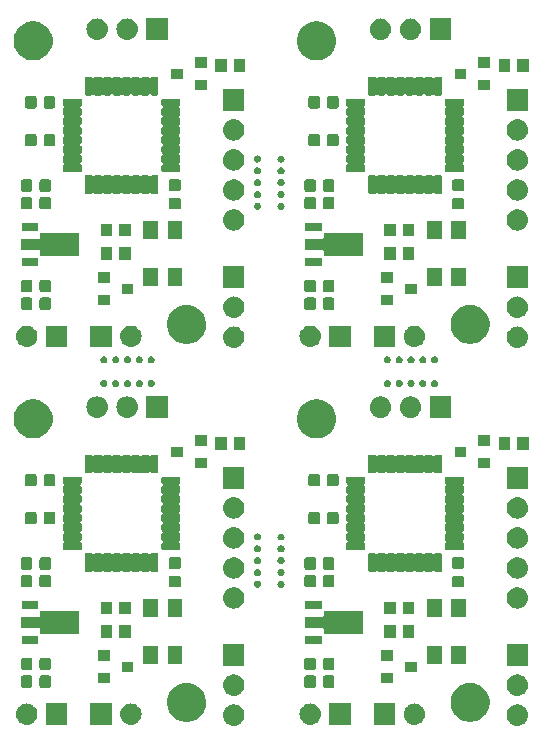
<source format=gbr>
G04 #@! TF.GenerationSoftware,KiCad,Pcbnew,5.0.2-bee76a0~70~ubuntu18.04.1*
G04 #@! TF.CreationDate,2019-07-19T10:53:47+02:00*
G04 #@! TF.ProjectId,AutoGardener_Outdoor_panel,4175746f-4761-4726-9465-6e65725f4f75,rev?*
G04 #@! TF.SameCoordinates,Original*
G04 #@! TF.FileFunction,Soldermask,Top*
G04 #@! TF.FilePolarity,Negative*
%FSLAX46Y46*%
G04 Gerber Fmt 4.6, Leading zero omitted, Abs format (unit mm)*
G04 Created by KiCad (PCBNEW 5.0.2-bee76a0~70~ubuntu18.04.1) date Fri 19 Jul 2019 10:53:47 CEST*
%MOMM*%
%LPD*%
G01*
G04 APERTURE LIST*
%ADD10C,0.100000*%
G04 APERTURE END LIST*
D10*
G36*
X224110442Y-115185518D02*
X224176627Y-115192037D01*
X224289853Y-115226384D01*
X224346467Y-115243557D01*
X224485087Y-115317652D01*
X224502991Y-115327222D01*
X224538729Y-115356552D01*
X224640186Y-115439814D01*
X224723448Y-115541271D01*
X224752778Y-115577009D01*
X224752779Y-115577011D01*
X224836443Y-115733533D01*
X224836443Y-115733534D01*
X224887963Y-115903373D01*
X224905359Y-116080000D01*
X224887963Y-116256627D01*
X224880140Y-116282415D01*
X224836443Y-116426467D01*
X224795539Y-116502991D01*
X224752778Y-116582991D01*
X224723448Y-116618729D01*
X224640186Y-116720186D01*
X224538729Y-116803448D01*
X224502991Y-116832778D01*
X224502989Y-116832779D01*
X224346467Y-116916443D01*
X224289853Y-116933616D01*
X224176627Y-116967963D01*
X224110443Y-116974481D01*
X224044260Y-116981000D01*
X223955740Y-116981000D01*
X223889557Y-116974481D01*
X223823373Y-116967963D01*
X223710147Y-116933616D01*
X223653533Y-116916443D01*
X223497011Y-116832779D01*
X223497009Y-116832778D01*
X223461271Y-116803448D01*
X223359814Y-116720186D01*
X223276552Y-116618729D01*
X223247222Y-116582991D01*
X223204461Y-116502991D01*
X223163557Y-116426467D01*
X223119860Y-116282415D01*
X223112037Y-116256627D01*
X223094641Y-116080000D01*
X223112037Y-115903373D01*
X223163557Y-115733534D01*
X223163557Y-115733533D01*
X223247221Y-115577011D01*
X223247222Y-115577009D01*
X223276552Y-115541271D01*
X223359814Y-115439814D01*
X223461271Y-115356552D01*
X223497009Y-115327222D01*
X223514913Y-115317652D01*
X223653533Y-115243557D01*
X223710147Y-115226384D01*
X223823373Y-115192037D01*
X223889558Y-115185518D01*
X223955740Y-115179000D01*
X224044260Y-115179000D01*
X224110442Y-115185518D01*
X224110442Y-115185518D01*
G37*
G36*
X200110442Y-115185518D02*
X200176627Y-115192037D01*
X200289853Y-115226384D01*
X200346467Y-115243557D01*
X200485087Y-115317652D01*
X200502991Y-115327222D01*
X200538729Y-115356552D01*
X200640186Y-115439814D01*
X200723448Y-115541271D01*
X200752778Y-115577009D01*
X200752779Y-115577011D01*
X200836443Y-115733533D01*
X200836443Y-115733534D01*
X200887963Y-115903373D01*
X200905359Y-116080000D01*
X200887963Y-116256627D01*
X200880140Y-116282415D01*
X200836443Y-116426467D01*
X200795539Y-116502991D01*
X200752778Y-116582991D01*
X200723448Y-116618729D01*
X200640186Y-116720186D01*
X200538729Y-116803448D01*
X200502991Y-116832778D01*
X200502989Y-116832779D01*
X200346467Y-116916443D01*
X200289853Y-116933616D01*
X200176627Y-116967963D01*
X200110443Y-116974481D01*
X200044260Y-116981000D01*
X199955740Y-116981000D01*
X199889557Y-116974481D01*
X199823373Y-116967963D01*
X199710147Y-116933616D01*
X199653533Y-116916443D01*
X199497011Y-116832779D01*
X199497009Y-116832778D01*
X199461271Y-116803448D01*
X199359814Y-116720186D01*
X199276552Y-116618729D01*
X199247222Y-116582991D01*
X199204461Y-116502991D01*
X199163557Y-116426467D01*
X199119860Y-116282415D01*
X199112037Y-116256627D01*
X199094641Y-116080000D01*
X199112037Y-115903373D01*
X199163557Y-115733534D01*
X199163557Y-115733533D01*
X199247221Y-115577011D01*
X199247222Y-115577009D01*
X199276552Y-115541271D01*
X199359814Y-115439814D01*
X199461271Y-115356552D01*
X199497009Y-115327222D01*
X199514913Y-115317652D01*
X199653533Y-115243557D01*
X199710147Y-115226384D01*
X199823373Y-115192037D01*
X199889558Y-115185518D01*
X199955740Y-115179000D01*
X200044260Y-115179000D01*
X200110442Y-115185518D01*
X200110442Y-115185518D01*
G37*
G36*
X209901000Y-116901000D02*
X208099000Y-116901000D01*
X208099000Y-115099000D01*
X209901000Y-115099000D01*
X209901000Y-116901000D01*
X209901000Y-116901000D01*
G37*
G36*
X189651000Y-116901000D02*
X187849000Y-116901000D01*
X187849000Y-115099000D01*
X189651000Y-115099000D01*
X189651000Y-116901000D01*
X189651000Y-116901000D01*
G37*
G36*
X191400442Y-115105518D02*
X191466627Y-115112037D01*
X191579853Y-115146384D01*
X191636467Y-115163557D01*
X191775087Y-115237652D01*
X191792991Y-115247222D01*
X191828729Y-115276552D01*
X191930186Y-115359814D01*
X191995839Y-115439814D01*
X192042778Y-115497009D01*
X192042779Y-115497011D01*
X192126443Y-115653533D01*
X192126443Y-115653534D01*
X192177963Y-115823373D01*
X192195359Y-116000000D01*
X192177963Y-116176627D01*
X192153696Y-116256625D01*
X192126443Y-116346467D01*
X192052348Y-116485087D01*
X192042778Y-116502991D01*
X192013448Y-116538729D01*
X191930186Y-116640186D01*
X191832705Y-116720185D01*
X191792991Y-116752778D01*
X191792989Y-116752779D01*
X191636467Y-116836443D01*
X191579853Y-116853616D01*
X191466627Y-116887963D01*
X191400442Y-116894482D01*
X191334260Y-116901000D01*
X191245740Y-116901000D01*
X191179558Y-116894482D01*
X191113373Y-116887963D01*
X191000147Y-116853616D01*
X190943533Y-116836443D01*
X190787011Y-116752779D01*
X190787009Y-116752778D01*
X190747295Y-116720185D01*
X190649814Y-116640186D01*
X190566552Y-116538729D01*
X190537222Y-116502991D01*
X190527652Y-116485087D01*
X190453557Y-116346467D01*
X190426304Y-116256625D01*
X190402037Y-116176627D01*
X190384641Y-116000000D01*
X190402037Y-115823373D01*
X190453557Y-115653534D01*
X190453557Y-115653533D01*
X190537221Y-115497011D01*
X190537222Y-115497009D01*
X190584161Y-115439814D01*
X190649814Y-115359814D01*
X190751271Y-115276552D01*
X190787009Y-115247222D01*
X190804913Y-115237652D01*
X190943533Y-115163557D01*
X191000147Y-115146384D01*
X191113373Y-115112037D01*
X191179558Y-115105518D01*
X191245740Y-115099000D01*
X191334260Y-115099000D01*
X191400442Y-115105518D01*
X191400442Y-115105518D01*
G37*
G36*
X215400442Y-115105518D02*
X215466627Y-115112037D01*
X215579853Y-115146384D01*
X215636467Y-115163557D01*
X215775087Y-115237652D01*
X215792991Y-115247222D01*
X215828729Y-115276552D01*
X215930186Y-115359814D01*
X215995839Y-115439814D01*
X216042778Y-115497009D01*
X216042779Y-115497011D01*
X216126443Y-115653533D01*
X216126443Y-115653534D01*
X216177963Y-115823373D01*
X216195359Y-116000000D01*
X216177963Y-116176627D01*
X216153696Y-116256625D01*
X216126443Y-116346467D01*
X216052348Y-116485087D01*
X216042778Y-116502991D01*
X216013448Y-116538729D01*
X215930186Y-116640186D01*
X215832705Y-116720185D01*
X215792991Y-116752778D01*
X215792989Y-116752779D01*
X215636467Y-116836443D01*
X215579853Y-116853616D01*
X215466627Y-116887963D01*
X215400442Y-116894482D01*
X215334260Y-116901000D01*
X215245740Y-116901000D01*
X215179558Y-116894482D01*
X215113373Y-116887963D01*
X215000147Y-116853616D01*
X214943533Y-116836443D01*
X214787011Y-116752779D01*
X214787009Y-116752778D01*
X214747295Y-116720185D01*
X214649814Y-116640186D01*
X214566552Y-116538729D01*
X214537222Y-116502991D01*
X214527652Y-116485087D01*
X214453557Y-116346467D01*
X214426304Y-116256625D01*
X214402037Y-116176627D01*
X214384641Y-116000000D01*
X214402037Y-115823373D01*
X214453557Y-115653534D01*
X214453557Y-115653533D01*
X214537221Y-115497011D01*
X214537222Y-115497009D01*
X214584161Y-115439814D01*
X214649814Y-115359814D01*
X214751271Y-115276552D01*
X214787009Y-115247222D01*
X214804913Y-115237652D01*
X214943533Y-115163557D01*
X215000147Y-115146384D01*
X215113373Y-115112037D01*
X215179558Y-115105518D01*
X215245740Y-115099000D01*
X215334260Y-115099000D01*
X215400442Y-115105518D01*
X215400442Y-115105518D01*
G37*
G36*
X213651000Y-116901000D02*
X211849000Y-116901000D01*
X211849000Y-115099000D01*
X213651000Y-115099000D01*
X213651000Y-116901000D01*
X213651000Y-116901000D01*
G37*
G36*
X182570442Y-115105518D02*
X182636627Y-115112037D01*
X182749853Y-115146384D01*
X182806467Y-115163557D01*
X182945087Y-115237652D01*
X182962991Y-115247222D01*
X182998729Y-115276552D01*
X183100186Y-115359814D01*
X183165839Y-115439814D01*
X183212778Y-115497009D01*
X183212779Y-115497011D01*
X183296443Y-115653533D01*
X183296443Y-115653534D01*
X183347963Y-115823373D01*
X183365359Y-116000000D01*
X183347963Y-116176627D01*
X183323696Y-116256625D01*
X183296443Y-116346467D01*
X183222348Y-116485087D01*
X183212778Y-116502991D01*
X183183448Y-116538729D01*
X183100186Y-116640186D01*
X183002705Y-116720185D01*
X182962991Y-116752778D01*
X182962989Y-116752779D01*
X182806467Y-116836443D01*
X182749853Y-116853616D01*
X182636627Y-116887963D01*
X182570442Y-116894482D01*
X182504260Y-116901000D01*
X182415740Y-116901000D01*
X182349558Y-116894482D01*
X182283373Y-116887963D01*
X182170147Y-116853616D01*
X182113533Y-116836443D01*
X181957011Y-116752779D01*
X181957009Y-116752778D01*
X181917295Y-116720185D01*
X181819814Y-116640186D01*
X181736552Y-116538729D01*
X181707222Y-116502991D01*
X181697652Y-116485087D01*
X181623557Y-116346467D01*
X181596304Y-116256625D01*
X181572037Y-116176627D01*
X181554641Y-116000000D01*
X181572037Y-115823373D01*
X181623557Y-115653534D01*
X181623557Y-115653533D01*
X181707221Y-115497011D01*
X181707222Y-115497009D01*
X181754161Y-115439814D01*
X181819814Y-115359814D01*
X181921271Y-115276552D01*
X181957009Y-115247222D01*
X181974913Y-115237652D01*
X182113533Y-115163557D01*
X182170147Y-115146384D01*
X182283373Y-115112037D01*
X182349558Y-115105518D01*
X182415740Y-115099000D01*
X182504260Y-115099000D01*
X182570442Y-115105518D01*
X182570442Y-115105518D01*
G37*
G36*
X185901000Y-116901000D02*
X184099000Y-116901000D01*
X184099000Y-115099000D01*
X185901000Y-115099000D01*
X185901000Y-116901000D01*
X185901000Y-116901000D01*
G37*
G36*
X206570442Y-115105518D02*
X206636627Y-115112037D01*
X206749853Y-115146384D01*
X206806467Y-115163557D01*
X206945087Y-115237652D01*
X206962991Y-115247222D01*
X206998729Y-115276552D01*
X207100186Y-115359814D01*
X207165839Y-115439814D01*
X207212778Y-115497009D01*
X207212779Y-115497011D01*
X207296443Y-115653533D01*
X207296443Y-115653534D01*
X207347963Y-115823373D01*
X207365359Y-116000000D01*
X207347963Y-116176627D01*
X207323696Y-116256625D01*
X207296443Y-116346467D01*
X207222348Y-116485087D01*
X207212778Y-116502991D01*
X207183448Y-116538729D01*
X207100186Y-116640186D01*
X207002705Y-116720185D01*
X206962991Y-116752778D01*
X206962989Y-116752779D01*
X206806467Y-116836443D01*
X206749853Y-116853616D01*
X206636627Y-116887963D01*
X206570442Y-116894482D01*
X206504260Y-116901000D01*
X206415740Y-116901000D01*
X206349558Y-116894482D01*
X206283373Y-116887963D01*
X206170147Y-116853616D01*
X206113533Y-116836443D01*
X205957011Y-116752779D01*
X205957009Y-116752778D01*
X205917295Y-116720185D01*
X205819814Y-116640186D01*
X205736552Y-116538729D01*
X205707222Y-116502991D01*
X205697652Y-116485087D01*
X205623557Y-116346467D01*
X205596304Y-116256625D01*
X205572037Y-116176627D01*
X205554641Y-116000000D01*
X205572037Y-115823373D01*
X205623557Y-115653534D01*
X205623557Y-115653533D01*
X205707221Y-115497011D01*
X205707222Y-115497009D01*
X205754161Y-115439814D01*
X205819814Y-115359814D01*
X205921271Y-115276552D01*
X205957009Y-115247222D01*
X205974913Y-115237652D01*
X206113533Y-115163557D01*
X206170147Y-115146384D01*
X206283373Y-115112037D01*
X206349558Y-115105518D01*
X206415740Y-115099000D01*
X206504260Y-115099000D01*
X206570442Y-115105518D01*
X206570442Y-115105518D01*
G37*
G36*
X196375256Y-113391298D02*
X196481579Y-113412447D01*
X196782042Y-113536903D01*
X196977416Y-113667448D01*
X197052454Y-113717587D01*
X197282413Y-113947546D01*
X197463098Y-114217960D01*
X197587553Y-114518422D01*
X197651000Y-114837389D01*
X197651000Y-115162611D01*
X197611774Y-115359814D01*
X197587553Y-115481579D01*
X197463097Y-115782042D01*
X197317462Y-116000000D01*
X197282413Y-116052454D01*
X197052454Y-116282413D01*
X197052451Y-116282415D01*
X196782042Y-116463097D01*
X196481579Y-116587553D01*
X196375256Y-116608702D01*
X196162611Y-116651000D01*
X195837389Y-116651000D01*
X195624744Y-116608702D01*
X195518421Y-116587553D01*
X195217958Y-116463097D01*
X194947549Y-116282415D01*
X194947546Y-116282413D01*
X194717587Y-116052454D01*
X194682538Y-116000000D01*
X194536903Y-115782042D01*
X194412447Y-115481579D01*
X194388226Y-115359814D01*
X194349000Y-115162611D01*
X194349000Y-114837389D01*
X194412447Y-114518422D01*
X194536902Y-114217960D01*
X194717587Y-113947546D01*
X194947546Y-113717587D01*
X195022584Y-113667448D01*
X195217958Y-113536903D01*
X195518421Y-113412447D01*
X195624744Y-113391298D01*
X195837389Y-113349000D01*
X196162611Y-113349000D01*
X196375256Y-113391298D01*
X196375256Y-113391298D01*
G37*
G36*
X220375256Y-113391298D02*
X220481579Y-113412447D01*
X220782042Y-113536903D01*
X220977416Y-113667448D01*
X221052454Y-113717587D01*
X221282413Y-113947546D01*
X221463098Y-114217960D01*
X221587553Y-114518422D01*
X221651000Y-114837389D01*
X221651000Y-115162611D01*
X221611774Y-115359814D01*
X221587553Y-115481579D01*
X221463097Y-115782042D01*
X221317462Y-116000000D01*
X221282413Y-116052454D01*
X221052454Y-116282413D01*
X221052451Y-116282415D01*
X220782042Y-116463097D01*
X220481579Y-116587553D01*
X220375256Y-116608702D01*
X220162611Y-116651000D01*
X219837389Y-116651000D01*
X219624744Y-116608702D01*
X219518421Y-116587553D01*
X219217958Y-116463097D01*
X218947549Y-116282415D01*
X218947546Y-116282413D01*
X218717587Y-116052454D01*
X218682538Y-116000000D01*
X218536903Y-115782042D01*
X218412447Y-115481579D01*
X218388226Y-115359814D01*
X218349000Y-115162611D01*
X218349000Y-114837389D01*
X218412447Y-114518422D01*
X218536902Y-114217960D01*
X218717587Y-113947546D01*
X218947546Y-113717587D01*
X219022584Y-113667448D01*
X219217958Y-113536903D01*
X219518421Y-113412447D01*
X219624744Y-113391298D01*
X219837389Y-113349000D01*
X220162611Y-113349000D01*
X220375256Y-113391298D01*
X220375256Y-113391298D01*
G37*
G36*
X200110442Y-112645518D02*
X200176627Y-112652037D01*
X200289853Y-112686384D01*
X200346467Y-112703557D01*
X200419495Y-112742592D01*
X200502991Y-112787222D01*
X200513125Y-112795539D01*
X200640186Y-112899814D01*
X200696349Y-112968250D01*
X200752778Y-113037009D01*
X200752779Y-113037011D01*
X200836443Y-113193533D01*
X200836443Y-113193534D01*
X200887963Y-113363373D01*
X200905359Y-113540000D01*
X200887963Y-113716627D01*
X200869952Y-113776000D01*
X200836443Y-113886467D01*
X200762348Y-114025087D01*
X200752778Y-114042991D01*
X200723448Y-114078729D01*
X200640186Y-114180186D01*
X200538729Y-114263448D01*
X200502991Y-114292778D01*
X200502989Y-114292779D01*
X200346467Y-114376443D01*
X200289853Y-114393616D01*
X200176627Y-114427963D01*
X200110442Y-114434482D01*
X200044260Y-114441000D01*
X199955740Y-114441000D01*
X199889558Y-114434482D01*
X199823373Y-114427963D01*
X199710147Y-114393616D01*
X199653533Y-114376443D01*
X199497011Y-114292779D01*
X199497009Y-114292778D01*
X199461271Y-114263448D01*
X199359814Y-114180186D01*
X199276552Y-114078729D01*
X199247222Y-114042991D01*
X199237652Y-114025087D01*
X199163557Y-113886467D01*
X199130048Y-113776000D01*
X199112037Y-113716627D01*
X199094641Y-113540000D01*
X199112037Y-113363373D01*
X199163557Y-113193534D01*
X199163557Y-113193533D01*
X199247221Y-113037011D01*
X199247222Y-113037009D01*
X199303651Y-112968250D01*
X199359814Y-112899814D01*
X199486875Y-112795539D01*
X199497009Y-112787222D01*
X199580505Y-112742592D01*
X199653533Y-112703557D01*
X199710147Y-112686384D01*
X199823373Y-112652037D01*
X199889558Y-112645518D01*
X199955740Y-112639000D01*
X200044260Y-112639000D01*
X200110442Y-112645518D01*
X200110442Y-112645518D01*
G37*
G36*
X224110442Y-112645518D02*
X224176627Y-112652037D01*
X224289853Y-112686384D01*
X224346467Y-112703557D01*
X224419495Y-112742592D01*
X224502991Y-112787222D01*
X224513125Y-112795539D01*
X224640186Y-112899814D01*
X224696349Y-112968250D01*
X224752778Y-113037009D01*
X224752779Y-113037011D01*
X224836443Y-113193533D01*
X224836443Y-113193534D01*
X224887963Y-113363373D01*
X224905359Y-113540000D01*
X224887963Y-113716627D01*
X224869952Y-113776000D01*
X224836443Y-113886467D01*
X224762348Y-114025087D01*
X224752778Y-114042991D01*
X224723448Y-114078729D01*
X224640186Y-114180186D01*
X224538729Y-114263448D01*
X224502991Y-114292778D01*
X224502989Y-114292779D01*
X224346467Y-114376443D01*
X224289853Y-114393616D01*
X224176627Y-114427963D01*
X224110442Y-114434482D01*
X224044260Y-114441000D01*
X223955740Y-114441000D01*
X223889558Y-114434482D01*
X223823373Y-114427963D01*
X223710147Y-114393616D01*
X223653533Y-114376443D01*
X223497011Y-114292779D01*
X223497009Y-114292778D01*
X223461271Y-114263448D01*
X223359814Y-114180186D01*
X223276552Y-114078729D01*
X223247222Y-114042991D01*
X223237652Y-114025087D01*
X223163557Y-113886467D01*
X223130048Y-113776000D01*
X223112037Y-113716627D01*
X223094641Y-113540000D01*
X223112037Y-113363373D01*
X223163557Y-113193534D01*
X223163557Y-113193533D01*
X223247221Y-113037011D01*
X223247222Y-113037009D01*
X223303651Y-112968250D01*
X223359814Y-112899814D01*
X223486875Y-112795539D01*
X223497009Y-112787222D01*
X223580505Y-112742592D01*
X223653533Y-112703557D01*
X223710147Y-112686384D01*
X223823373Y-112652037D01*
X223889558Y-112645518D01*
X223955740Y-112639000D01*
X224044260Y-112639000D01*
X224110442Y-112645518D01*
X224110442Y-112645518D01*
G37*
G36*
X206804591Y-112728085D02*
X206838569Y-112738393D01*
X206869887Y-112755133D01*
X206897339Y-112777661D01*
X206919867Y-112805113D01*
X206936607Y-112836431D01*
X206946915Y-112870409D01*
X206951000Y-112911890D01*
X206951000Y-113588110D01*
X206946915Y-113629591D01*
X206936607Y-113663569D01*
X206919867Y-113694887D01*
X206897339Y-113722339D01*
X206869887Y-113744867D01*
X206838569Y-113761607D01*
X206804591Y-113771915D01*
X206763110Y-113776000D01*
X206161890Y-113776000D01*
X206120409Y-113771915D01*
X206086431Y-113761607D01*
X206055113Y-113744867D01*
X206027661Y-113722339D01*
X206005133Y-113694887D01*
X205988393Y-113663569D01*
X205978085Y-113629591D01*
X205974000Y-113588110D01*
X205974000Y-112911890D01*
X205978085Y-112870409D01*
X205988393Y-112836431D01*
X206005133Y-112805113D01*
X206027661Y-112777661D01*
X206055113Y-112755133D01*
X206086431Y-112738393D01*
X206120409Y-112728085D01*
X206161890Y-112724000D01*
X206763110Y-112724000D01*
X206804591Y-112728085D01*
X206804591Y-112728085D01*
G37*
G36*
X208379591Y-112728085D02*
X208413569Y-112738393D01*
X208444887Y-112755133D01*
X208472339Y-112777661D01*
X208494867Y-112805113D01*
X208511607Y-112836431D01*
X208521915Y-112870409D01*
X208526000Y-112911890D01*
X208526000Y-113588110D01*
X208521915Y-113629591D01*
X208511607Y-113663569D01*
X208494867Y-113694887D01*
X208472339Y-113722339D01*
X208444887Y-113744867D01*
X208413569Y-113761607D01*
X208379591Y-113771915D01*
X208338110Y-113776000D01*
X207736890Y-113776000D01*
X207695409Y-113771915D01*
X207661431Y-113761607D01*
X207630113Y-113744867D01*
X207602661Y-113722339D01*
X207580133Y-113694887D01*
X207563393Y-113663569D01*
X207553085Y-113629591D01*
X207549000Y-113588110D01*
X207549000Y-112911890D01*
X207553085Y-112870409D01*
X207563393Y-112836431D01*
X207580133Y-112805113D01*
X207602661Y-112777661D01*
X207630113Y-112755133D01*
X207661431Y-112738393D01*
X207695409Y-112728085D01*
X207736890Y-112724000D01*
X208338110Y-112724000D01*
X208379591Y-112728085D01*
X208379591Y-112728085D01*
G37*
G36*
X182804591Y-112728085D02*
X182838569Y-112738393D01*
X182869887Y-112755133D01*
X182897339Y-112777661D01*
X182919867Y-112805113D01*
X182936607Y-112836431D01*
X182946915Y-112870409D01*
X182951000Y-112911890D01*
X182951000Y-113588110D01*
X182946915Y-113629591D01*
X182936607Y-113663569D01*
X182919867Y-113694887D01*
X182897339Y-113722339D01*
X182869887Y-113744867D01*
X182838569Y-113761607D01*
X182804591Y-113771915D01*
X182763110Y-113776000D01*
X182161890Y-113776000D01*
X182120409Y-113771915D01*
X182086431Y-113761607D01*
X182055113Y-113744867D01*
X182027661Y-113722339D01*
X182005133Y-113694887D01*
X181988393Y-113663569D01*
X181978085Y-113629591D01*
X181974000Y-113588110D01*
X181974000Y-112911890D01*
X181978085Y-112870409D01*
X181988393Y-112836431D01*
X182005133Y-112805113D01*
X182027661Y-112777661D01*
X182055113Y-112755133D01*
X182086431Y-112738393D01*
X182120409Y-112728085D01*
X182161890Y-112724000D01*
X182763110Y-112724000D01*
X182804591Y-112728085D01*
X182804591Y-112728085D01*
G37*
G36*
X184379591Y-112728085D02*
X184413569Y-112738393D01*
X184444887Y-112755133D01*
X184472339Y-112777661D01*
X184494867Y-112805113D01*
X184511607Y-112836431D01*
X184521915Y-112870409D01*
X184526000Y-112911890D01*
X184526000Y-113588110D01*
X184521915Y-113629591D01*
X184511607Y-113663569D01*
X184494867Y-113694887D01*
X184472339Y-113722339D01*
X184444887Y-113744867D01*
X184413569Y-113761607D01*
X184379591Y-113771915D01*
X184338110Y-113776000D01*
X183736890Y-113776000D01*
X183695409Y-113771915D01*
X183661431Y-113761607D01*
X183630113Y-113744867D01*
X183602661Y-113722339D01*
X183580133Y-113694887D01*
X183563393Y-113663569D01*
X183553085Y-113629591D01*
X183549000Y-113588110D01*
X183549000Y-112911890D01*
X183553085Y-112870409D01*
X183563393Y-112836431D01*
X183580133Y-112805113D01*
X183602661Y-112777661D01*
X183630113Y-112755133D01*
X183661431Y-112738393D01*
X183695409Y-112728085D01*
X183736890Y-112724000D01*
X184338110Y-112724000D01*
X184379591Y-112728085D01*
X184379591Y-112728085D01*
G37*
G36*
X213501000Y-113401000D02*
X212499000Y-113401000D01*
X212499000Y-112499000D01*
X213501000Y-112499000D01*
X213501000Y-113401000D01*
X213501000Y-113401000D01*
G37*
G36*
X189501000Y-113401000D02*
X188499000Y-113401000D01*
X188499000Y-112499000D01*
X189501000Y-112499000D01*
X189501000Y-113401000D01*
X189501000Y-113401000D01*
G37*
G36*
X191501000Y-112451000D02*
X190499000Y-112451000D01*
X190499000Y-111549000D01*
X191501000Y-111549000D01*
X191501000Y-112451000D01*
X191501000Y-112451000D01*
G37*
G36*
X215501000Y-112451000D02*
X214499000Y-112451000D01*
X214499000Y-111549000D01*
X215501000Y-111549000D01*
X215501000Y-112451000D01*
X215501000Y-112451000D01*
G37*
G36*
X206804591Y-111228085D02*
X206838569Y-111238393D01*
X206869887Y-111255133D01*
X206897339Y-111277661D01*
X206919867Y-111305113D01*
X206936607Y-111336431D01*
X206946915Y-111370409D01*
X206951000Y-111411890D01*
X206951000Y-112088110D01*
X206946915Y-112129591D01*
X206936607Y-112163569D01*
X206919867Y-112194887D01*
X206897339Y-112222339D01*
X206869887Y-112244867D01*
X206838569Y-112261607D01*
X206804591Y-112271915D01*
X206763110Y-112276000D01*
X206161890Y-112276000D01*
X206120409Y-112271915D01*
X206086431Y-112261607D01*
X206055113Y-112244867D01*
X206027661Y-112222339D01*
X206005133Y-112194887D01*
X205988393Y-112163569D01*
X205978085Y-112129591D01*
X205974000Y-112088110D01*
X205974000Y-111411890D01*
X205978085Y-111370409D01*
X205988393Y-111336431D01*
X206005133Y-111305113D01*
X206027661Y-111277661D01*
X206055113Y-111255133D01*
X206086431Y-111238393D01*
X206120409Y-111228085D01*
X206161890Y-111224000D01*
X206763110Y-111224000D01*
X206804591Y-111228085D01*
X206804591Y-111228085D01*
G37*
G36*
X208379591Y-111228085D02*
X208413569Y-111238393D01*
X208444887Y-111255133D01*
X208472339Y-111277661D01*
X208494867Y-111305113D01*
X208511607Y-111336431D01*
X208521915Y-111370409D01*
X208526000Y-111411890D01*
X208526000Y-112088110D01*
X208521915Y-112129591D01*
X208511607Y-112163569D01*
X208494867Y-112194887D01*
X208472339Y-112222339D01*
X208444887Y-112244867D01*
X208413569Y-112261607D01*
X208379591Y-112271915D01*
X208338110Y-112276000D01*
X207736890Y-112276000D01*
X207695409Y-112271915D01*
X207661431Y-112261607D01*
X207630113Y-112244867D01*
X207602661Y-112222339D01*
X207580133Y-112194887D01*
X207563393Y-112163569D01*
X207553085Y-112129591D01*
X207549000Y-112088110D01*
X207549000Y-111411890D01*
X207553085Y-111370409D01*
X207563393Y-111336431D01*
X207580133Y-111305113D01*
X207602661Y-111277661D01*
X207630113Y-111255133D01*
X207661431Y-111238393D01*
X207695409Y-111228085D01*
X207736890Y-111224000D01*
X208338110Y-111224000D01*
X208379591Y-111228085D01*
X208379591Y-111228085D01*
G37*
G36*
X182804591Y-111228085D02*
X182838569Y-111238393D01*
X182869887Y-111255133D01*
X182897339Y-111277661D01*
X182919867Y-111305113D01*
X182936607Y-111336431D01*
X182946915Y-111370409D01*
X182951000Y-111411890D01*
X182951000Y-112088110D01*
X182946915Y-112129591D01*
X182936607Y-112163569D01*
X182919867Y-112194887D01*
X182897339Y-112222339D01*
X182869887Y-112244867D01*
X182838569Y-112261607D01*
X182804591Y-112271915D01*
X182763110Y-112276000D01*
X182161890Y-112276000D01*
X182120409Y-112271915D01*
X182086431Y-112261607D01*
X182055113Y-112244867D01*
X182027661Y-112222339D01*
X182005133Y-112194887D01*
X181988393Y-112163569D01*
X181978085Y-112129591D01*
X181974000Y-112088110D01*
X181974000Y-111411890D01*
X181978085Y-111370409D01*
X181988393Y-111336431D01*
X182005133Y-111305113D01*
X182027661Y-111277661D01*
X182055113Y-111255133D01*
X182086431Y-111238393D01*
X182120409Y-111228085D01*
X182161890Y-111224000D01*
X182763110Y-111224000D01*
X182804591Y-111228085D01*
X182804591Y-111228085D01*
G37*
G36*
X184379591Y-111228085D02*
X184413569Y-111238393D01*
X184444887Y-111255133D01*
X184472339Y-111277661D01*
X184494867Y-111305113D01*
X184511607Y-111336431D01*
X184521915Y-111370409D01*
X184526000Y-111411890D01*
X184526000Y-112088110D01*
X184521915Y-112129591D01*
X184511607Y-112163569D01*
X184494867Y-112194887D01*
X184472339Y-112222339D01*
X184444887Y-112244867D01*
X184413569Y-112261607D01*
X184379591Y-112271915D01*
X184338110Y-112276000D01*
X183736890Y-112276000D01*
X183695409Y-112271915D01*
X183661431Y-112261607D01*
X183630113Y-112244867D01*
X183602661Y-112222339D01*
X183580133Y-112194887D01*
X183563393Y-112163569D01*
X183553085Y-112129591D01*
X183549000Y-112088110D01*
X183549000Y-111411890D01*
X183553085Y-111370409D01*
X183563393Y-111336431D01*
X183580133Y-111305113D01*
X183602661Y-111277661D01*
X183630113Y-111255133D01*
X183661431Y-111238393D01*
X183695409Y-111228085D01*
X183736890Y-111224000D01*
X184338110Y-111224000D01*
X184379591Y-111228085D01*
X184379591Y-111228085D01*
G37*
G36*
X200901000Y-111901000D02*
X199099000Y-111901000D01*
X199099000Y-110099000D01*
X200901000Y-110099000D01*
X200901000Y-111901000D01*
X200901000Y-111901000D01*
G37*
G36*
X224901000Y-111901000D02*
X223099000Y-111901000D01*
X223099000Y-110099000D01*
X224901000Y-110099000D01*
X224901000Y-111901000D01*
X224901000Y-111901000D01*
G37*
G36*
X193601000Y-111751000D02*
X192349000Y-111751000D01*
X192349000Y-110249000D01*
X193601000Y-110249000D01*
X193601000Y-111751000D01*
X193601000Y-111751000D01*
G37*
G36*
X217601000Y-111751000D02*
X216349000Y-111751000D01*
X216349000Y-110249000D01*
X217601000Y-110249000D01*
X217601000Y-111751000D01*
X217601000Y-111751000D01*
G37*
G36*
X219651000Y-111751000D02*
X218399000Y-111751000D01*
X218399000Y-110249000D01*
X219651000Y-110249000D01*
X219651000Y-111751000D01*
X219651000Y-111751000D01*
G37*
G36*
X195651000Y-111751000D02*
X194399000Y-111751000D01*
X194399000Y-110249000D01*
X195651000Y-110249000D01*
X195651000Y-111751000D01*
X195651000Y-111751000D01*
G37*
G36*
X189501000Y-111501000D02*
X188499000Y-111501000D01*
X188499000Y-110599000D01*
X189501000Y-110599000D01*
X189501000Y-111501000D01*
X189501000Y-111501000D01*
G37*
G36*
X213501000Y-111501000D02*
X212499000Y-111501000D01*
X212499000Y-110599000D01*
X213501000Y-110599000D01*
X213501000Y-111501000D01*
X213501000Y-111501000D01*
G37*
G36*
X183451000Y-110076000D02*
X182049000Y-110076000D01*
X182049000Y-109424000D01*
X183451000Y-109424000D01*
X183451000Y-110076000D01*
X183451000Y-110076000D01*
G37*
G36*
X207451000Y-110076000D02*
X206049000Y-110076000D01*
X206049000Y-109424000D01*
X207451000Y-109424000D01*
X207451000Y-110076000D01*
X207451000Y-110076000D01*
G37*
G36*
X215276000Y-109526000D02*
X214299000Y-109526000D01*
X214299000Y-108474000D01*
X215276000Y-108474000D01*
X215276000Y-109526000D01*
X215276000Y-109526000D01*
G37*
G36*
X191276000Y-109526000D02*
X190299000Y-109526000D01*
X190299000Y-108474000D01*
X191276000Y-108474000D01*
X191276000Y-109526000D01*
X191276000Y-109526000D01*
G37*
G36*
X189701000Y-109526000D02*
X188724000Y-109526000D01*
X188724000Y-108474000D01*
X189701000Y-108474000D01*
X189701000Y-109526000D01*
X189701000Y-109526000D01*
G37*
G36*
X213701000Y-109526000D02*
X212724000Y-109526000D01*
X212724000Y-108474000D01*
X213701000Y-108474000D01*
X213701000Y-109526000D01*
X213701000Y-109526000D01*
G37*
G36*
X210901000Y-109226000D02*
X207599000Y-109226000D01*
X207599000Y-108826000D01*
X207596598Y-108801614D01*
X207589485Y-108778165D01*
X207577934Y-108756554D01*
X207562388Y-108737612D01*
X207543446Y-108722066D01*
X207521835Y-108710515D01*
X207498386Y-108703402D01*
X207474000Y-108701000D01*
X205999000Y-108701000D01*
X205999000Y-107799000D01*
X207474000Y-107799000D01*
X207498386Y-107796598D01*
X207521835Y-107789485D01*
X207543446Y-107777934D01*
X207562388Y-107762388D01*
X207577934Y-107743446D01*
X207589485Y-107721835D01*
X207596598Y-107698386D01*
X207599000Y-107674000D01*
X207599000Y-107274000D01*
X210901000Y-107274000D01*
X210901000Y-109226000D01*
X210901000Y-109226000D01*
G37*
G36*
X186901000Y-109226000D02*
X183599000Y-109226000D01*
X183599000Y-108826000D01*
X183596598Y-108801614D01*
X183589485Y-108778165D01*
X183577934Y-108756554D01*
X183562388Y-108737612D01*
X183543446Y-108722066D01*
X183521835Y-108710515D01*
X183498386Y-108703402D01*
X183474000Y-108701000D01*
X181999000Y-108701000D01*
X181999000Y-107799000D01*
X183474000Y-107799000D01*
X183498386Y-107796598D01*
X183521835Y-107789485D01*
X183543446Y-107777934D01*
X183562388Y-107762388D01*
X183577934Y-107743446D01*
X183589485Y-107721835D01*
X183596598Y-107698386D01*
X183599000Y-107674000D01*
X183599000Y-107274000D01*
X186901000Y-107274000D01*
X186901000Y-109226000D01*
X186901000Y-109226000D01*
G37*
G36*
X219651000Y-107751000D02*
X218399000Y-107751000D01*
X218399000Y-106249000D01*
X219651000Y-106249000D01*
X219651000Y-107751000D01*
X219651000Y-107751000D01*
G37*
G36*
X217601000Y-107751000D02*
X216349000Y-107751000D01*
X216349000Y-106249000D01*
X217601000Y-106249000D01*
X217601000Y-107751000D01*
X217601000Y-107751000D01*
G37*
G36*
X193601000Y-107751000D02*
X192349000Y-107751000D01*
X192349000Y-106249000D01*
X193601000Y-106249000D01*
X193601000Y-107751000D01*
X193601000Y-107751000D01*
G37*
G36*
X195651000Y-107751000D02*
X194399000Y-107751000D01*
X194399000Y-106249000D01*
X195651000Y-106249000D01*
X195651000Y-107751000D01*
X195651000Y-107751000D01*
G37*
G36*
X189701000Y-107526000D02*
X188724000Y-107526000D01*
X188724000Y-106474000D01*
X189701000Y-106474000D01*
X189701000Y-107526000D01*
X189701000Y-107526000D01*
G37*
G36*
X213701000Y-107526000D02*
X212724000Y-107526000D01*
X212724000Y-106474000D01*
X213701000Y-106474000D01*
X213701000Y-107526000D01*
X213701000Y-107526000D01*
G37*
G36*
X191276000Y-107526000D02*
X190299000Y-107526000D01*
X190299000Y-106474000D01*
X191276000Y-106474000D01*
X191276000Y-107526000D01*
X191276000Y-107526000D01*
G37*
G36*
X215276000Y-107526000D02*
X214299000Y-107526000D01*
X214299000Y-106474000D01*
X215276000Y-106474000D01*
X215276000Y-107526000D01*
X215276000Y-107526000D01*
G37*
G36*
X207451000Y-107076000D02*
X206049000Y-107076000D01*
X206049000Y-106424000D01*
X207451000Y-106424000D01*
X207451000Y-107076000D01*
X207451000Y-107076000D01*
G37*
G36*
X183451000Y-107076000D02*
X182049000Y-107076000D01*
X182049000Y-106424000D01*
X183451000Y-106424000D01*
X183451000Y-107076000D01*
X183451000Y-107076000D01*
G37*
G36*
X200110443Y-105265519D02*
X200176627Y-105272037D01*
X200272105Y-105301000D01*
X200346467Y-105323557D01*
X200485087Y-105397652D01*
X200502991Y-105407222D01*
X200538729Y-105436552D01*
X200640186Y-105519814D01*
X200723448Y-105621271D01*
X200752778Y-105657009D01*
X200752779Y-105657011D01*
X200836443Y-105813533D01*
X200836443Y-105813534D01*
X200887963Y-105983373D01*
X200905359Y-106160000D01*
X200887963Y-106336627D01*
X200861459Y-106424000D01*
X200836443Y-106506467D01*
X200762348Y-106645087D01*
X200752778Y-106662991D01*
X200723448Y-106698729D01*
X200640186Y-106800186D01*
X200538729Y-106883448D01*
X200502991Y-106912778D01*
X200502989Y-106912779D01*
X200346467Y-106996443D01*
X200289853Y-107013616D01*
X200176627Y-107047963D01*
X200110442Y-107054482D01*
X200044260Y-107061000D01*
X199955740Y-107061000D01*
X199889558Y-107054482D01*
X199823373Y-107047963D01*
X199710147Y-107013616D01*
X199653533Y-106996443D01*
X199497011Y-106912779D01*
X199497009Y-106912778D01*
X199461271Y-106883448D01*
X199359814Y-106800186D01*
X199276552Y-106698729D01*
X199247222Y-106662991D01*
X199237652Y-106645087D01*
X199163557Y-106506467D01*
X199138541Y-106424000D01*
X199112037Y-106336627D01*
X199094641Y-106160000D01*
X199112037Y-105983373D01*
X199163557Y-105813534D01*
X199163557Y-105813533D01*
X199247221Y-105657011D01*
X199247222Y-105657009D01*
X199276552Y-105621271D01*
X199359814Y-105519814D01*
X199461271Y-105436552D01*
X199497009Y-105407222D01*
X199514913Y-105397652D01*
X199653533Y-105323557D01*
X199727895Y-105301000D01*
X199823373Y-105272037D01*
X199889557Y-105265519D01*
X199955740Y-105259000D01*
X200044260Y-105259000D01*
X200110443Y-105265519D01*
X200110443Y-105265519D01*
G37*
G36*
X224110443Y-105265519D02*
X224176627Y-105272037D01*
X224272105Y-105301000D01*
X224346467Y-105323557D01*
X224485087Y-105397652D01*
X224502991Y-105407222D01*
X224538729Y-105436552D01*
X224640186Y-105519814D01*
X224723448Y-105621271D01*
X224752778Y-105657009D01*
X224752779Y-105657011D01*
X224836443Y-105813533D01*
X224836443Y-105813534D01*
X224887963Y-105983373D01*
X224905359Y-106160000D01*
X224887963Y-106336627D01*
X224861459Y-106424000D01*
X224836443Y-106506467D01*
X224762348Y-106645087D01*
X224752778Y-106662991D01*
X224723448Y-106698729D01*
X224640186Y-106800186D01*
X224538729Y-106883448D01*
X224502991Y-106912778D01*
X224502989Y-106912779D01*
X224346467Y-106996443D01*
X224289853Y-107013616D01*
X224176627Y-107047963D01*
X224110442Y-107054482D01*
X224044260Y-107061000D01*
X223955740Y-107061000D01*
X223889558Y-107054482D01*
X223823373Y-107047963D01*
X223710147Y-107013616D01*
X223653533Y-106996443D01*
X223497011Y-106912779D01*
X223497009Y-106912778D01*
X223461271Y-106883448D01*
X223359814Y-106800186D01*
X223276552Y-106698729D01*
X223247222Y-106662991D01*
X223237652Y-106645087D01*
X223163557Y-106506467D01*
X223138541Y-106424000D01*
X223112037Y-106336627D01*
X223094641Y-106160000D01*
X223112037Y-105983373D01*
X223163557Y-105813534D01*
X223163557Y-105813533D01*
X223247221Y-105657011D01*
X223247222Y-105657009D01*
X223276552Y-105621271D01*
X223359814Y-105519814D01*
X223461271Y-105436552D01*
X223497009Y-105407222D01*
X223514913Y-105397652D01*
X223653533Y-105323557D01*
X223727895Y-105301000D01*
X223823373Y-105272037D01*
X223889557Y-105265519D01*
X223955740Y-105259000D01*
X224044260Y-105259000D01*
X224110443Y-105265519D01*
X224110443Y-105265519D01*
G37*
G36*
X204087796Y-104710567D02*
X204142578Y-104733258D01*
X204191879Y-104766200D01*
X204233800Y-104808121D01*
X204266742Y-104857422D01*
X204289433Y-104912204D01*
X204301000Y-104970353D01*
X204301000Y-105029647D01*
X204289433Y-105087796D01*
X204266742Y-105142578D01*
X204233800Y-105191879D01*
X204191879Y-105233800D01*
X204142578Y-105266742D01*
X204087796Y-105289433D01*
X204029647Y-105301000D01*
X203970353Y-105301000D01*
X203912204Y-105289433D01*
X203857422Y-105266742D01*
X203808121Y-105233800D01*
X203766200Y-105191879D01*
X203733258Y-105142578D01*
X203710567Y-105087796D01*
X203699000Y-105029647D01*
X203699000Y-104970353D01*
X203710567Y-104912204D01*
X203733258Y-104857422D01*
X203766200Y-104808121D01*
X203808121Y-104766200D01*
X203857422Y-104733258D01*
X203912204Y-104710567D01*
X203970353Y-104699000D01*
X204029647Y-104699000D01*
X204087796Y-104710567D01*
X204087796Y-104710567D01*
G37*
G36*
X202087796Y-104710567D02*
X202142578Y-104733258D01*
X202191879Y-104766200D01*
X202233800Y-104808121D01*
X202266742Y-104857422D01*
X202289433Y-104912204D01*
X202301000Y-104970353D01*
X202301000Y-105029647D01*
X202289433Y-105087796D01*
X202266742Y-105142578D01*
X202233800Y-105191879D01*
X202191879Y-105233800D01*
X202142578Y-105266742D01*
X202087796Y-105289433D01*
X202029647Y-105301000D01*
X201970353Y-105301000D01*
X201912204Y-105289433D01*
X201857422Y-105266742D01*
X201808121Y-105233800D01*
X201766200Y-105191879D01*
X201733258Y-105142578D01*
X201710567Y-105087796D01*
X201699000Y-105029647D01*
X201699000Y-104970353D01*
X201710567Y-104912204D01*
X201733258Y-104857422D01*
X201766200Y-104808121D01*
X201808121Y-104766200D01*
X201857422Y-104733258D01*
X201912204Y-104710567D01*
X201970353Y-104699000D01*
X202029647Y-104699000D01*
X202087796Y-104710567D01*
X202087796Y-104710567D01*
G37*
G36*
X206804591Y-104228085D02*
X206838569Y-104238393D01*
X206869887Y-104255133D01*
X206897339Y-104277661D01*
X206919867Y-104305113D01*
X206936607Y-104336431D01*
X206946915Y-104370409D01*
X206951000Y-104411890D01*
X206951000Y-105088110D01*
X206946915Y-105129591D01*
X206936607Y-105163569D01*
X206919867Y-105194887D01*
X206897339Y-105222339D01*
X206869887Y-105244867D01*
X206838569Y-105261607D01*
X206804591Y-105271915D01*
X206763110Y-105276000D01*
X206161890Y-105276000D01*
X206120409Y-105271915D01*
X206086431Y-105261607D01*
X206055113Y-105244867D01*
X206027661Y-105222339D01*
X206005133Y-105194887D01*
X205988393Y-105163569D01*
X205978085Y-105129591D01*
X205974000Y-105088110D01*
X205974000Y-104411890D01*
X205978085Y-104370409D01*
X205988393Y-104336431D01*
X206005133Y-104305113D01*
X206027661Y-104277661D01*
X206055113Y-104255133D01*
X206086431Y-104238393D01*
X206120409Y-104228085D01*
X206161890Y-104224000D01*
X206763110Y-104224000D01*
X206804591Y-104228085D01*
X206804591Y-104228085D01*
G37*
G36*
X208379591Y-104228085D02*
X208413569Y-104238393D01*
X208444887Y-104255133D01*
X208472339Y-104277661D01*
X208494867Y-104305113D01*
X208511607Y-104336431D01*
X208521915Y-104370409D01*
X208526000Y-104411890D01*
X208526000Y-105088110D01*
X208521915Y-105129591D01*
X208511607Y-105163569D01*
X208494867Y-105194887D01*
X208472339Y-105222339D01*
X208444887Y-105244867D01*
X208413569Y-105261607D01*
X208379591Y-105271915D01*
X208338110Y-105276000D01*
X207736890Y-105276000D01*
X207695409Y-105271915D01*
X207661431Y-105261607D01*
X207630113Y-105244867D01*
X207602661Y-105222339D01*
X207580133Y-105194887D01*
X207563393Y-105163569D01*
X207553085Y-105129591D01*
X207549000Y-105088110D01*
X207549000Y-104411890D01*
X207553085Y-104370409D01*
X207563393Y-104336431D01*
X207580133Y-104305113D01*
X207602661Y-104277661D01*
X207630113Y-104255133D01*
X207661431Y-104238393D01*
X207695409Y-104228085D01*
X207736890Y-104224000D01*
X208338110Y-104224000D01*
X208379591Y-104228085D01*
X208379591Y-104228085D01*
G37*
G36*
X195379591Y-104303085D02*
X195413569Y-104313393D01*
X195444887Y-104330133D01*
X195472339Y-104352661D01*
X195494867Y-104380113D01*
X195511607Y-104411431D01*
X195521915Y-104445409D01*
X195526000Y-104486890D01*
X195526000Y-105088110D01*
X195521915Y-105129591D01*
X195511607Y-105163569D01*
X195494867Y-105194887D01*
X195472339Y-105222339D01*
X195444887Y-105244867D01*
X195413569Y-105261607D01*
X195379591Y-105271915D01*
X195338110Y-105276000D01*
X194661890Y-105276000D01*
X194620409Y-105271915D01*
X194586431Y-105261607D01*
X194555113Y-105244867D01*
X194527661Y-105222339D01*
X194505133Y-105194887D01*
X194488393Y-105163569D01*
X194478085Y-105129591D01*
X194474000Y-105088110D01*
X194474000Y-104486890D01*
X194478085Y-104445409D01*
X194488393Y-104411431D01*
X194505133Y-104380113D01*
X194527661Y-104352661D01*
X194555113Y-104330133D01*
X194586431Y-104313393D01*
X194620409Y-104303085D01*
X194661890Y-104299000D01*
X195338110Y-104299000D01*
X195379591Y-104303085D01*
X195379591Y-104303085D01*
G37*
G36*
X219379591Y-104303085D02*
X219413569Y-104313393D01*
X219444887Y-104330133D01*
X219472339Y-104352661D01*
X219494867Y-104380113D01*
X219511607Y-104411431D01*
X219521915Y-104445409D01*
X219526000Y-104486890D01*
X219526000Y-105088110D01*
X219521915Y-105129591D01*
X219511607Y-105163569D01*
X219494867Y-105194887D01*
X219472339Y-105222339D01*
X219444887Y-105244867D01*
X219413569Y-105261607D01*
X219379591Y-105271915D01*
X219338110Y-105276000D01*
X218661890Y-105276000D01*
X218620409Y-105271915D01*
X218586431Y-105261607D01*
X218555113Y-105244867D01*
X218527661Y-105222339D01*
X218505133Y-105194887D01*
X218488393Y-105163569D01*
X218478085Y-105129591D01*
X218474000Y-105088110D01*
X218474000Y-104486890D01*
X218478085Y-104445409D01*
X218488393Y-104411431D01*
X218505133Y-104380113D01*
X218527661Y-104352661D01*
X218555113Y-104330133D01*
X218586431Y-104313393D01*
X218620409Y-104303085D01*
X218661890Y-104299000D01*
X219338110Y-104299000D01*
X219379591Y-104303085D01*
X219379591Y-104303085D01*
G37*
G36*
X182804591Y-104228085D02*
X182838569Y-104238393D01*
X182869887Y-104255133D01*
X182897339Y-104277661D01*
X182919867Y-104305113D01*
X182936607Y-104336431D01*
X182946915Y-104370409D01*
X182951000Y-104411890D01*
X182951000Y-105088110D01*
X182946915Y-105129591D01*
X182936607Y-105163569D01*
X182919867Y-105194887D01*
X182897339Y-105222339D01*
X182869887Y-105244867D01*
X182838569Y-105261607D01*
X182804591Y-105271915D01*
X182763110Y-105276000D01*
X182161890Y-105276000D01*
X182120409Y-105271915D01*
X182086431Y-105261607D01*
X182055113Y-105244867D01*
X182027661Y-105222339D01*
X182005133Y-105194887D01*
X181988393Y-105163569D01*
X181978085Y-105129591D01*
X181974000Y-105088110D01*
X181974000Y-104411890D01*
X181978085Y-104370409D01*
X181988393Y-104336431D01*
X182005133Y-104305113D01*
X182027661Y-104277661D01*
X182055113Y-104255133D01*
X182086431Y-104238393D01*
X182120409Y-104228085D01*
X182161890Y-104224000D01*
X182763110Y-104224000D01*
X182804591Y-104228085D01*
X182804591Y-104228085D01*
G37*
G36*
X184379591Y-104228085D02*
X184413569Y-104238393D01*
X184444887Y-104255133D01*
X184472339Y-104277661D01*
X184494867Y-104305113D01*
X184511607Y-104336431D01*
X184521915Y-104370409D01*
X184526000Y-104411890D01*
X184526000Y-105088110D01*
X184521915Y-105129591D01*
X184511607Y-105163569D01*
X184494867Y-105194887D01*
X184472339Y-105222339D01*
X184444887Y-105244867D01*
X184413569Y-105261607D01*
X184379591Y-105271915D01*
X184338110Y-105276000D01*
X183736890Y-105276000D01*
X183695409Y-105271915D01*
X183661431Y-105261607D01*
X183630113Y-105244867D01*
X183602661Y-105222339D01*
X183580133Y-105194887D01*
X183563393Y-105163569D01*
X183553085Y-105129591D01*
X183549000Y-105088110D01*
X183549000Y-104411890D01*
X183553085Y-104370409D01*
X183563393Y-104336431D01*
X183580133Y-104305113D01*
X183602661Y-104277661D01*
X183630113Y-104255133D01*
X183661431Y-104238393D01*
X183695409Y-104228085D01*
X183736890Y-104224000D01*
X184338110Y-104224000D01*
X184379591Y-104228085D01*
X184379591Y-104228085D01*
G37*
G36*
X224095025Y-102724000D02*
X224176627Y-102732037D01*
X224252764Y-102755133D01*
X224346467Y-102783557D01*
X224445386Y-102836431D01*
X224502991Y-102867222D01*
X224506874Y-102870409D01*
X224640186Y-102979814D01*
X224723448Y-103081271D01*
X224752778Y-103117009D01*
X224752779Y-103117011D01*
X224836443Y-103273533D01*
X224836443Y-103273534D01*
X224887963Y-103443373D01*
X224905359Y-103620000D01*
X224887963Y-103796627D01*
X224859276Y-103891194D01*
X224836443Y-103966467D01*
X224802672Y-104029647D01*
X224752778Y-104122991D01*
X224736704Y-104142577D01*
X224640186Y-104260186D01*
X224554954Y-104330133D01*
X224502991Y-104372778D01*
X224489268Y-104380113D01*
X224346467Y-104456443D01*
X224289853Y-104473616D01*
X224176627Y-104507963D01*
X224110443Y-104514481D01*
X224044260Y-104521000D01*
X223955740Y-104521000D01*
X223889557Y-104514481D01*
X223823373Y-104507963D01*
X223710147Y-104473616D01*
X223653533Y-104456443D01*
X223510732Y-104380113D01*
X223497009Y-104372778D01*
X223445046Y-104330133D01*
X223359814Y-104260186D01*
X223263296Y-104142577D01*
X223247222Y-104122991D01*
X223197328Y-104029647D01*
X223163557Y-103966467D01*
X223140724Y-103891194D01*
X223112037Y-103796627D01*
X223094641Y-103620000D01*
X223112037Y-103443373D01*
X223163557Y-103273534D01*
X223163557Y-103273533D01*
X223247221Y-103117011D01*
X223247222Y-103117009D01*
X223276552Y-103081271D01*
X223359814Y-102979814D01*
X223493126Y-102870409D01*
X223497009Y-102867222D01*
X223554614Y-102836431D01*
X223653533Y-102783557D01*
X223747236Y-102755133D01*
X223823373Y-102732037D01*
X223904975Y-102724000D01*
X223955740Y-102719000D01*
X224044260Y-102719000D01*
X224095025Y-102724000D01*
X224095025Y-102724000D01*
G37*
G36*
X200095025Y-102724000D02*
X200176627Y-102732037D01*
X200252764Y-102755133D01*
X200346467Y-102783557D01*
X200445386Y-102836431D01*
X200502991Y-102867222D01*
X200506874Y-102870409D01*
X200640186Y-102979814D01*
X200723448Y-103081271D01*
X200752778Y-103117009D01*
X200752779Y-103117011D01*
X200836443Y-103273533D01*
X200836443Y-103273534D01*
X200887963Y-103443373D01*
X200905359Y-103620000D01*
X200887963Y-103796627D01*
X200859276Y-103891194D01*
X200836443Y-103966467D01*
X200802672Y-104029647D01*
X200752778Y-104122991D01*
X200736704Y-104142577D01*
X200640186Y-104260186D01*
X200554954Y-104330133D01*
X200502991Y-104372778D01*
X200489268Y-104380113D01*
X200346467Y-104456443D01*
X200289853Y-104473616D01*
X200176627Y-104507963D01*
X200110443Y-104514481D01*
X200044260Y-104521000D01*
X199955740Y-104521000D01*
X199889557Y-104514481D01*
X199823373Y-104507963D01*
X199710147Y-104473616D01*
X199653533Y-104456443D01*
X199510732Y-104380113D01*
X199497009Y-104372778D01*
X199445046Y-104330133D01*
X199359814Y-104260186D01*
X199263296Y-104142577D01*
X199247222Y-104122991D01*
X199197328Y-104029647D01*
X199163557Y-103966467D01*
X199140724Y-103891194D01*
X199112037Y-103796627D01*
X199094641Y-103620000D01*
X199112037Y-103443373D01*
X199163557Y-103273534D01*
X199163557Y-103273533D01*
X199247221Y-103117011D01*
X199247222Y-103117009D01*
X199276552Y-103081271D01*
X199359814Y-102979814D01*
X199493126Y-102870409D01*
X199497009Y-102867222D01*
X199554614Y-102836431D01*
X199653533Y-102783557D01*
X199747236Y-102755133D01*
X199823373Y-102732037D01*
X199904975Y-102724000D01*
X199955740Y-102719000D01*
X200044260Y-102719000D01*
X200095025Y-102724000D01*
X200095025Y-102724000D01*
G37*
G36*
X202087796Y-103710567D02*
X202142578Y-103733258D01*
X202191879Y-103766200D01*
X202233800Y-103808121D01*
X202266742Y-103857422D01*
X202289433Y-103912204D01*
X202301000Y-103970353D01*
X202301000Y-104029647D01*
X202289433Y-104087796D01*
X202266742Y-104142578D01*
X202233800Y-104191879D01*
X202191879Y-104233800D01*
X202142578Y-104266742D01*
X202087796Y-104289433D01*
X202029647Y-104301000D01*
X201970353Y-104301000D01*
X201912204Y-104289433D01*
X201857422Y-104266742D01*
X201808121Y-104233800D01*
X201766200Y-104191879D01*
X201733258Y-104142578D01*
X201710567Y-104087796D01*
X201699000Y-104029647D01*
X201699000Y-103970353D01*
X201710567Y-103912204D01*
X201733258Y-103857422D01*
X201766200Y-103808121D01*
X201808121Y-103766200D01*
X201857422Y-103733258D01*
X201912204Y-103710567D01*
X201970353Y-103699000D01*
X202029647Y-103699000D01*
X202087796Y-103710567D01*
X202087796Y-103710567D01*
G37*
G36*
X204087796Y-103710567D02*
X204142578Y-103733258D01*
X204191879Y-103766200D01*
X204233800Y-103808121D01*
X204266742Y-103857422D01*
X204289433Y-103912204D01*
X204301000Y-103970353D01*
X204301000Y-104029647D01*
X204289433Y-104087796D01*
X204266742Y-104142578D01*
X204233800Y-104191879D01*
X204191879Y-104233800D01*
X204142578Y-104266742D01*
X204087796Y-104289433D01*
X204029647Y-104301000D01*
X203970353Y-104301000D01*
X203912204Y-104289433D01*
X203857422Y-104266742D01*
X203808121Y-104233800D01*
X203766200Y-104191879D01*
X203733258Y-104142578D01*
X203710567Y-104087796D01*
X203699000Y-104029647D01*
X203699000Y-103970353D01*
X203710567Y-103912204D01*
X203733258Y-103857422D01*
X203766200Y-103808121D01*
X203808121Y-103766200D01*
X203857422Y-103733258D01*
X203912204Y-103710567D01*
X203970353Y-103699000D01*
X204029647Y-103699000D01*
X204087796Y-103710567D01*
X204087796Y-103710567D01*
G37*
G36*
X187930048Y-102376284D02*
X187946446Y-102381258D01*
X187961552Y-102389333D01*
X187974797Y-102400203D01*
X187985667Y-102413448D01*
X187989760Y-102421105D01*
X188003374Y-102441479D01*
X188020701Y-102458806D01*
X188041075Y-102472420D01*
X188063714Y-102481798D01*
X188087748Y-102486578D01*
X188112252Y-102486578D01*
X188136286Y-102481798D01*
X188158925Y-102472420D01*
X188179299Y-102458806D01*
X188196626Y-102441479D01*
X188210240Y-102421105D01*
X188214333Y-102413448D01*
X188225203Y-102400203D01*
X188238448Y-102389333D01*
X188253554Y-102381258D01*
X188269952Y-102376284D01*
X188293141Y-102374000D01*
X188706859Y-102374000D01*
X188730048Y-102376284D01*
X188746446Y-102381258D01*
X188761552Y-102389333D01*
X188774797Y-102400203D01*
X188785667Y-102413448D01*
X188789760Y-102421105D01*
X188803374Y-102441479D01*
X188820701Y-102458806D01*
X188841075Y-102472420D01*
X188863714Y-102481798D01*
X188887748Y-102486578D01*
X188912252Y-102486578D01*
X188936286Y-102481798D01*
X188958925Y-102472420D01*
X188979299Y-102458806D01*
X188996626Y-102441479D01*
X189010240Y-102421105D01*
X189014333Y-102413448D01*
X189025203Y-102400203D01*
X189038448Y-102389333D01*
X189053554Y-102381258D01*
X189069952Y-102376284D01*
X189093141Y-102374000D01*
X189506859Y-102374000D01*
X189530048Y-102376284D01*
X189546446Y-102381258D01*
X189561552Y-102389333D01*
X189574797Y-102400203D01*
X189585667Y-102413448D01*
X189589760Y-102421105D01*
X189603374Y-102441479D01*
X189620701Y-102458806D01*
X189641075Y-102472420D01*
X189663714Y-102481798D01*
X189687748Y-102486578D01*
X189712252Y-102486578D01*
X189736286Y-102481798D01*
X189758925Y-102472420D01*
X189779299Y-102458806D01*
X189796626Y-102441479D01*
X189810240Y-102421105D01*
X189814333Y-102413448D01*
X189825203Y-102400203D01*
X189838448Y-102389333D01*
X189853554Y-102381258D01*
X189869952Y-102376284D01*
X189893141Y-102374000D01*
X190306859Y-102374000D01*
X190330048Y-102376284D01*
X190346446Y-102381258D01*
X190361552Y-102389333D01*
X190374797Y-102400203D01*
X190385667Y-102413448D01*
X190389760Y-102421105D01*
X190403374Y-102441479D01*
X190420701Y-102458806D01*
X190441075Y-102472420D01*
X190463714Y-102481798D01*
X190487748Y-102486578D01*
X190512252Y-102486578D01*
X190536286Y-102481798D01*
X190558925Y-102472420D01*
X190579299Y-102458806D01*
X190596626Y-102441479D01*
X190610240Y-102421105D01*
X190614333Y-102413448D01*
X190625203Y-102400203D01*
X190638448Y-102389333D01*
X190653554Y-102381258D01*
X190669952Y-102376284D01*
X190693141Y-102374000D01*
X191106859Y-102374000D01*
X191130048Y-102376284D01*
X191146446Y-102381258D01*
X191161552Y-102389333D01*
X191174797Y-102400203D01*
X191185667Y-102413448D01*
X191189760Y-102421105D01*
X191203374Y-102441479D01*
X191220701Y-102458806D01*
X191241075Y-102472420D01*
X191263714Y-102481798D01*
X191287748Y-102486578D01*
X191312252Y-102486578D01*
X191336286Y-102481798D01*
X191358925Y-102472420D01*
X191379299Y-102458806D01*
X191396626Y-102441479D01*
X191410240Y-102421105D01*
X191414333Y-102413448D01*
X191425203Y-102400203D01*
X191438448Y-102389333D01*
X191453554Y-102381258D01*
X191469952Y-102376284D01*
X191493141Y-102374000D01*
X191906859Y-102374000D01*
X191930048Y-102376284D01*
X191946446Y-102381258D01*
X191961552Y-102389333D01*
X191974797Y-102400203D01*
X191985667Y-102413448D01*
X191989760Y-102421105D01*
X192003374Y-102441479D01*
X192020701Y-102458806D01*
X192041075Y-102472420D01*
X192063714Y-102481798D01*
X192087748Y-102486578D01*
X192112252Y-102486578D01*
X192136286Y-102481798D01*
X192158925Y-102472420D01*
X192179299Y-102458806D01*
X192196626Y-102441479D01*
X192210240Y-102421105D01*
X192214333Y-102413448D01*
X192225203Y-102400203D01*
X192238448Y-102389333D01*
X192253554Y-102381258D01*
X192269952Y-102376284D01*
X192293141Y-102374000D01*
X192706859Y-102374000D01*
X192730048Y-102376284D01*
X192746446Y-102381258D01*
X192761552Y-102389333D01*
X192774797Y-102400203D01*
X192785667Y-102413448D01*
X192789760Y-102421105D01*
X192803374Y-102441479D01*
X192820701Y-102458806D01*
X192841075Y-102472420D01*
X192863714Y-102481798D01*
X192887748Y-102486578D01*
X192912252Y-102486578D01*
X192936286Y-102481798D01*
X192958925Y-102472420D01*
X192979299Y-102458806D01*
X192996626Y-102441479D01*
X193010240Y-102421105D01*
X193014333Y-102413448D01*
X193025203Y-102400203D01*
X193038448Y-102389333D01*
X193053554Y-102381258D01*
X193069952Y-102376284D01*
X193093141Y-102374000D01*
X193506859Y-102374000D01*
X193530048Y-102376284D01*
X193546446Y-102381258D01*
X193561552Y-102389333D01*
X193574797Y-102400203D01*
X193585667Y-102413448D01*
X193593742Y-102428554D01*
X193598716Y-102444952D01*
X193601000Y-102468141D01*
X193601000Y-103881859D01*
X193598716Y-103905048D01*
X193593742Y-103921446D01*
X193585667Y-103936552D01*
X193574797Y-103949797D01*
X193561552Y-103960667D01*
X193546446Y-103968742D01*
X193530048Y-103973716D01*
X193506859Y-103976000D01*
X193093141Y-103976000D01*
X193069952Y-103973716D01*
X193053554Y-103968742D01*
X193038448Y-103960667D01*
X193025203Y-103949797D01*
X193014333Y-103936552D01*
X193010240Y-103928895D01*
X192996626Y-103908521D01*
X192979299Y-103891194D01*
X192958925Y-103877580D01*
X192936286Y-103868202D01*
X192912252Y-103863422D01*
X192887748Y-103863422D01*
X192863714Y-103868202D01*
X192841075Y-103877580D01*
X192820701Y-103891194D01*
X192803374Y-103908521D01*
X192789760Y-103928895D01*
X192785667Y-103936552D01*
X192774797Y-103949797D01*
X192761552Y-103960667D01*
X192746446Y-103968742D01*
X192730048Y-103973716D01*
X192706859Y-103976000D01*
X192293141Y-103976000D01*
X192269952Y-103973716D01*
X192253554Y-103968742D01*
X192238448Y-103960667D01*
X192225203Y-103949797D01*
X192214333Y-103936552D01*
X192210240Y-103928895D01*
X192196626Y-103908521D01*
X192179299Y-103891194D01*
X192158925Y-103877580D01*
X192136286Y-103868202D01*
X192112252Y-103863422D01*
X192087748Y-103863422D01*
X192063714Y-103868202D01*
X192041075Y-103877580D01*
X192020701Y-103891194D01*
X192003374Y-103908521D01*
X191989760Y-103928895D01*
X191985667Y-103936552D01*
X191974797Y-103949797D01*
X191961552Y-103960667D01*
X191946446Y-103968742D01*
X191930048Y-103973716D01*
X191906859Y-103976000D01*
X191493141Y-103976000D01*
X191469952Y-103973716D01*
X191453554Y-103968742D01*
X191438448Y-103960667D01*
X191425203Y-103949797D01*
X191414333Y-103936552D01*
X191410240Y-103928895D01*
X191396626Y-103908521D01*
X191379299Y-103891194D01*
X191358925Y-103877580D01*
X191336286Y-103868202D01*
X191312252Y-103863422D01*
X191287748Y-103863422D01*
X191263714Y-103868202D01*
X191241075Y-103877580D01*
X191220701Y-103891194D01*
X191203374Y-103908521D01*
X191189760Y-103928895D01*
X191185667Y-103936552D01*
X191174797Y-103949797D01*
X191161552Y-103960667D01*
X191146446Y-103968742D01*
X191130048Y-103973716D01*
X191106859Y-103976000D01*
X190693141Y-103976000D01*
X190669952Y-103973716D01*
X190653554Y-103968742D01*
X190638448Y-103960667D01*
X190625203Y-103949797D01*
X190614333Y-103936552D01*
X190610240Y-103928895D01*
X190596626Y-103908521D01*
X190579299Y-103891194D01*
X190558925Y-103877580D01*
X190536286Y-103868202D01*
X190512252Y-103863422D01*
X190487748Y-103863422D01*
X190463714Y-103868202D01*
X190441075Y-103877580D01*
X190420701Y-103891194D01*
X190403374Y-103908521D01*
X190389760Y-103928895D01*
X190385667Y-103936552D01*
X190374797Y-103949797D01*
X190361552Y-103960667D01*
X190346446Y-103968742D01*
X190330048Y-103973716D01*
X190306859Y-103976000D01*
X189893141Y-103976000D01*
X189869952Y-103973716D01*
X189853554Y-103968742D01*
X189838448Y-103960667D01*
X189825203Y-103949797D01*
X189814333Y-103936552D01*
X189810240Y-103928895D01*
X189796626Y-103908521D01*
X189779299Y-103891194D01*
X189758925Y-103877580D01*
X189736286Y-103868202D01*
X189712252Y-103863422D01*
X189687748Y-103863422D01*
X189663714Y-103868202D01*
X189641075Y-103877580D01*
X189620701Y-103891194D01*
X189603374Y-103908521D01*
X189589760Y-103928895D01*
X189585667Y-103936552D01*
X189574797Y-103949797D01*
X189561552Y-103960667D01*
X189546446Y-103968742D01*
X189530048Y-103973716D01*
X189506859Y-103976000D01*
X189093141Y-103976000D01*
X189069952Y-103973716D01*
X189053554Y-103968742D01*
X189038448Y-103960667D01*
X189025203Y-103949797D01*
X189014333Y-103936552D01*
X189010240Y-103928895D01*
X188996626Y-103908521D01*
X188979299Y-103891194D01*
X188958925Y-103877580D01*
X188936286Y-103868202D01*
X188912252Y-103863422D01*
X188887748Y-103863422D01*
X188863714Y-103868202D01*
X188841075Y-103877580D01*
X188820701Y-103891194D01*
X188803374Y-103908521D01*
X188789760Y-103928895D01*
X188785667Y-103936552D01*
X188774797Y-103949797D01*
X188761552Y-103960667D01*
X188746446Y-103968742D01*
X188730048Y-103973716D01*
X188706859Y-103976000D01*
X188293141Y-103976000D01*
X188269952Y-103973716D01*
X188253554Y-103968742D01*
X188238448Y-103960667D01*
X188225203Y-103949797D01*
X188214333Y-103936552D01*
X188210240Y-103928895D01*
X188196626Y-103908521D01*
X188179299Y-103891194D01*
X188158925Y-103877580D01*
X188136286Y-103868202D01*
X188112252Y-103863422D01*
X188087748Y-103863422D01*
X188063714Y-103868202D01*
X188041075Y-103877580D01*
X188020701Y-103891194D01*
X188003374Y-103908521D01*
X187989760Y-103928895D01*
X187985667Y-103936552D01*
X187974797Y-103949797D01*
X187961552Y-103960667D01*
X187946446Y-103968742D01*
X187930048Y-103973716D01*
X187906859Y-103976000D01*
X187493141Y-103976000D01*
X187469952Y-103973716D01*
X187453554Y-103968742D01*
X187438448Y-103960667D01*
X187425203Y-103949797D01*
X187414333Y-103936552D01*
X187406258Y-103921446D01*
X187401284Y-103905048D01*
X187399000Y-103881859D01*
X187399000Y-102468141D01*
X187401284Y-102444952D01*
X187406258Y-102428554D01*
X187414333Y-102413448D01*
X187425203Y-102400203D01*
X187438448Y-102389333D01*
X187453554Y-102381258D01*
X187469952Y-102376284D01*
X187493141Y-102374000D01*
X187906859Y-102374000D01*
X187930048Y-102376284D01*
X187930048Y-102376284D01*
G37*
G36*
X211930048Y-102376284D02*
X211946446Y-102381258D01*
X211961552Y-102389333D01*
X211974797Y-102400203D01*
X211985667Y-102413448D01*
X211989760Y-102421105D01*
X212003374Y-102441479D01*
X212020701Y-102458806D01*
X212041075Y-102472420D01*
X212063714Y-102481798D01*
X212087748Y-102486578D01*
X212112252Y-102486578D01*
X212136286Y-102481798D01*
X212158925Y-102472420D01*
X212179299Y-102458806D01*
X212196626Y-102441479D01*
X212210240Y-102421105D01*
X212214333Y-102413448D01*
X212225203Y-102400203D01*
X212238448Y-102389333D01*
X212253554Y-102381258D01*
X212269952Y-102376284D01*
X212293141Y-102374000D01*
X212706859Y-102374000D01*
X212730048Y-102376284D01*
X212746446Y-102381258D01*
X212761552Y-102389333D01*
X212774797Y-102400203D01*
X212785667Y-102413448D01*
X212789760Y-102421105D01*
X212803374Y-102441479D01*
X212820701Y-102458806D01*
X212841075Y-102472420D01*
X212863714Y-102481798D01*
X212887748Y-102486578D01*
X212912252Y-102486578D01*
X212936286Y-102481798D01*
X212958925Y-102472420D01*
X212979299Y-102458806D01*
X212996626Y-102441479D01*
X213010240Y-102421105D01*
X213014333Y-102413448D01*
X213025203Y-102400203D01*
X213038448Y-102389333D01*
X213053554Y-102381258D01*
X213069952Y-102376284D01*
X213093141Y-102374000D01*
X213506859Y-102374000D01*
X213530048Y-102376284D01*
X213546446Y-102381258D01*
X213561552Y-102389333D01*
X213574797Y-102400203D01*
X213585667Y-102413448D01*
X213589760Y-102421105D01*
X213603374Y-102441479D01*
X213620701Y-102458806D01*
X213641075Y-102472420D01*
X213663714Y-102481798D01*
X213687748Y-102486578D01*
X213712252Y-102486578D01*
X213736286Y-102481798D01*
X213758925Y-102472420D01*
X213779299Y-102458806D01*
X213796626Y-102441479D01*
X213810240Y-102421105D01*
X213814333Y-102413448D01*
X213825203Y-102400203D01*
X213838448Y-102389333D01*
X213853554Y-102381258D01*
X213869952Y-102376284D01*
X213893141Y-102374000D01*
X214306859Y-102374000D01*
X214330048Y-102376284D01*
X214346446Y-102381258D01*
X214361552Y-102389333D01*
X214374797Y-102400203D01*
X214385667Y-102413448D01*
X214389760Y-102421105D01*
X214403374Y-102441479D01*
X214420701Y-102458806D01*
X214441075Y-102472420D01*
X214463714Y-102481798D01*
X214487748Y-102486578D01*
X214512252Y-102486578D01*
X214536286Y-102481798D01*
X214558925Y-102472420D01*
X214579299Y-102458806D01*
X214596626Y-102441479D01*
X214610240Y-102421105D01*
X214614333Y-102413448D01*
X214625203Y-102400203D01*
X214638448Y-102389333D01*
X214653554Y-102381258D01*
X214669952Y-102376284D01*
X214693141Y-102374000D01*
X215106859Y-102374000D01*
X215130048Y-102376284D01*
X215146446Y-102381258D01*
X215161552Y-102389333D01*
X215174797Y-102400203D01*
X215185667Y-102413448D01*
X215189760Y-102421105D01*
X215203374Y-102441479D01*
X215220701Y-102458806D01*
X215241075Y-102472420D01*
X215263714Y-102481798D01*
X215287748Y-102486578D01*
X215312252Y-102486578D01*
X215336286Y-102481798D01*
X215358925Y-102472420D01*
X215379299Y-102458806D01*
X215396626Y-102441479D01*
X215410240Y-102421105D01*
X215414333Y-102413448D01*
X215425203Y-102400203D01*
X215438448Y-102389333D01*
X215453554Y-102381258D01*
X215469952Y-102376284D01*
X215493141Y-102374000D01*
X215906859Y-102374000D01*
X215930048Y-102376284D01*
X215946446Y-102381258D01*
X215961552Y-102389333D01*
X215974797Y-102400203D01*
X215985667Y-102413448D01*
X215989760Y-102421105D01*
X216003374Y-102441479D01*
X216020701Y-102458806D01*
X216041075Y-102472420D01*
X216063714Y-102481798D01*
X216087748Y-102486578D01*
X216112252Y-102486578D01*
X216136286Y-102481798D01*
X216158925Y-102472420D01*
X216179299Y-102458806D01*
X216196626Y-102441479D01*
X216210240Y-102421105D01*
X216214333Y-102413448D01*
X216225203Y-102400203D01*
X216238448Y-102389333D01*
X216253554Y-102381258D01*
X216269952Y-102376284D01*
X216293141Y-102374000D01*
X216706859Y-102374000D01*
X216730048Y-102376284D01*
X216746446Y-102381258D01*
X216761552Y-102389333D01*
X216774797Y-102400203D01*
X216785667Y-102413448D01*
X216789760Y-102421105D01*
X216803374Y-102441479D01*
X216820701Y-102458806D01*
X216841075Y-102472420D01*
X216863714Y-102481798D01*
X216887748Y-102486578D01*
X216912252Y-102486578D01*
X216936286Y-102481798D01*
X216958925Y-102472420D01*
X216979299Y-102458806D01*
X216996626Y-102441479D01*
X217010240Y-102421105D01*
X217014333Y-102413448D01*
X217025203Y-102400203D01*
X217038448Y-102389333D01*
X217053554Y-102381258D01*
X217069952Y-102376284D01*
X217093141Y-102374000D01*
X217506859Y-102374000D01*
X217530048Y-102376284D01*
X217546446Y-102381258D01*
X217561552Y-102389333D01*
X217574797Y-102400203D01*
X217585667Y-102413448D01*
X217593742Y-102428554D01*
X217598716Y-102444952D01*
X217601000Y-102468141D01*
X217601000Y-103881859D01*
X217598716Y-103905048D01*
X217593742Y-103921446D01*
X217585667Y-103936552D01*
X217574797Y-103949797D01*
X217561552Y-103960667D01*
X217546446Y-103968742D01*
X217530048Y-103973716D01*
X217506859Y-103976000D01*
X217093141Y-103976000D01*
X217069952Y-103973716D01*
X217053554Y-103968742D01*
X217038448Y-103960667D01*
X217025203Y-103949797D01*
X217014333Y-103936552D01*
X217010240Y-103928895D01*
X216996626Y-103908521D01*
X216979299Y-103891194D01*
X216958925Y-103877580D01*
X216936286Y-103868202D01*
X216912252Y-103863422D01*
X216887748Y-103863422D01*
X216863714Y-103868202D01*
X216841075Y-103877580D01*
X216820701Y-103891194D01*
X216803374Y-103908521D01*
X216789760Y-103928895D01*
X216785667Y-103936552D01*
X216774797Y-103949797D01*
X216761552Y-103960667D01*
X216746446Y-103968742D01*
X216730048Y-103973716D01*
X216706859Y-103976000D01*
X216293141Y-103976000D01*
X216269952Y-103973716D01*
X216253554Y-103968742D01*
X216238448Y-103960667D01*
X216225203Y-103949797D01*
X216214333Y-103936552D01*
X216210240Y-103928895D01*
X216196626Y-103908521D01*
X216179299Y-103891194D01*
X216158925Y-103877580D01*
X216136286Y-103868202D01*
X216112252Y-103863422D01*
X216087748Y-103863422D01*
X216063714Y-103868202D01*
X216041075Y-103877580D01*
X216020701Y-103891194D01*
X216003374Y-103908521D01*
X215989760Y-103928895D01*
X215985667Y-103936552D01*
X215974797Y-103949797D01*
X215961552Y-103960667D01*
X215946446Y-103968742D01*
X215930048Y-103973716D01*
X215906859Y-103976000D01*
X215493141Y-103976000D01*
X215469952Y-103973716D01*
X215453554Y-103968742D01*
X215438448Y-103960667D01*
X215425203Y-103949797D01*
X215414333Y-103936552D01*
X215410240Y-103928895D01*
X215396626Y-103908521D01*
X215379299Y-103891194D01*
X215358925Y-103877580D01*
X215336286Y-103868202D01*
X215312252Y-103863422D01*
X215287748Y-103863422D01*
X215263714Y-103868202D01*
X215241075Y-103877580D01*
X215220701Y-103891194D01*
X215203374Y-103908521D01*
X215189760Y-103928895D01*
X215185667Y-103936552D01*
X215174797Y-103949797D01*
X215161552Y-103960667D01*
X215146446Y-103968742D01*
X215130048Y-103973716D01*
X215106859Y-103976000D01*
X214693141Y-103976000D01*
X214669952Y-103973716D01*
X214653554Y-103968742D01*
X214638448Y-103960667D01*
X214625203Y-103949797D01*
X214614333Y-103936552D01*
X214610240Y-103928895D01*
X214596626Y-103908521D01*
X214579299Y-103891194D01*
X214558925Y-103877580D01*
X214536286Y-103868202D01*
X214512252Y-103863422D01*
X214487748Y-103863422D01*
X214463714Y-103868202D01*
X214441075Y-103877580D01*
X214420701Y-103891194D01*
X214403374Y-103908521D01*
X214389760Y-103928895D01*
X214385667Y-103936552D01*
X214374797Y-103949797D01*
X214361552Y-103960667D01*
X214346446Y-103968742D01*
X214330048Y-103973716D01*
X214306859Y-103976000D01*
X213893141Y-103976000D01*
X213869952Y-103973716D01*
X213853554Y-103968742D01*
X213838448Y-103960667D01*
X213825203Y-103949797D01*
X213814333Y-103936552D01*
X213810240Y-103928895D01*
X213796626Y-103908521D01*
X213779299Y-103891194D01*
X213758925Y-103877580D01*
X213736286Y-103868202D01*
X213712252Y-103863422D01*
X213687748Y-103863422D01*
X213663714Y-103868202D01*
X213641075Y-103877580D01*
X213620701Y-103891194D01*
X213603374Y-103908521D01*
X213589760Y-103928895D01*
X213585667Y-103936552D01*
X213574797Y-103949797D01*
X213561552Y-103960667D01*
X213546446Y-103968742D01*
X213530048Y-103973716D01*
X213506859Y-103976000D01*
X213093141Y-103976000D01*
X213069952Y-103973716D01*
X213053554Y-103968742D01*
X213038448Y-103960667D01*
X213025203Y-103949797D01*
X213014333Y-103936552D01*
X213010240Y-103928895D01*
X212996626Y-103908521D01*
X212979299Y-103891194D01*
X212958925Y-103877580D01*
X212936286Y-103868202D01*
X212912252Y-103863422D01*
X212887748Y-103863422D01*
X212863714Y-103868202D01*
X212841075Y-103877580D01*
X212820701Y-103891194D01*
X212803374Y-103908521D01*
X212789760Y-103928895D01*
X212785667Y-103936552D01*
X212774797Y-103949797D01*
X212761552Y-103960667D01*
X212746446Y-103968742D01*
X212730048Y-103973716D01*
X212706859Y-103976000D01*
X212293141Y-103976000D01*
X212269952Y-103973716D01*
X212253554Y-103968742D01*
X212238448Y-103960667D01*
X212225203Y-103949797D01*
X212214333Y-103936552D01*
X212210240Y-103928895D01*
X212196626Y-103908521D01*
X212179299Y-103891194D01*
X212158925Y-103877580D01*
X212136286Y-103868202D01*
X212112252Y-103863422D01*
X212087748Y-103863422D01*
X212063714Y-103868202D01*
X212041075Y-103877580D01*
X212020701Y-103891194D01*
X212003374Y-103908521D01*
X211989760Y-103928895D01*
X211985667Y-103936552D01*
X211974797Y-103949797D01*
X211961552Y-103960667D01*
X211946446Y-103968742D01*
X211930048Y-103973716D01*
X211906859Y-103976000D01*
X211493141Y-103976000D01*
X211469952Y-103973716D01*
X211453554Y-103968742D01*
X211438448Y-103960667D01*
X211425203Y-103949797D01*
X211414333Y-103936552D01*
X211406258Y-103921446D01*
X211401284Y-103905048D01*
X211399000Y-103881859D01*
X211399000Y-102468141D01*
X211401284Y-102444952D01*
X211406258Y-102428554D01*
X211414333Y-102413448D01*
X211425203Y-102400203D01*
X211438448Y-102389333D01*
X211453554Y-102381258D01*
X211469952Y-102376284D01*
X211493141Y-102374000D01*
X211906859Y-102374000D01*
X211930048Y-102376284D01*
X211930048Y-102376284D01*
G37*
G36*
X208379591Y-102728085D02*
X208413569Y-102738393D01*
X208444887Y-102755133D01*
X208472339Y-102777661D01*
X208494867Y-102805113D01*
X208511607Y-102836431D01*
X208521915Y-102870409D01*
X208526000Y-102911890D01*
X208526000Y-103588110D01*
X208521915Y-103629591D01*
X208511607Y-103663569D01*
X208494867Y-103694887D01*
X208472339Y-103722339D01*
X208444887Y-103744867D01*
X208413569Y-103761607D01*
X208379591Y-103771915D01*
X208338110Y-103776000D01*
X207736890Y-103776000D01*
X207695409Y-103771915D01*
X207661431Y-103761607D01*
X207630113Y-103744867D01*
X207602661Y-103722339D01*
X207580133Y-103694887D01*
X207563393Y-103663569D01*
X207553085Y-103629591D01*
X207549000Y-103588110D01*
X207549000Y-102911890D01*
X207553085Y-102870409D01*
X207563393Y-102836431D01*
X207580133Y-102805113D01*
X207602661Y-102777661D01*
X207630113Y-102755133D01*
X207661431Y-102738393D01*
X207695409Y-102728085D01*
X207736890Y-102724000D01*
X208338110Y-102724000D01*
X208379591Y-102728085D01*
X208379591Y-102728085D01*
G37*
G36*
X206804591Y-102728085D02*
X206838569Y-102738393D01*
X206869887Y-102755133D01*
X206897339Y-102777661D01*
X206919867Y-102805113D01*
X206936607Y-102836431D01*
X206946915Y-102870409D01*
X206951000Y-102911890D01*
X206951000Y-103588110D01*
X206946915Y-103629591D01*
X206936607Y-103663569D01*
X206919867Y-103694887D01*
X206897339Y-103722339D01*
X206869887Y-103744867D01*
X206838569Y-103761607D01*
X206804591Y-103771915D01*
X206763110Y-103776000D01*
X206161890Y-103776000D01*
X206120409Y-103771915D01*
X206086431Y-103761607D01*
X206055113Y-103744867D01*
X206027661Y-103722339D01*
X206005133Y-103694887D01*
X205988393Y-103663569D01*
X205978085Y-103629591D01*
X205974000Y-103588110D01*
X205974000Y-102911890D01*
X205978085Y-102870409D01*
X205988393Y-102836431D01*
X206005133Y-102805113D01*
X206027661Y-102777661D01*
X206055113Y-102755133D01*
X206086431Y-102738393D01*
X206120409Y-102728085D01*
X206161890Y-102724000D01*
X206763110Y-102724000D01*
X206804591Y-102728085D01*
X206804591Y-102728085D01*
G37*
G36*
X182804591Y-102728085D02*
X182838569Y-102738393D01*
X182869887Y-102755133D01*
X182897339Y-102777661D01*
X182919867Y-102805113D01*
X182936607Y-102836431D01*
X182946915Y-102870409D01*
X182951000Y-102911890D01*
X182951000Y-103588110D01*
X182946915Y-103629591D01*
X182936607Y-103663569D01*
X182919867Y-103694887D01*
X182897339Y-103722339D01*
X182869887Y-103744867D01*
X182838569Y-103761607D01*
X182804591Y-103771915D01*
X182763110Y-103776000D01*
X182161890Y-103776000D01*
X182120409Y-103771915D01*
X182086431Y-103761607D01*
X182055113Y-103744867D01*
X182027661Y-103722339D01*
X182005133Y-103694887D01*
X181988393Y-103663569D01*
X181978085Y-103629591D01*
X181974000Y-103588110D01*
X181974000Y-102911890D01*
X181978085Y-102870409D01*
X181988393Y-102836431D01*
X182005133Y-102805113D01*
X182027661Y-102777661D01*
X182055113Y-102755133D01*
X182086431Y-102738393D01*
X182120409Y-102728085D01*
X182161890Y-102724000D01*
X182763110Y-102724000D01*
X182804591Y-102728085D01*
X182804591Y-102728085D01*
G37*
G36*
X184379591Y-102728085D02*
X184413569Y-102738393D01*
X184444887Y-102755133D01*
X184472339Y-102777661D01*
X184494867Y-102805113D01*
X184511607Y-102836431D01*
X184521915Y-102870409D01*
X184526000Y-102911890D01*
X184526000Y-103588110D01*
X184521915Y-103629591D01*
X184511607Y-103663569D01*
X184494867Y-103694887D01*
X184472339Y-103722339D01*
X184444887Y-103744867D01*
X184413569Y-103761607D01*
X184379591Y-103771915D01*
X184338110Y-103776000D01*
X183736890Y-103776000D01*
X183695409Y-103771915D01*
X183661431Y-103761607D01*
X183630113Y-103744867D01*
X183602661Y-103722339D01*
X183580133Y-103694887D01*
X183563393Y-103663569D01*
X183553085Y-103629591D01*
X183549000Y-103588110D01*
X183549000Y-102911890D01*
X183553085Y-102870409D01*
X183563393Y-102836431D01*
X183580133Y-102805113D01*
X183602661Y-102777661D01*
X183630113Y-102755133D01*
X183661431Y-102738393D01*
X183695409Y-102728085D01*
X183736890Y-102724000D01*
X184338110Y-102724000D01*
X184379591Y-102728085D01*
X184379591Y-102728085D01*
G37*
G36*
X195379591Y-102728085D02*
X195413569Y-102738393D01*
X195444887Y-102755133D01*
X195472339Y-102777661D01*
X195494867Y-102805113D01*
X195511607Y-102836431D01*
X195521915Y-102870409D01*
X195526000Y-102911890D01*
X195526000Y-103513110D01*
X195521915Y-103554591D01*
X195511607Y-103588569D01*
X195494867Y-103619887D01*
X195472339Y-103647339D01*
X195444887Y-103669867D01*
X195413569Y-103686607D01*
X195379591Y-103696915D01*
X195338110Y-103701000D01*
X194661890Y-103701000D01*
X194620409Y-103696915D01*
X194586431Y-103686607D01*
X194555113Y-103669867D01*
X194527661Y-103647339D01*
X194505133Y-103619887D01*
X194488393Y-103588569D01*
X194478085Y-103554591D01*
X194474000Y-103513110D01*
X194474000Y-102911890D01*
X194478085Y-102870409D01*
X194488393Y-102836431D01*
X194505133Y-102805113D01*
X194527661Y-102777661D01*
X194555113Y-102755133D01*
X194586431Y-102738393D01*
X194620409Y-102728085D01*
X194661890Y-102724000D01*
X195338110Y-102724000D01*
X195379591Y-102728085D01*
X195379591Y-102728085D01*
G37*
G36*
X219379591Y-102728085D02*
X219413569Y-102738393D01*
X219444887Y-102755133D01*
X219472339Y-102777661D01*
X219494867Y-102805113D01*
X219511607Y-102836431D01*
X219521915Y-102870409D01*
X219526000Y-102911890D01*
X219526000Y-103513110D01*
X219521915Y-103554591D01*
X219511607Y-103588569D01*
X219494867Y-103619887D01*
X219472339Y-103647339D01*
X219444887Y-103669867D01*
X219413569Y-103686607D01*
X219379591Y-103696915D01*
X219338110Y-103701000D01*
X218661890Y-103701000D01*
X218620409Y-103696915D01*
X218586431Y-103686607D01*
X218555113Y-103669867D01*
X218527661Y-103647339D01*
X218505133Y-103619887D01*
X218488393Y-103588569D01*
X218478085Y-103554591D01*
X218474000Y-103513110D01*
X218474000Y-102911890D01*
X218478085Y-102870409D01*
X218488393Y-102836431D01*
X218505133Y-102805113D01*
X218527661Y-102777661D01*
X218555113Y-102755133D01*
X218586431Y-102738393D01*
X218620409Y-102728085D01*
X218661890Y-102724000D01*
X219338110Y-102724000D01*
X219379591Y-102728085D01*
X219379591Y-102728085D01*
G37*
G36*
X202087796Y-102710567D02*
X202142578Y-102733258D01*
X202191879Y-102766200D01*
X202233800Y-102808121D01*
X202266742Y-102857422D01*
X202289433Y-102912204D01*
X202301000Y-102970353D01*
X202301000Y-103029647D01*
X202289433Y-103087796D01*
X202266742Y-103142578D01*
X202233800Y-103191879D01*
X202191879Y-103233800D01*
X202142578Y-103266742D01*
X202087796Y-103289433D01*
X202029647Y-103301000D01*
X201970353Y-103301000D01*
X201912204Y-103289433D01*
X201857422Y-103266742D01*
X201808121Y-103233800D01*
X201766200Y-103191879D01*
X201733258Y-103142578D01*
X201710567Y-103087796D01*
X201699000Y-103029647D01*
X201699000Y-102970353D01*
X201710567Y-102912204D01*
X201733258Y-102857422D01*
X201766200Y-102808121D01*
X201808121Y-102766200D01*
X201857422Y-102733258D01*
X201912204Y-102710567D01*
X201970353Y-102699000D01*
X202029647Y-102699000D01*
X202087796Y-102710567D01*
X202087796Y-102710567D01*
G37*
G36*
X204087796Y-102710567D02*
X204142578Y-102733258D01*
X204191879Y-102766200D01*
X204233800Y-102808121D01*
X204266742Y-102857422D01*
X204289433Y-102912204D01*
X204301000Y-102970353D01*
X204301000Y-103029647D01*
X204289433Y-103087796D01*
X204266742Y-103142578D01*
X204233800Y-103191879D01*
X204191879Y-103233800D01*
X204142578Y-103266742D01*
X204087796Y-103289433D01*
X204029647Y-103301000D01*
X203970353Y-103301000D01*
X203912204Y-103289433D01*
X203857422Y-103266742D01*
X203808121Y-103233800D01*
X203766200Y-103191879D01*
X203733258Y-103142578D01*
X203710567Y-103087796D01*
X203699000Y-103029647D01*
X203699000Y-102970353D01*
X203710567Y-102912204D01*
X203733258Y-102857422D01*
X203766200Y-102808121D01*
X203808121Y-102766200D01*
X203857422Y-102733258D01*
X203912204Y-102710567D01*
X203970353Y-102699000D01*
X204029647Y-102699000D01*
X204087796Y-102710567D01*
X204087796Y-102710567D01*
G37*
G36*
X204087796Y-101710567D02*
X204142578Y-101733258D01*
X204191879Y-101766200D01*
X204233800Y-101808121D01*
X204266742Y-101857422D01*
X204289433Y-101912204D01*
X204301000Y-101970353D01*
X204301000Y-102029647D01*
X204289433Y-102087796D01*
X204266742Y-102142578D01*
X204233800Y-102191879D01*
X204191879Y-102233800D01*
X204142578Y-102266742D01*
X204087796Y-102289433D01*
X204029647Y-102301000D01*
X203970353Y-102301000D01*
X203912204Y-102289433D01*
X203857422Y-102266742D01*
X203808121Y-102233800D01*
X203766200Y-102191879D01*
X203733258Y-102142578D01*
X203710567Y-102087796D01*
X203699000Y-102029647D01*
X203699000Y-101970353D01*
X203710567Y-101912204D01*
X203733258Y-101857422D01*
X203766200Y-101808121D01*
X203808121Y-101766200D01*
X203857422Y-101733258D01*
X203912204Y-101710567D01*
X203970353Y-101699000D01*
X204029647Y-101699000D01*
X204087796Y-101710567D01*
X204087796Y-101710567D01*
G37*
G36*
X202087796Y-101710567D02*
X202142578Y-101733258D01*
X202191879Y-101766200D01*
X202233800Y-101808121D01*
X202266742Y-101857422D01*
X202289433Y-101912204D01*
X202301000Y-101970353D01*
X202301000Y-102029647D01*
X202289433Y-102087796D01*
X202266742Y-102142578D01*
X202233800Y-102191879D01*
X202191879Y-102233800D01*
X202142578Y-102266742D01*
X202087796Y-102289433D01*
X202029647Y-102301000D01*
X201970353Y-102301000D01*
X201912204Y-102289433D01*
X201857422Y-102266742D01*
X201808121Y-102233800D01*
X201766200Y-102191879D01*
X201733258Y-102142578D01*
X201710567Y-102087796D01*
X201699000Y-102029647D01*
X201699000Y-101970353D01*
X201710567Y-101912204D01*
X201733258Y-101857422D01*
X201766200Y-101808121D01*
X201808121Y-101766200D01*
X201857422Y-101733258D01*
X201912204Y-101710567D01*
X201970353Y-101699000D01*
X202029647Y-101699000D01*
X202087796Y-101710567D01*
X202087796Y-101710567D01*
G37*
G36*
X195405048Y-95901284D02*
X195421446Y-95906258D01*
X195436552Y-95914333D01*
X195449797Y-95925203D01*
X195460667Y-95938448D01*
X195468742Y-95953554D01*
X195473716Y-95969952D01*
X195476000Y-95993141D01*
X195476000Y-96406859D01*
X195473716Y-96430048D01*
X195468742Y-96446446D01*
X195460667Y-96461552D01*
X195449797Y-96474797D01*
X195436552Y-96485667D01*
X195428895Y-96489760D01*
X195408521Y-96503374D01*
X195391194Y-96520701D01*
X195377580Y-96541075D01*
X195368202Y-96563714D01*
X195363422Y-96587748D01*
X195363422Y-96612252D01*
X195368202Y-96636286D01*
X195377580Y-96658925D01*
X195391194Y-96679299D01*
X195408521Y-96696626D01*
X195428895Y-96710240D01*
X195436552Y-96714333D01*
X195449797Y-96725203D01*
X195460667Y-96738448D01*
X195468742Y-96753554D01*
X195473716Y-96769952D01*
X195476000Y-96793141D01*
X195476000Y-97206859D01*
X195473716Y-97230048D01*
X195468742Y-97246446D01*
X195460667Y-97261552D01*
X195449797Y-97274797D01*
X195436552Y-97285667D01*
X195428895Y-97289760D01*
X195408521Y-97303374D01*
X195391194Y-97320701D01*
X195377580Y-97341075D01*
X195368202Y-97363714D01*
X195363422Y-97387748D01*
X195363422Y-97412252D01*
X195368202Y-97436286D01*
X195377580Y-97458925D01*
X195391194Y-97479299D01*
X195408521Y-97496626D01*
X195428895Y-97510240D01*
X195436552Y-97514333D01*
X195449797Y-97525203D01*
X195460667Y-97538448D01*
X195468742Y-97553554D01*
X195473716Y-97569952D01*
X195476000Y-97593141D01*
X195476000Y-98006859D01*
X195473716Y-98030048D01*
X195468742Y-98046446D01*
X195460667Y-98061552D01*
X195449797Y-98074797D01*
X195436552Y-98085667D01*
X195428895Y-98089760D01*
X195408521Y-98103374D01*
X195391194Y-98120701D01*
X195377580Y-98141075D01*
X195368202Y-98163714D01*
X195363422Y-98187748D01*
X195363422Y-98212252D01*
X195368202Y-98236286D01*
X195377580Y-98258925D01*
X195391194Y-98279299D01*
X195408521Y-98296626D01*
X195428895Y-98310240D01*
X195436552Y-98314333D01*
X195449797Y-98325203D01*
X195460667Y-98338448D01*
X195468742Y-98353554D01*
X195473716Y-98369952D01*
X195476000Y-98393141D01*
X195476000Y-98806859D01*
X195473716Y-98830048D01*
X195468742Y-98846446D01*
X195460667Y-98861552D01*
X195449797Y-98874797D01*
X195436552Y-98885667D01*
X195428895Y-98889760D01*
X195408521Y-98903374D01*
X195391194Y-98920701D01*
X195377580Y-98941075D01*
X195368202Y-98963714D01*
X195363422Y-98987748D01*
X195363422Y-99012252D01*
X195368202Y-99036286D01*
X195377580Y-99058925D01*
X195391194Y-99079299D01*
X195408521Y-99096626D01*
X195428895Y-99110240D01*
X195436552Y-99114333D01*
X195449797Y-99125203D01*
X195460667Y-99138448D01*
X195468742Y-99153554D01*
X195473716Y-99169952D01*
X195476000Y-99193141D01*
X195476000Y-99606859D01*
X195473716Y-99630048D01*
X195468742Y-99646446D01*
X195460667Y-99661552D01*
X195449797Y-99674797D01*
X195436552Y-99685667D01*
X195428895Y-99689760D01*
X195408521Y-99703374D01*
X195391194Y-99720701D01*
X195377580Y-99741075D01*
X195368202Y-99763714D01*
X195363422Y-99787748D01*
X195363422Y-99812252D01*
X195368202Y-99836286D01*
X195377580Y-99858925D01*
X195391194Y-99879299D01*
X195408521Y-99896626D01*
X195428895Y-99910240D01*
X195436552Y-99914333D01*
X195449797Y-99925203D01*
X195460667Y-99938448D01*
X195468742Y-99953554D01*
X195473716Y-99969952D01*
X195476000Y-99993141D01*
X195476000Y-100406859D01*
X195473716Y-100430048D01*
X195468742Y-100446446D01*
X195460667Y-100461552D01*
X195449797Y-100474797D01*
X195436552Y-100485667D01*
X195428895Y-100489760D01*
X195408521Y-100503374D01*
X195391194Y-100520701D01*
X195377580Y-100541075D01*
X195368202Y-100563714D01*
X195363422Y-100587748D01*
X195363422Y-100612252D01*
X195368202Y-100636286D01*
X195377580Y-100658925D01*
X195391194Y-100679299D01*
X195408521Y-100696626D01*
X195428895Y-100710240D01*
X195436552Y-100714333D01*
X195449797Y-100725203D01*
X195460667Y-100738448D01*
X195468742Y-100753554D01*
X195473716Y-100769952D01*
X195476000Y-100793141D01*
X195476000Y-101206859D01*
X195473716Y-101230048D01*
X195468742Y-101246446D01*
X195460667Y-101261552D01*
X195449797Y-101274797D01*
X195436552Y-101285667D01*
X195428895Y-101289760D01*
X195408521Y-101303374D01*
X195391194Y-101320701D01*
X195377580Y-101341075D01*
X195368202Y-101363714D01*
X195363422Y-101387748D01*
X195363422Y-101412252D01*
X195368202Y-101436286D01*
X195377580Y-101458925D01*
X195391194Y-101479299D01*
X195408521Y-101496626D01*
X195428895Y-101510240D01*
X195436552Y-101514333D01*
X195449797Y-101525203D01*
X195460667Y-101538448D01*
X195468742Y-101553554D01*
X195473716Y-101569952D01*
X195476000Y-101593141D01*
X195476000Y-102006859D01*
X195473716Y-102030048D01*
X195468742Y-102046446D01*
X195460667Y-102061552D01*
X195449797Y-102074797D01*
X195436552Y-102085667D01*
X195421446Y-102093742D01*
X195405048Y-102098716D01*
X195381859Y-102101000D01*
X193968141Y-102101000D01*
X193944952Y-102098716D01*
X193928554Y-102093742D01*
X193913448Y-102085667D01*
X193900203Y-102074797D01*
X193889333Y-102061552D01*
X193881258Y-102046446D01*
X193876284Y-102030048D01*
X193874000Y-102006859D01*
X193874000Y-101593141D01*
X193876284Y-101569952D01*
X193881258Y-101553554D01*
X193889333Y-101538448D01*
X193900203Y-101525203D01*
X193913448Y-101514333D01*
X193921105Y-101510240D01*
X193941479Y-101496626D01*
X193958806Y-101479299D01*
X193972420Y-101458925D01*
X193981798Y-101436286D01*
X193986578Y-101412252D01*
X193986578Y-101387748D01*
X193981798Y-101363714D01*
X193972420Y-101341075D01*
X193958806Y-101320701D01*
X193941479Y-101303374D01*
X193921105Y-101289760D01*
X193913448Y-101285667D01*
X193900203Y-101274797D01*
X193889333Y-101261552D01*
X193881258Y-101246446D01*
X193876284Y-101230048D01*
X193874000Y-101206859D01*
X193874000Y-100793141D01*
X193876284Y-100769952D01*
X193881258Y-100753554D01*
X193889333Y-100738448D01*
X193900203Y-100725203D01*
X193913448Y-100714333D01*
X193921105Y-100710240D01*
X193941479Y-100696626D01*
X193958806Y-100679299D01*
X193972420Y-100658925D01*
X193981798Y-100636286D01*
X193986578Y-100612252D01*
X193986578Y-100587748D01*
X193981798Y-100563714D01*
X193972420Y-100541075D01*
X193958806Y-100520701D01*
X193941479Y-100503374D01*
X193921105Y-100489760D01*
X193913448Y-100485667D01*
X193900203Y-100474797D01*
X193889333Y-100461552D01*
X193881258Y-100446446D01*
X193876284Y-100430048D01*
X193874000Y-100406859D01*
X193874000Y-99993141D01*
X193876284Y-99969952D01*
X193881258Y-99953554D01*
X193889333Y-99938448D01*
X193900203Y-99925203D01*
X193913448Y-99914333D01*
X193921105Y-99910240D01*
X193941479Y-99896626D01*
X193958806Y-99879299D01*
X193972420Y-99858925D01*
X193981798Y-99836286D01*
X193986578Y-99812252D01*
X193986578Y-99787748D01*
X193981798Y-99763714D01*
X193972420Y-99741075D01*
X193958806Y-99720701D01*
X193941479Y-99703374D01*
X193921105Y-99689760D01*
X193913448Y-99685667D01*
X193900203Y-99674797D01*
X193889333Y-99661552D01*
X193881258Y-99646446D01*
X193876284Y-99630048D01*
X193874000Y-99606859D01*
X193874000Y-99193141D01*
X193876284Y-99169952D01*
X193881258Y-99153554D01*
X193889333Y-99138448D01*
X193900203Y-99125203D01*
X193913448Y-99114333D01*
X193921105Y-99110240D01*
X193941479Y-99096626D01*
X193958806Y-99079299D01*
X193972420Y-99058925D01*
X193981798Y-99036286D01*
X193986578Y-99012252D01*
X193986578Y-98987748D01*
X193981798Y-98963714D01*
X193972420Y-98941075D01*
X193958806Y-98920701D01*
X193941479Y-98903374D01*
X193921105Y-98889760D01*
X193913448Y-98885667D01*
X193900203Y-98874797D01*
X193889333Y-98861552D01*
X193881258Y-98846446D01*
X193876284Y-98830048D01*
X193874000Y-98806859D01*
X193874000Y-98393141D01*
X193876284Y-98369952D01*
X193881258Y-98353554D01*
X193889333Y-98338448D01*
X193900203Y-98325203D01*
X193913448Y-98314333D01*
X193921105Y-98310240D01*
X193941479Y-98296626D01*
X193958806Y-98279299D01*
X193972420Y-98258925D01*
X193981798Y-98236286D01*
X193986578Y-98212252D01*
X193986578Y-98187748D01*
X193981798Y-98163714D01*
X193972420Y-98141075D01*
X193958806Y-98120701D01*
X193941479Y-98103374D01*
X193921105Y-98089760D01*
X193913448Y-98085667D01*
X193900203Y-98074797D01*
X193889333Y-98061552D01*
X193881258Y-98046446D01*
X193876284Y-98030048D01*
X193874000Y-98006859D01*
X193874000Y-97593141D01*
X193876284Y-97569952D01*
X193881258Y-97553554D01*
X193889333Y-97538448D01*
X193900203Y-97525203D01*
X193913448Y-97514333D01*
X193921105Y-97510240D01*
X193941479Y-97496626D01*
X193958806Y-97479299D01*
X193972420Y-97458925D01*
X193981798Y-97436286D01*
X193986578Y-97412252D01*
X193986578Y-97387748D01*
X193981798Y-97363714D01*
X193972420Y-97341075D01*
X193958806Y-97320701D01*
X193941479Y-97303374D01*
X193921105Y-97289760D01*
X193913448Y-97285667D01*
X193900203Y-97274797D01*
X193889333Y-97261552D01*
X193881258Y-97246446D01*
X193876284Y-97230048D01*
X193874000Y-97206859D01*
X193874000Y-96793141D01*
X193876284Y-96769952D01*
X193881258Y-96753554D01*
X193889333Y-96738448D01*
X193900203Y-96725203D01*
X193913448Y-96714333D01*
X193921105Y-96710240D01*
X193941479Y-96696626D01*
X193958806Y-96679299D01*
X193972420Y-96658925D01*
X193981798Y-96636286D01*
X193986578Y-96612252D01*
X193986578Y-96587748D01*
X193981798Y-96563714D01*
X193972420Y-96541075D01*
X193958806Y-96520701D01*
X193941479Y-96503374D01*
X193921105Y-96489760D01*
X193913448Y-96485667D01*
X193900203Y-96474797D01*
X193889333Y-96461552D01*
X193881258Y-96446446D01*
X193876284Y-96430048D01*
X193874000Y-96406859D01*
X193874000Y-95993141D01*
X193876284Y-95969952D01*
X193881258Y-95953554D01*
X193889333Y-95938448D01*
X193900203Y-95925203D01*
X193913448Y-95914333D01*
X193928554Y-95906258D01*
X193944952Y-95901284D01*
X193968141Y-95899000D01*
X195381859Y-95899000D01*
X195405048Y-95901284D01*
X195405048Y-95901284D01*
G37*
G36*
X219405048Y-95901284D02*
X219421446Y-95906258D01*
X219436552Y-95914333D01*
X219449797Y-95925203D01*
X219460667Y-95938448D01*
X219468742Y-95953554D01*
X219473716Y-95969952D01*
X219476000Y-95993141D01*
X219476000Y-96406859D01*
X219473716Y-96430048D01*
X219468742Y-96446446D01*
X219460667Y-96461552D01*
X219449797Y-96474797D01*
X219436552Y-96485667D01*
X219428895Y-96489760D01*
X219408521Y-96503374D01*
X219391194Y-96520701D01*
X219377580Y-96541075D01*
X219368202Y-96563714D01*
X219363422Y-96587748D01*
X219363422Y-96612252D01*
X219368202Y-96636286D01*
X219377580Y-96658925D01*
X219391194Y-96679299D01*
X219408521Y-96696626D01*
X219428895Y-96710240D01*
X219436552Y-96714333D01*
X219449797Y-96725203D01*
X219460667Y-96738448D01*
X219468742Y-96753554D01*
X219473716Y-96769952D01*
X219476000Y-96793141D01*
X219476000Y-97206859D01*
X219473716Y-97230048D01*
X219468742Y-97246446D01*
X219460667Y-97261552D01*
X219449797Y-97274797D01*
X219436552Y-97285667D01*
X219428895Y-97289760D01*
X219408521Y-97303374D01*
X219391194Y-97320701D01*
X219377580Y-97341075D01*
X219368202Y-97363714D01*
X219363422Y-97387748D01*
X219363422Y-97412252D01*
X219368202Y-97436286D01*
X219377580Y-97458925D01*
X219391194Y-97479299D01*
X219408521Y-97496626D01*
X219428895Y-97510240D01*
X219436552Y-97514333D01*
X219449797Y-97525203D01*
X219460667Y-97538448D01*
X219468742Y-97553554D01*
X219473716Y-97569952D01*
X219476000Y-97593141D01*
X219476000Y-98006859D01*
X219473716Y-98030048D01*
X219468742Y-98046446D01*
X219460667Y-98061552D01*
X219449797Y-98074797D01*
X219436552Y-98085667D01*
X219428895Y-98089760D01*
X219408521Y-98103374D01*
X219391194Y-98120701D01*
X219377580Y-98141075D01*
X219368202Y-98163714D01*
X219363422Y-98187748D01*
X219363422Y-98212252D01*
X219368202Y-98236286D01*
X219377580Y-98258925D01*
X219391194Y-98279299D01*
X219408521Y-98296626D01*
X219428895Y-98310240D01*
X219436552Y-98314333D01*
X219449797Y-98325203D01*
X219460667Y-98338448D01*
X219468742Y-98353554D01*
X219473716Y-98369952D01*
X219476000Y-98393141D01*
X219476000Y-98806859D01*
X219473716Y-98830048D01*
X219468742Y-98846446D01*
X219460667Y-98861552D01*
X219449797Y-98874797D01*
X219436552Y-98885667D01*
X219428895Y-98889760D01*
X219408521Y-98903374D01*
X219391194Y-98920701D01*
X219377580Y-98941075D01*
X219368202Y-98963714D01*
X219363422Y-98987748D01*
X219363422Y-99012252D01*
X219368202Y-99036286D01*
X219377580Y-99058925D01*
X219391194Y-99079299D01*
X219408521Y-99096626D01*
X219428895Y-99110240D01*
X219436552Y-99114333D01*
X219449797Y-99125203D01*
X219460667Y-99138448D01*
X219468742Y-99153554D01*
X219473716Y-99169952D01*
X219476000Y-99193141D01*
X219476000Y-99606859D01*
X219473716Y-99630048D01*
X219468742Y-99646446D01*
X219460667Y-99661552D01*
X219449797Y-99674797D01*
X219436552Y-99685667D01*
X219428895Y-99689760D01*
X219408521Y-99703374D01*
X219391194Y-99720701D01*
X219377580Y-99741075D01*
X219368202Y-99763714D01*
X219363422Y-99787748D01*
X219363422Y-99812252D01*
X219368202Y-99836286D01*
X219377580Y-99858925D01*
X219391194Y-99879299D01*
X219408521Y-99896626D01*
X219428895Y-99910240D01*
X219436552Y-99914333D01*
X219449797Y-99925203D01*
X219460667Y-99938448D01*
X219468742Y-99953554D01*
X219473716Y-99969952D01*
X219476000Y-99993141D01*
X219476000Y-100406859D01*
X219473716Y-100430048D01*
X219468742Y-100446446D01*
X219460667Y-100461552D01*
X219449797Y-100474797D01*
X219436552Y-100485667D01*
X219428895Y-100489760D01*
X219408521Y-100503374D01*
X219391194Y-100520701D01*
X219377580Y-100541075D01*
X219368202Y-100563714D01*
X219363422Y-100587748D01*
X219363422Y-100612252D01*
X219368202Y-100636286D01*
X219377580Y-100658925D01*
X219391194Y-100679299D01*
X219408521Y-100696626D01*
X219428895Y-100710240D01*
X219436552Y-100714333D01*
X219449797Y-100725203D01*
X219460667Y-100738448D01*
X219468742Y-100753554D01*
X219473716Y-100769952D01*
X219476000Y-100793141D01*
X219476000Y-101206859D01*
X219473716Y-101230048D01*
X219468742Y-101246446D01*
X219460667Y-101261552D01*
X219449797Y-101274797D01*
X219436552Y-101285667D01*
X219428895Y-101289760D01*
X219408521Y-101303374D01*
X219391194Y-101320701D01*
X219377580Y-101341075D01*
X219368202Y-101363714D01*
X219363422Y-101387748D01*
X219363422Y-101412252D01*
X219368202Y-101436286D01*
X219377580Y-101458925D01*
X219391194Y-101479299D01*
X219408521Y-101496626D01*
X219428895Y-101510240D01*
X219436552Y-101514333D01*
X219449797Y-101525203D01*
X219460667Y-101538448D01*
X219468742Y-101553554D01*
X219473716Y-101569952D01*
X219476000Y-101593141D01*
X219476000Y-102006859D01*
X219473716Y-102030048D01*
X219468742Y-102046446D01*
X219460667Y-102061552D01*
X219449797Y-102074797D01*
X219436552Y-102085667D01*
X219421446Y-102093742D01*
X219405048Y-102098716D01*
X219381859Y-102101000D01*
X217968141Y-102101000D01*
X217944952Y-102098716D01*
X217928554Y-102093742D01*
X217913448Y-102085667D01*
X217900203Y-102074797D01*
X217889333Y-102061552D01*
X217881258Y-102046446D01*
X217876284Y-102030048D01*
X217874000Y-102006859D01*
X217874000Y-101593141D01*
X217876284Y-101569952D01*
X217881258Y-101553554D01*
X217889333Y-101538448D01*
X217900203Y-101525203D01*
X217913448Y-101514333D01*
X217921105Y-101510240D01*
X217941479Y-101496626D01*
X217958806Y-101479299D01*
X217972420Y-101458925D01*
X217981798Y-101436286D01*
X217986578Y-101412252D01*
X217986578Y-101387748D01*
X217981798Y-101363714D01*
X217972420Y-101341075D01*
X217958806Y-101320701D01*
X217941479Y-101303374D01*
X217921105Y-101289760D01*
X217913448Y-101285667D01*
X217900203Y-101274797D01*
X217889333Y-101261552D01*
X217881258Y-101246446D01*
X217876284Y-101230048D01*
X217874000Y-101206859D01*
X217874000Y-100793141D01*
X217876284Y-100769952D01*
X217881258Y-100753554D01*
X217889333Y-100738448D01*
X217900203Y-100725203D01*
X217913448Y-100714333D01*
X217921105Y-100710240D01*
X217941479Y-100696626D01*
X217958806Y-100679299D01*
X217972420Y-100658925D01*
X217981798Y-100636286D01*
X217986578Y-100612252D01*
X217986578Y-100587748D01*
X217981798Y-100563714D01*
X217972420Y-100541075D01*
X217958806Y-100520701D01*
X217941479Y-100503374D01*
X217921105Y-100489760D01*
X217913448Y-100485667D01*
X217900203Y-100474797D01*
X217889333Y-100461552D01*
X217881258Y-100446446D01*
X217876284Y-100430048D01*
X217874000Y-100406859D01*
X217874000Y-99993141D01*
X217876284Y-99969952D01*
X217881258Y-99953554D01*
X217889333Y-99938448D01*
X217900203Y-99925203D01*
X217913448Y-99914333D01*
X217921105Y-99910240D01*
X217941479Y-99896626D01*
X217958806Y-99879299D01*
X217972420Y-99858925D01*
X217981798Y-99836286D01*
X217986578Y-99812252D01*
X217986578Y-99787748D01*
X217981798Y-99763714D01*
X217972420Y-99741075D01*
X217958806Y-99720701D01*
X217941479Y-99703374D01*
X217921105Y-99689760D01*
X217913448Y-99685667D01*
X217900203Y-99674797D01*
X217889333Y-99661552D01*
X217881258Y-99646446D01*
X217876284Y-99630048D01*
X217874000Y-99606859D01*
X217874000Y-99193141D01*
X217876284Y-99169952D01*
X217881258Y-99153554D01*
X217889333Y-99138448D01*
X217900203Y-99125203D01*
X217913448Y-99114333D01*
X217921105Y-99110240D01*
X217941479Y-99096626D01*
X217958806Y-99079299D01*
X217972420Y-99058925D01*
X217981798Y-99036286D01*
X217986578Y-99012252D01*
X217986578Y-98987748D01*
X217981798Y-98963714D01*
X217972420Y-98941075D01*
X217958806Y-98920701D01*
X217941479Y-98903374D01*
X217921105Y-98889760D01*
X217913448Y-98885667D01*
X217900203Y-98874797D01*
X217889333Y-98861552D01*
X217881258Y-98846446D01*
X217876284Y-98830048D01*
X217874000Y-98806859D01*
X217874000Y-98393141D01*
X217876284Y-98369952D01*
X217881258Y-98353554D01*
X217889333Y-98338448D01*
X217900203Y-98325203D01*
X217913448Y-98314333D01*
X217921105Y-98310240D01*
X217941479Y-98296626D01*
X217958806Y-98279299D01*
X217972420Y-98258925D01*
X217981798Y-98236286D01*
X217986578Y-98212252D01*
X217986578Y-98187748D01*
X217981798Y-98163714D01*
X217972420Y-98141075D01*
X217958806Y-98120701D01*
X217941479Y-98103374D01*
X217921105Y-98089760D01*
X217913448Y-98085667D01*
X217900203Y-98074797D01*
X217889333Y-98061552D01*
X217881258Y-98046446D01*
X217876284Y-98030048D01*
X217874000Y-98006859D01*
X217874000Y-97593141D01*
X217876284Y-97569952D01*
X217881258Y-97553554D01*
X217889333Y-97538448D01*
X217900203Y-97525203D01*
X217913448Y-97514333D01*
X217921105Y-97510240D01*
X217941479Y-97496626D01*
X217958806Y-97479299D01*
X217972420Y-97458925D01*
X217981798Y-97436286D01*
X217986578Y-97412252D01*
X217986578Y-97387748D01*
X217981798Y-97363714D01*
X217972420Y-97341075D01*
X217958806Y-97320701D01*
X217941479Y-97303374D01*
X217921105Y-97289760D01*
X217913448Y-97285667D01*
X217900203Y-97274797D01*
X217889333Y-97261552D01*
X217881258Y-97246446D01*
X217876284Y-97230048D01*
X217874000Y-97206859D01*
X217874000Y-96793141D01*
X217876284Y-96769952D01*
X217881258Y-96753554D01*
X217889333Y-96738448D01*
X217900203Y-96725203D01*
X217913448Y-96714333D01*
X217921105Y-96710240D01*
X217941479Y-96696626D01*
X217958806Y-96679299D01*
X217972420Y-96658925D01*
X217981798Y-96636286D01*
X217986578Y-96612252D01*
X217986578Y-96587748D01*
X217981798Y-96563714D01*
X217972420Y-96541075D01*
X217958806Y-96520701D01*
X217941479Y-96503374D01*
X217921105Y-96489760D01*
X217913448Y-96485667D01*
X217900203Y-96474797D01*
X217889333Y-96461552D01*
X217881258Y-96446446D01*
X217876284Y-96430048D01*
X217874000Y-96406859D01*
X217874000Y-95993141D01*
X217876284Y-95969952D01*
X217881258Y-95953554D01*
X217889333Y-95938448D01*
X217900203Y-95925203D01*
X217913448Y-95914333D01*
X217928554Y-95906258D01*
X217944952Y-95901284D01*
X217968141Y-95899000D01*
X219381859Y-95899000D01*
X219405048Y-95901284D01*
X219405048Y-95901284D01*
G37*
G36*
X211055048Y-95901284D02*
X211071446Y-95906258D01*
X211086552Y-95914333D01*
X211099797Y-95925203D01*
X211110667Y-95938448D01*
X211118742Y-95953554D01*
X211123716Y-95969952D01*
X211126000Y-95993141D01*
X211126000Y-96406859D01*
X211123716Y-96430048D01*
X211118742Y-96446446D01*
X211110667Y-96461552D01*
X211099797Y-96474797D01*
X211086552Y-96485667D01*
X211078895Y-96489760D01*
X211058521Y-96503374D01*
X211041194Y-96520701D01*
X211027580Y-96541075D01*
X211018202Y-96563714D01*
X211013422Y-96587748D01*
X211013422Y-96612252D01*
X211018202Y-96636286D01*
X211027580Y-96658925D01*
X211041194Y-96679299D01*
X211058521Y-96696626D01*
X211078895Y-96710240D01*
X211086552Y-96714333D01*
X211099797Y-96725203D01*
X211110667Y-96738448D01*
X211118742Y-96753554D01*
X211123716Y-96769952D01*
X211126000Y-96793141D01*
X211126000Y-97206859D01*
X211123716Y-97230048D01*
X211118742Y-97246446D01*
X211110667Y-97261552D01*
X211099797Y-97274797D01*
X211086552Y-97285667D01*
X211078895Y-97289760D01*
X211058521Y-97303374D01*
X211041194Y-97320701D01*
X211027580Y-97341075D01*
X211018202Y-97363714D01*
X211013422Y-97387748D01*
X211013422Y-97412252D01*
X211018202Y-97436286D01*
X211027580Y-97458925D01*
X211041194Y-97479299D01*
X211058521Y-97496626D01*
X211078895Y-97510240D01*
X211086552Y-97514333D01*
X211099797Y-97525203D01*
X211110667Y-97538448D01*
X211118742Y-97553554D01*
X211123716Y-97569952D01*
X211126000Y-97593141D01*
X211126000Y-98006859D01*
X211123716Y-98030048D01*
X211118742Y-98046446D01*
X211110667Y-98061552D01*
X211099797Y-98074797D01*
X211086552Y-98085667D01*
X211078895Y-98089760D01*
X211058521Y-98103374D01*
X211041194Y-98120701D01*
X211027580Y-98141075D01*
X211018202Y-98163714D01*
X211013422Y-98187748D01*
X211013422Y-98212252D01*
X211018202Y-98236286D01*
X211027580Y-98258925D01*
X211041194Y-98279299D01*
X211058521Y-98296626D01*
X211078895Y-98310240D01*
X211086552Y-98314333D01*
X211099797Y-98325203D01*
X211110667Y-98338448D01*
X211118742Y-98353554D01*
X211123716Y-98369952D01*
X211126000Y-98393141D01*
X211126000Y-98806859D01*
X211123716Y-98830048D01*
X211118742Y-98846446D01*
X211110667Y-98861552D01*
X211099797Y-98874797D01*
X211086552Y-98885667D01*
X211078895Y-98889760D01*
X211058521Y-98903374D01*
X211041194Y-98920701D01*
X211027580Y-98941075D01*
X211018202Y-98963714D01*
X211013422Y-98987748D01*
X211013422Y-99012252D01*
X211018202Y-99036286D01*
X211027580Y-99058925D01*
X211041194Y-99079299D01*
X211058521Y-99096626D01*
X211078895Y-99110240D01*
X211086552Y-99114333D01*
X211099797Y-99125203D01*
X211110667Y-99138448D01*
X211118742Y-99153554D01*
X211123716Y-99169952D01*
X211126000Y-99193141D01*
X211126000Y-99606859D01*
X211123716Y-99630048D01*
X211118742Y-99646446D01*
X211110667Y-99661552D01*
X211099797Y-99674797D01*
X211086552Y-99685667D01*
X211078895Y-99689760D01*
X211058521Y-99703374D01*
X211041194Y-99720701D01*
X211027580Y-99741075D01*
X211018202Y-99763714D01*
X211013422Y-99787748D01*
X211013422Y-99812252D01*
X211018202Y-99836286D01*
X211027580Y-99858925D01*
X211041194Y-99879299D01*
X211058521Y-99896626D01*
X211078895Y-99910240D01*
X211086552Y-99914333D01*
X211099797Y-99925203D01*
X211110667Y-99938448D01*
X211118742Y-99953554D01*
X211123716Y-99969952D01*
X211126000Y-99993141D01*
X211126000Y-100406859D01*
X211123716Y-100430048D01*
X211118742Y-100446446D01*
X211110667Y-100461552D01*
X211099797Y-100474797D01*
X211086552Y-100485667D01*
X211078895Y-100489760D01*
X211058521Y-100503374D01*
X211041194Y-100520701D01*
X211027580Y-100541075D01*
X211018202Y-100563714D01*
X211013422Y-100587748D01*
X211013422Y-100612252D01*
X211018202Y-100636286D01*
X211027580Y-100658925D01*
X211041194Y-100679299D01*
X211058521Y-100696626D01*
X211078895Y-100710240D01*
X211086552Y-100714333D01*
X211099797Y-100725203D01*
X211110667Y-100738448D01*
X211118742Y-100753554D01*
X211123716Y-100769952D01*
X211126000Y-100793141D01*
X211126000Y-101206859D01*
X211123716Y-101230048D01*
X211118742Y-101246446D01*
X211110667Y-101261552D01*
X211099797Y-101274797D01*
X211086552Y-101285667D01*
X211078895Y-101289760D01*
X211058521Y-101303374D01*
X211041194Y-101320701D01*
X211027580Y-101341075D01*
X211018202Y-101363714D01*
X211013422Y-101387748D01*
X211013422Y-101412252D01*
X211018202Y-101436286D01*
X211027580Y-101458925D01*
X211041194Y-101479299D01*
X211058521Y-101496626D01*
X211078895Y-101510240D01*
X211086552Y-101514333D01*
X211099797Y-101525203D01*
X211110667Y-101538448D01*
X211118742Y-101553554D01*
X211123716Y-101569952D01*
X211126000Y-101593141D01*
X211126000Y-102006859D01*
X211123716Y-102030048D01*
X211118742Y-102046446D01*
X211110667Y-102061552D01*
X211099797Y-102074797D01*
X211086552Y-102085667D01*
X211071446Y-102093742D01*
X211055048Y-102098716D01*
X211031859Y-102101000D01*
X209618141Y-102101000D01*
X209594952Y-102098716D01*
X209578554Y-102093742D01*
X209563448Y-102085667D01*
X209550203Y-102074797D01*
X209539333Y-102061552D01*
X209531258Y-102046446D01*
X209526284Y-102030048D01*
X209524000Y-102006859D01*
X209524000Y-101593141D01*
X209526284Y-101569952D01*
X209531258Y-101553554D01*
X209539333Y-101538448D01*
X209550203Y-101525203D01*
X209563448Y-101514333D01*
X209571105Y-101510240D01*
X209591479Y-101496626D01*
X209608806Y-101479299D01*
X209622420Y-101458925D01*
X209631798Y-101436286D01*
X209636578Y-101412252D01*
X209636578Y-101387748D01*
X209631798Y-101363714D01*
X209622420Y-101341075D01*
X209608806Y-101320701D01*
X209591479Y-101303374D01*
X209571105Y-101289760D01*
X209563448Y-101285667D01*
X209550203Y-101274797D01*
X209539333Y-101261552D01*
X209531258Y-101246446D01*
X209526284Y-101230048D01*
X209524000Y-101206859D01*
X209524000Y-100793141D01*
X209526284Y-100769952D01*
X209531258Y-100753554D01*
X209539333Y-100738448D01*
X209550203Y-100725203D01*
X209563448Y-100714333D01*
X209571105Y-100710240D01*
X209591479Y-100696626D01*
X209608806Y-100679299D01*
X209622420Y-100658925D01*
X209631798Y-100636286D01*
X209636578Y-100612252D01*
X209636578Y-100587748D01*
X209631798Y-100563714D01*
X209622420Y-100541075D01*
X209608806Y-100520701D01*
X209591479Y-100503374D01*
X209571105Y-100489760D01*
X209563448Y-100485667D01*
X209550203Y-100474797D01*
X209539333Y-100461552D01*
X209531258Y-100446446D01*
X209526284Y-100430048D01*
X209524000Y-100406859D01*
X209524000Y-99993141D01*
X209526284Y-99969952D01*
X209531258Y-99953554D01*
X209539333Y-99938448D01*
X209550203Y-99925203D01*
X209563448Y-99914333D01*
X209571105Y-99910240D01*
X209591479Y-99896626D01*
X209608806Y-99879299D01*
X209622420Y-99858925D01*
X209631798Y-99836286D01*
X209636578Y-99812252D01*
X209636578Y-99787748D01*
X209631798Y-99763714D01*
X209622420Y-99741075D01*
X209608806Y-99720701D01*
X209591479Y-99703374D01*
X209571105Y-99689760D01*
X209563448Y-99685667D01*
X209550203Y-99674797D01*
X209539333Y-99661552D01*
X209531258Y-99646446D01*
X209526284Y-99630048D01*
X209524000Y-99606859D01*
X209524000Y-99193141D01*
X209526284Y-99169952D01*
X209531258Y-99153554D01*
X209539333Y-99138448D01*
X209550203Y-99125203D01*
X209563448Y-99114333D01*
X209571105Y-99110240D01*
X209591479Y-99096626D01*
X209608806Y-99079299D01*
X209622420Y-99058925D01*
X209631798Y-99036286D01*
X209636578Y-99012252D01*
X209636578Y-98987748D01*
X209631798Y-98963714D01*
X209622420Y-98941075D01*
X209608806Y-98920701D01*
X209591479Y-98903374D01*
X209571105Y-98889760D01*
X209563448Y-98885667D01*
X209550203Y-98874797D01*
X209539333Y-98861552D01*
X209531258Y-98846446D01*
X209526284Y-98830048D01*
X209524000Y-98806859D01*
X209524000Y-98393141D01*
X209526284Y-98369952D01*
X209531258Y-98353554D01*
X209539333Y-98338448D01*
X209550203Y-98325203D01*
X209563448Y-98314333D01*
X209571105Y-98310240D01*
X209591479Y-98296626D01*
X209608806Y-98279299D01*
X209622420Y-98258925D01*
X209631798Y-98236286D01*
X209636578Y-98212252D01*
X209636578Y-98187748D01*
X209631798Y-98163714D01*
X209622420Y-98141075D01*
X209608806Y-98120701D01*
X209591479Y-98103374D01*
X209571105Y-98089760D01*
X209563448Y-98085667D01*
X209550203Y-98074797D01*
X209539333Y-98061552D01*
X209531258Y-98046446D01*
X209526284Y-98030048D01*
X209524000Y-98006859D01*
X209524000Y-97593141D01*
X209526284Y-97569952D01*
X209531258Y-97553554D01*
X209539333Y-97538448D01*
X209550203Y-97525203D01*
X209563448Y-97514333D01*
X209571105Y-97510240D01*
X209591479Y-97496626D01*
X209608806Y-97479299D01*
X209622420Y-97458925D01*
X209631798Y-97436286D01*
X209636578Y-97412252D01*
X209636578Y-97387748D01*
X209631798Y-97363714D01*
X209622420Y-97341075D01*
X209608806Y-97320701D01*
X209591479Y-97303374D01*
X209571105Y-97289760D01*
X209563448Y-97285667D01*
X209550203Y-97274797D01*
X209539333Y-97261552D01*
X209531258Y-97246446D01*
X209526284Y-97230048D01*
X209524000Y-97206859D01*
X209524000Y-96793141D01*
X209526284Y-96769952D01*
X209531258Y-96753554D01*
X209539333Y-96738448D01*
X209550203Y-96725203D01*
X209563448Y-96714333D01*
X209571105Y-96710240D01*
X209591479Y-96696626D01*
X209608806Y-96679299D01*
X209622420Y-96658925D01*
X209631798Y-96636286D01*
X209636578Y-96612252D01*
X209636578Y-96587748D01*
X209631798Y-96563714D01*
X209622420Y-96541075D01*
X209608806Y-96520701D01*
X209591479Y-96503374D01*
X209571105Y-96489760D01*
X209563448Y-96485667D01*
X209550203Y-96474797D01*
X209539333Y-96461552D01*
X209531258Y-96446446D01*
X209526284Y-96430048D01*
X209524000Y-96406859D01*
X209524000Y-95993141D01*
X209526284Y-95969952D01*
X209531258Y-95953554D01*
X209539333Y-95938448D01*
X209550203Y-95925203D01*
X209563448Y-95914333D01*
X209578554Y-95906258D01*
X209594952Y-95901284D01*
X209618141Y-95899000D01*
X211031859Y-95899000D01*
X211055048Y-95901284D01*
X211055048Y-95901284D01*
G37*
G36*
X187055048Y-95901284D02*
X187071446Y-95906258D01*
X187086552Y-95914333D01*
X187099797Y-95925203D01*
X187110667Y-95938448D01*
X187118742Y-95953554D01*
X187123716Y-95969952D01*
X187126000Y-95993141D01*
X187126000Y-96406859D01*
X187123716Y-96430048D01*
X187118742Y-96446446D01*
X187110667Y-96461552D01*
X187099797Y-96474797D01*
X187086552Y-96485667D01*
X187078895Y-96489760D01*
X187058521Y-96503374D01*
X187041194Y-96520701D01*
X187027580Y-96541075D01*
X187018202Y-96563714D01*
X187013422Y-96587748D01*
X187013422Y-96612252D01*
X187018202Y-96636286D01*
X187027580Y-96658925D01*
X187041194Y-96679299D01*
X187058521Y-96696626D01*
X187078895Y-96710240D01*
X187086552Y-96714333D01*
X187099797Y-96725203D01*
X187110667Y-96738448D01*
X187118742Y-96753554D01*
X187123716Y-96769952D01*
X187126000Y-96793141D01*
X187126000Y-97206859D01*
X187123716Y-97230048D01*
X187118742Y-97246446D01*
X187110667Y-97261552D01*
X187099797Y-97274797D01*
X187086552Y-97285667D01*
X187078895Y-97289760D01*
X187058521Y-97303374D01*
X187041194Y-97320701D01*
X187027580Y-97341075D01*
X187018202Y-97363714D01*
X187013422Y-97387748D01*
X187013422Y-97412252D01*
X187018202Y-97436286D01*
X187027580Y-97458925D01*
X187041194Y-97479299D01*
X187058521Y-97496626D01*
X187078895Y-97510240D01*
X187086552Y-97514333D01*
X187099797Y-97525203D01*
X187110667Y-97538448D01*
X187118742Y-97553554D01*
X187123716Y-97569952D01*
X187126000Y-97593141D01*
X187126000Y-98006859D01*
X187123716Y-98030048D01*
X187118742Y-98046446D01*
X187110667Y-98061552D01*
X187099797Y-98074797D01*
X187086552Y-98085667D01*
X187078895Y-98089760D01*
X187058521Y-98103374D01*
X187041194Y-98120701D01*
X187027580Y-98141075D01*
X187018202Y-98163714D01*
X187013422Y-98187748D01*
X187013422Y-98212252D01*
X187018202Y-98236286D01*
X187027580Y-98258925D01*
X187041194Y-98279299D01*
X187058521Y-98296626D01*
X187078895Y-98310240D01*
X187086552Y-98314333D01*
X187099797Y-98325203D01*
X187110667Y-98338448D01*
X187118742Y-98353554D01*
X187123716Y-98369952D01*
X187126000Y-98393141D01*
X187126000Y-98806859D01*
X187123716Y-98830048D01*
X187118742Y-98846446D01*
X187110667Y-98861552D01*
X187099797Y-98874797D01*
X187086552Y-98885667D01*
X187078895Y-98889760D01*
X187058521Y-98903374D01*
X187041194Y-98920701D01*
X187027580Y-98941075D01*
X187018202Y-98963714D01*
X187013422Y-98987748D01*
X187013422Y-99012252D01*
X187018202Y-99036286D01*
X187027580Y-99058925D01*
X187041194Y-99079299D01*
X187058521Y-99096626D01*
X187078895Y-99110240D01*
X187086552Y-99114333D01*
X187099797Y-99125203D01*
X187110667Y-99138448D01*
X187118742Y-99153554D01*
X187123716Y-99169952D01*
X187126000Y-99193141D01*
X187126000Y-99606859D01*
X187123716Y-99630048D01*
X187118742Y-99646446D01*
X187110667Y-99661552D01*
X187099797Y-99674797D01*
X187086552Y-99685667D01*
X187078895Y-99689760D01*
X187058521Y-99703374D01*
X187041194Y-99720701D01*
X187027580Y-99741075D01*
X187018202Y-99763714D01*
X187013422Y-99787748D01*
X187013422Y-99812252D01*
X187018202Y-99836286D01*
X187027580Y-99858925D01*
X187041194Y-99879299D01*
X187058521Y-99896626D01*
X187078895Y-99910240D01*
X187086552Y-99914333D01*
X187099797Y-99925203D01*
X187110667Y-99938448D01*
X187118742Y-99953554D01*
X187123716Y-99969952D01*
X187126000Y-99993141D01*
X187126000Y-100406859D01*
X187123716Y-100430048D01*
X187118742Y-100446446D01*
X187110667Y-100461552D01*
X187099797Y-100474797D01*
X187086552Y-100485667D01*
X187078895Y-100489760D01*
X187058521Y-100503374D01*
X187041194Y-100520701D01*
X187027580Y-100541075D01*
X187018202Y-100563714D01*
X187013422Y-100587748D01*
X187013422Y-100612252D01*
X187018202Y-100636286D01*
X187027580Y-100658925D01*
X187041194Y-100679299D01*
X187058521Y-100696626D01*
X187078895Y-100710240D01*
X187086552Y-100714333D01*
X187099797Y-100725203D01*
X187110667Y-100738448D01*
X187118742Y-100753554D01*
X187123716Y-100769952D01*
X187126000Y-100793141D01*
X187126000Y-101206859D01*
X187123716Y-101230048D01*
X187118742Y-101246446D01*
X187110667Y-101261552D01*
X187099797Y-101274797D01*
X187086552Y-101285667D01*
X187078895Y-101289760D01*
X187058521Y-101303374D01*
X187041194Y-101320701D01*
X187027580Y-101341075D01*
X187018202Y-101363714D01*
X187013422Y-101387748D01*
X187013422Y-101412252D01*
X187018202Y-101436286D01*
X187027580Y-101458925D01*
X187041194Y-101479299D01*
X187058521Y-101496626D01*
X187078895Y-101510240D01*
X187086552Y-101514333D01*
X187099797Y-101525203D01*
X187110667Y-101538448D01*
X187118742Y-101553554D01*
X187123716Y-101569952D01*
X187126000Y-101593141D01*
X187126000Y-102006859D01*
X187123716Y-102030048D01*
X187118742Y-102046446D01*
X187110667Y-102061552D01*
X187099797Y-102074797D01*
X187086552Y-102085667D01*
X187071446Y-102093742D01*
X187055048Y-102098716D01*
X187031859Y-102101000D01*
X185618141Y-102101000D01*
X185594952Y-102098716D01*
X185578554Y-102093742D01*
X185563448Y-102085667D01*
X185550203Y-102074797D01*
X185539333Y-102061552D01*
X185531258Y-102046446D01*
X185526284Y-102030048D01*
X185524000Y-102006859D01*
X185524000Y-101593141D01*
X185526284Y-101569952D01*
X185531258Y-101553554D01*
X185539333Y-101538448D01*
X185550203Y-101525203D01*
X185563448Y-101514333D01*
X185571105Y-101510240D01*
X185591479Y-101496626D01*
X185608806Y-101479299D01*
X185622420Y-101458925D01*
X185631798Y-101436286D01*
X185636578Y-101412252D01*
X185636578Y-101387748D01*
X185631798Y-101363714D01*
X185622420Y-101341075D01*
X185608806Y-101320701D01*
X185591479Y-101303374D01*
X185571105Y-101289760D01*
X185563448Y-101285667D01*
X185550203Y-101274797D01*
X185539333Y-101261552D01*
X185531258Y-101246446D01*
X185526284Y-101230048D01*
X185524000Y-101206859D01*
X185524000Y-100793141D01*
X185526284Y-100769952D01*
X185531258Y-100753554D01*
X185539333Y-100738448D01*
X185550203Y-100725203D01*
X185563448Y-100714333D01*
X185571105Y-100710240D01*
X185591479Y-100696626D01*
X185608806Y-100679299D01*
X185622420Y-100658925D01*
X185631798Y-100636286D01*
X185636578Y-100612252D01*
X185636578Y-100587748D01*
X185631798Y-100563714D01*
X185622420Y-100541075D01*
X185608806Y-100520701D01*
X185591479Y-100503374D01*
X185571105Y-100489760D01*
X185563448Y-100485667D01*
X185550203Y-100474797D01*
X185539333Y-100461552D01*
X185531258Y-100446446D01*
X185526284Y-100430048D01*
X185524000Y-100406859D01*
X185524000Y-99993141D01*
X185526284Y-99969952D01*
X185531258Y-99953554D01*
X185539333Y-99938448D01*
X185550203Y-99925203D01*
X185563448Y-99914333D01*
X185571105Y-99910240D01*
X185591479Y-99896626D01*
X185608806Y-99879299D01*
X185622420Y-99858925D01*
X185631798Y-99836286D01*
X185636578Y-99812252D01*
X185636578Y-99787748D01*
X185631798Y-99763714D01*
X185622420Y-99741075D01*
X185608806Y-99720701D01*
X185591479Y-99703374D01*
X185571105Y-99689760D01*
X185563448Y-99685667D01*
X185550203Y-99674797D01*
X185539333Y-99661552D01*
X185531258Y-99646446D01*
X185526284Y-99630048D01*
X185524000Y-99606859D01*
X185524000Y-99193141D01*
X185526284Y-99169952D01*
X185531258Y-99153554D01*
X185539333Y-99138448D01*
X185550203Y-99125203D01*
X185563448Y-99114333D01*
X185571105Y-99110240D01*
X185591479Y-99096626D01*
X185608806Y-99079299D01*
X185622420Y-99058925D01*
X185631798Y-99036286D01*
X185636578Y-99012252D01*
X185636578Y-98987748D01*
X185631798Y-98963714D01*
X185622420Y-98941075D01*
X185608806Y-98920701D01*
X185591479Y-98903374D01*
X185571105Y-98889760D01*
X185563448Y-98885667D01*
X185550203Y-98874797D01*
X185539333Y-98861552D01*
X185531258Y-98846446D01*
X185526284Y-98830048D01*
X185524000Y-98806859D01*
X185524000Y-98393141D01*
X185526284Y-98369952D01*
X185531258Y-98353554D01*
X185539333Y-98338448D01*
X185550203Y-98325203D01*
X185563448Y-98314333D01*
X185571105Y-98310240D01*
X185591479Y-98296626D01*
X185608806Y-98279299D01*
X185622420Y-98258925D01*
X185631798Y-98236286D01*
X185636578Y-98212252D01*
X185636578Y-98187748D01*
X185631798Y-98163714D01*
X185622420Y-98141075D01*
X185608806Y-98120701D01*
X185591479Y-98103374D01*
X185571105Y-98089760D01*
X185563448Y-98085667D01*
X185550203Y-98074797D01*
X185539333Y-98061552D01*
X185531258Y-98046446D01*
X185526284Y-98030048D01*
X185524000Y-98006859D01*
X185524000Y-97593141D01*
X185526284Y-97569952D01*
X185531258Y-97553554D01*
X185539333Y-97538448D01*
X185550203Y-97525203D01*
X185563448Y-97514333D01*
X185571105Y-97510240D01*
X185591479Y-97496626D01*
X185608806Y-97479299D01*
X185622420Y-97458925D01*
X185631798Y-97436286D01*
X185636578Y-97412252D01*
X185636578Y-97387748D01*
X185631798Y-97363714D01*
X185622420Y-97341075D01*
X185608806Y-97320701D01*
X185591479Y-97303374D01*
X185571105Y-97289760D01*
X185563448Y-97285667D01*
X185550203Y-97274797D01*
X185539333Y-97261552D01*
X185531258Y-97246446D01*
X185526284Y-97230048D01*
X185524000Y-97206859D01*
X185524000Y-96793141D01*
X185526284Y-96769952D01*
X185531258Y-96753554D01*
X185539333Y-96738448D01*
X185550203Y-96725203D01*
X185563448Y-96714333D01*
X185571105Y-96710240D01*
X185591479Y-96696626D01*
X185608806Y-96679299D01*
X185622420Y-96658925D01*
X185631798Y-96636286D01*
X185636578Y-96612252D01*
X185636578Y-96587748D01*
X185631798Y-96563714D01*
X185622420Y-96541075D01*
X185608806Y-96520701D01*
X185591479Y-96503374D01*
X185571105Y-96489760D01*
X185563448Y-96485667D01*
X185550203Y-96474797D01*
X185539333Y-96461552D01*
X185531258Y-96446446D01*
X185526284Y-96430048D01*
X185524000Y-96406859D01*
X185524000Y-95993141D01*
X185526284Y-95969952D01*
X185531258Y-95953554D01*
X185539333Y-95938448D01*
X185550203Y-95925203D01*
X185563448Y-95914333D01*
X185578554Y-95906258D01*
X185594952Y-95901284D01*
X185618141Y-95899000D01*
X187031859Y-95899000D01*
X187055048Y-95901284D01*
X187055048Y-95901284D01*
G37*
G36*
X224110442Y-100185518D02*
X224176627Y-100192037D01*
X224289853Y-100226384D01*
X224346467Y-100243557D01*
X224485087Y-100317652D01*
X224502991Y-100327222D01*
X224531355Y-100350500D01*
X224640186Y-100439814D01*
X224706567Y-100520701D01*
X224752778Y-100577009D01*
X224752779Y-100577011D01*
X224836443Y-100733533D01*
X224846352Y-100766200D01*
X224887963Y-100903373D01*
X224905359Y-101080000D01*
X224887963Y-101256627D01*
X224873782Y-101303374D01*
X224836443Y-101426467D01*
X224796127Y-101501892D01*
X224752778Y-101582991D01*
X224744448Y-101593141D01*
X224640186Y-101720186D01*
X224538729Y-101803448D01*
X224502991Y-101832778D01*
X224502989Y-101832779D01*
X224346467Y-101916443D01*
X224289853Y-101933616D01*
X224176627Y-101967963D01*
X224110442Y-101974482D01*
X224044260Y-101981000D01*
X223955740Y-101981000D01*
X223889558Y-101974482D01*
X223823373Y-101967963D01*
X223710147Y-101933616D01*
X223653533Y-101916443D01*
X223497011Y-101832779D01*
X223497009Y-101832778D01*
X223461271Y-101803448D01*
X223359814Y-101720186D01*
X223255552Y-101593141D01*
X223247222Y-101582991D01*
X223203873Y-101501892D01*
X223163557Y-101426467D01*
X223126218Y-101303374D01*
X223112037Y-101256627D01*
X223094641Y-101080000D01*
X223112037Y-100903373D01*
X223153648Y-100766200D01*
X223163557Y-100733533D01*
X223247221Y-100577011D01*
X223247222Y-100577009D01*
X223293433Y-100520701D01*
X223359814Y-100439814D01*
X223468645Y-100350500D01*
X223497009Y-100327222D01*
X223514913Y-100317652D01*
X223653533Y-100243557D01*
X223710147Y-100226384D01*
X223823373Y-100192037D01*
X223889558Y-100185518D01*
X223955740Y-100179000D01*
X224044260Y-100179000D01*
X224110442Y-100185518D01*
X224110442Y-100185518D01*
G37*
G36*
X200110442Y-100185518D02*
X200176627Y-100192037D01*
X200289853Y-100226384D01*
X200346467Y-100243557D01*
X200485087Y-100317652D01*
X200502991Y-100327222D01*
X200531355Y-100350500D01*
X200640186Y-100439814D01*
X200706567Y-100520701D01*
X200752778Y-100577009D01*
X200752779Y-100577011D01*
X200836443Y-100733533D01*
X200846352Y-100766200D01*
X200887963Y-100903373D01*
X200905359Y-101080000D01*
X200887963Y-101256627D01*
X200873782Y-101303374D01*
X200836443Y-101426467D01*
X200796127Y-101501892D01*
X200752778Y-101582991D01*
X200744448Y-101593141D01*
X200640186Y-101720186D01*
X200538729Y-101803448D01*
X200502991Y-101832778D01*
X200502989Y-101832779D01*
X200346467Y-101916443D01*
X200289853Y-101933616D01*
X200176627Y-101967963D01*
X200110442Y-101974482D01*
X200044260Y-101981000D01*
X199955740Y-101981000D01*
X199889558Y-101974482D01*
X199823373Y-101967963D01*
X199710147Y-101933616D01*
X199653533Y-101916443D01*
X199497011Y-101832779D01*
X199497009Y-101832778D01*
X199461271Y-101803448D01*
X199359814Y-101720186D01*
X199255552Y-101593141D01*
X199247222Y-101582991D01*
X199203873Y-101501892D01*
X199163557Y-101426467D01*
X199126218Y-101303374D01*
X199112037Y-101256627D01*
X199094641Y-101080000D01*
X199112037Y-100903373D01*
X199153648Y-100766200D01*
X199163557Y-100733533D01*
X199247221Y-100577011D01*
X199247222Y-100577009D01*
X199293433Y-100520701D01*
X199359814Y-100439814D01*
X199468645Y-100350500D01*
X199497009Y-100327222D01*
X199514913Y-100317652D01*
X199653533Y-100243557D01*
X199710147Y-100226384D01*
X199823373Y-100192037D01*
X199889558Y-100185518D01*
X199955740Y-100179000D01*
X200044260Y-100179000D01*
X200110442Y-100185518D01*
X200110442Y-100185518D01*
G37*
G36*
X204087796Y-100710567D02*
X204142578Y-100733258D01*
X204191879Y-100766200D01*
X204233800Y-100808121D01*
X204266742Y-100857422D01*
X204289433Y-100912204D01*
X204301000Y-100970353D01*
X204301000Y-101029647D01*
X204289433Y-101087796D01*
X204266742Y-101142578D01*
X204233800Y-101191879D01*
X204191879Y-101233800D01*
X204142578Y-101266742D01*
X204087796Y-101289433D01*
X204029647Y-101301000D01*
X203970353Y-101301000D01*
X203912204Y-101289433D01*
X203857422Y-101266742D01*
X203808121Y-101233800D01*
X203766200Y-101191879D01*
X203733258Y-101142578D01*
X203710567Y-101087796D01*
X203699000Y-101029647D01*
X203699000Y-100970353D01*
X203710567Y-100912204D01*
X203733258Y-100857422D01*
X203766200Y-100808121D01*
X203808121Y-100766200D01*
X203857422Y-100733258D01*
X203912204Y-100710567D01*
X203970353Y-100699000D01*
X204029647Y-100699000D01*
X204087796Y-100710567D01*
X204087796Y-100710567D01*
G37*
G36*
X202087796Y-100710567D02*
X202142578Y-100733258D01*
X202191879Y-100766200D01*
X202233800Y-100808121D01*
X202266742Y-100857422D01*
X202289433Y-100912204D01*
X202301000Y-100970353D01*
X202301000Y-101029647D01*
X202289433Y-101087796D01*
X202266742Y-101142578D01*
X202233800Y-101191879D01*
X202191879Y-101233800D01*
X202142578Y-101266742D01*
X202087796Y-101289433D01*
X202029647Y-101301000D01*
X201970353Y-101301000D01*
X201912204Y-101289433D01*
X201857422Y-101266742D01*
X201808121Y-101233800D01*
X201766200Y-101191879D01*
X201733258Y-101142578D01*
X201710567Y-101087796D01*
X201699000Y-101029647D01*
X201699000Y-100970353D01*
X201710567Y-100912204D01*
X201733258Y-100857422D01*
X201766200Y-100808121D01*
X201808121Y-100766200D01*
X201857422Y-100733258D01*
X201912204Y-100710567D01*
X201970353Y-100699000D01*
X202029647Y-100699000D01*
X202087796Y-100710567D01*
X202087796Y-100710567D01*
G37*
G36*
X184729591Y-98878085D02*
X184763569Y-98888393D01*
X184794887Y-98905133D01*
X184822339Y-98927661D01*
X184844867Y-98955113D01*
X184861607Y-98986431D01*
X184871915Y-99020409D01*
X184876000Y-99061890D01*
X184876000Y-99738110D01*
X184871915Y-99779591D01*
X184861607Y-99813569D01*
X184844867Y-99844887D01*
X184822339Y-99872339D01*
X184794887Y-99894867D01*
X184763569Y-99911607D01*
X184729591Y-99921915D01*
X184688110Y-99926000D01*
X184086890Y-99926000D01*
X184045409Y-99921915D01*
X184011431Y-99911607D01*
X183980113Y-99894867D01*
X183952661Y-99872339D01*
X183930133Y-99844887D01*
X183913393Y-99813569D01*
X183903085Y-99779591D01*
X183899000Y-99738110D01*
X183899000Y-99061890D01*
X183903085Y-99020409D01*
X183913393Y-98986431D01*
X183930133Y-98955113D01*
X183952661Y-98927661D01*
X183980113Y-98905133D01*
X184011431Y-98888393D01*
X184045409Y-98878085D01*
X184086890Y-98874000D01*
X184688110Y-98874000D01*
X184729591Y-98878085D01*
X184729591Y-98878085D01*
G37*
G36*
X183154591Y-98878085D02*
X183188569Y-98888393D01*
X183219887Y-98905133D01*
X183247339Y-98927661D01*
X183269867Y-98955113D01*
X183286607Y-98986431D01*
X183296915Y-99020409D01*
X183301000Y-99061890D01*
X183301000Y-99738110D01*
X183296915Y-99779591D01*
X183286607Y-99813569D01*
X183269867Y-99844887D01*
X183247339Y-99872339D01*
X183219887Y-99894867D01*
X183188569Y-99911607D01*
X183154591Y-99921915D01*
X183113110Y-99926000D01*
X182511890Y-99926000D01*
X182470409Y-99921915D01*
X182436431Y-99911607D01*
X182405113Y-99894867D01*
X182377661Y-99872339D01*
X182355133Y-99844887D01*
X182338393Y-99813569D01*
X182328085Y-99779591D01*
X182324000Y-99738110D01*
X182324000Y-99061890D01*
X182328085Y-99020409D01*
X182338393Y-98986431D01*
X182355133Y-98955113D01*
X182377661Y-98927661D01*
X182405113Y-98905133D01*
X182436431Y-98888393D01*
X182470409Y-98878085D01*
X182511890Y-98874000D01*
X183113110Y-98874000D01*
X183154591Y-98878085D01*
X183154591Y-98878085D01*
G37*
G36*
X207154591Y-98878085D02*
X207188569Y-98888393D01*
X207219887Y-98905133D01*
X207247339Y-98927661D01*
X207269867Y-98955113D01*
X207286607Y-98986431D01*
X207296915Y-99020409D01*
X207301000Y-99061890D01*
X207301000Y-99738110D01*
X207296915Y-99779591D01*
X207286607Y-99813569D01*
X207269867Y-99844887D01*
X207247339Y-99872339D01*
X207219887Y-99894867D01*
X207188569Y-99911607D01*
X207154591Y-99921915D01*
X207113110Y-99926000D01*
X206511890Y-99926000D01*
X206470409Y-99921915D01*
X206436431Y-99911607D01*
X206405113Y-99894867D01*
X206377661Y-99872339D01*
X206355133Y-99844887D01*
X206338393Y-99813569D01*
X206328085Y-99779591D01*
X206324000Y-99738110D01*
X206324000Y-99061890D01*
X206328085Y-99020409D01*
X206338393Y-98986431D01*
X206355133Y-98955113D01*
X206377661Y-98927661D01*
X206405113Y-98905133D01*
X206436431Y-98888393D01*
X206470409Y-98878085D01*
X206511890Y-98874000D01*
X207113110Y-98874000D01*
X207154591Y-98878085D01*
X207154591Y-98878085D01*
G37*
G36*
X208729591Y-98878085D02*
X208763569Y-98888393D01*
X208794887Y-98905133D01*
X208822339Y-98927661D01*
X208844867Y-98955113D01*
X208861607Y-98986431D01*
X208871915Y-99020409D01*
X208876000Y-99061890D01*
X208876000Y-99738110D01*
X208871915Y-99779591D01*
X208861607Y-99813569D01*
X208844867Y-99844887D01*
X208822339Y-99872339D01*
X208794887Y-99894867D01*
X208763569Y-99911607D01*
X208729591Y-99921915D01*
X208688110Y-99926000D01*
X208086890Y-99926000D01*
X208045409Y-99921915D01*
X208011431Y-99911607D01*
X207980113Y-99894867D01*
X207952661Y-99872339D01*
X207930133Y-99844887D01*
X207913393Y-99813569D01*
X207903085Y-99779591D01*
X207899000Y-99738110D01*
X207899000Y-99061890D01*
X207903085Y-99020409D01*
X207913393Y-98986431D01*
X207930133Y-98955113D01*
X207952661Y-98927661D01*
X207980113Y-98905133D01*
X208011431Y-98888393D01*
X208045409Y-98878085D01*
X208086890Y-98874000D01*
X208688110Y-98874000D01*
X208729591Y-98878085D01*
X208729591Y-98878085D01*
G37*
G36*
X224110442Y-97645518D02*
X224176627Y-97652037D01*
X224289853Y-97686384D01*
X224346467Y-97703557D01*
X224485087Y-97777652D01*
X224502991Y-97787222D01*
X224538729Y-97816552D01*
X224640186Y-97899814D01*
X224705878Y-97979861D01*
X224752778Y-98037009D01*
X224752779Y-98037011D01*
X224836443Y-98193533D01*
X224836443Y-98193534D01*
X224887963Y-98363373D01*
X224905359Y-98540000D01*
X224887963Y-98716627D01*
X224868781Y-98779861D01*
X224836443Y-98886467D01*
X224764848Y-99020409D01*
X224752778Y-99042991D01*
X224723448Y-99078729D01*
X224640186Y-99180186D01*
X224555725Y-99249500D01*
X224502991Y-99292778D01*
X224502989Y-99292779D01*
X224346467Y-99376443D01*
X224289853Y-99393616D01*
X224176627Y-99427963D01*
X224110443Y-99434481D01*
X224044260Y-99441000D01*
X223955740Y-99441000D01*
X223889558Y-99434482D01*
X223823373Y-99427963D01*
X223710147Y-99393616D01*
X223653533Y-99376443D01*
X223497011Y-99292779D01*
X223497009Y-99292778D01*
X223444275Y-99249500D01*
X223359814Y-99180186D01*
X223276552Y-99078729D01*
X223247222Y-99042991D01*
X223235152Y-99020409D01*
X223163557Y-98886467D01*
X223131219Y-98779861D01*
X223112037Y-98716627D01*
X223094641Y-98540000D01*
X223112037Y-98363373D01*
X223163557Y-98193534D01*
X223163557Y-98193533D01*
X223247221Y-98037011D01*
X223247222Y-98037009D01*
X223294122Y-97979861D01*
X223359814Y-97899814D01*
X223461271Y-97816552D01*
X223497009Y-97787222D01*
X223514913Y-97777652D01*
X223653533Y-97703557D01*
X223710147Y-97686384D01*
X223823373Y-97652037D01*
X223889558Y-97645518D01*
X223955740Y-97639000D01*
X224044260Y-97639000D01*
X224110442Y-97645518D01*
X224110442Y-97645518D01*
G37*
G36*
X200110442Y-97645518D02*
X200176627Y-97652037D01*
X200289853Y-97686384D01*
X200346467Y-97703557D01*
X200485087Y-97777652D01*
X200502991Y-97787222D01*
X200538729Y-97816552D01*
X200640186Y-97899814D01*
X200705878Y-97979861D01*
X200752778Y-98037009D01*
X200752779Y-98037011D01*
X200836443Y-98193533D01*
X200836443Y-98193534D01*
X200887963Y-98363373D01*
X200905359Y-98540000D01*
X200887963Y-98716627D01*
X200868781Y-98779861D01*
X200836443Y-98886467D01*
X200764848Y-99020409D01*
X200752778Y-99042991D01*
X200723448Y-99078729D01*
X200640186Y-99180186D01*
X200555725Y-99249500D01*
X200502991Y-99292778D01*
X200502989Y-99292779D01*
X200346467Y-99376443D01*
X200289853Y-99393616D01*
X200176627Y-99427963D01*
X200110443Y-99434481D01*
X200044260Y-99441000D01*
X199955740Y-99441000D01*
X199889558Y-99434482D01*
X199823373Y-99427963D01*
X199710147Y-99393616D01*
X199653533Y-99376443D01*
X199497011Y-99292779D01*
X199497009Y-99292778D01*
X199444275Y-99249500D01*
X199359814Y-99180186D01*
X199276552Y-99078729D01*
X199247222Y-99042991D01*
X199235152Y-99020409D01*
X199163557Y-98886467D01*
X199131219Y-98779861D01*
X199112037Y-98716627D01*
X199094641Y-98540000D01*
X199112037Y-98363373D01*
X199163557Y-98193534D01*
X199163557Y-98193533D01*
X199247221Y-98037011D01*
X199247222Y-98037009D01*
X199294122Y-97979861D01*
X199359814Y-97899814D01*
X199461271Y-97816552D01*
X199497009Y-97787222D01*
X199514913Y-97777652D01*
X199653533Y-97703557D01*
X199710147Y-97686384D01*
X199823373Y-97652037D01*
X199889558Y-97645518D01*
X199955740Y-97639000D01*
X200044260Y-97639000D01*
X200110442Y-97645518D01*
X200110442Y-97645518D01*
G37*
G36*
X224901000Y-96901000D02*
X223099000Y-96901000D01*
X223099000Y-95099000D01*
X224901000Y-95099000D01*
X224901000Y-96901000D01*
X224901000Y-96901000D01*
G37*
G36*
X200901000Y-96901000D02*
X199099000Y-96901000D01*
X199099000Y-95099000D01*
X200901000Y-95099000D01*
X200901000Y-96901000D01*
X200901000Y-96901000D01*
G37*
G36*
X183154591Y-95678085D02*
X183188569Y-95688393D01*
X183219887Y-95705133D01*
X183247339Y-95727661D01*
X183269867Y-95755113D01*
X183286607Y-95786431D01*
X183296915Y-95820409D01*
X183301000Y-95861890D01*
X183301000Y-96538110D01*
X183296915Y-96579591D01*
X183286607Y-96613569D01*
X183269867Y-96644887D01*
X183247339Y-96672339D01*
X183219887Y-96694867D01*
X183188569Y-96711607D01*
X183154591Y-96721915D01*
X183113110Y-96726000D01*
X182511890Y-96726000D01*
X182470409Y-96721915D01*
X182436431Y-96711607D01*
X182405113Y-96694867D01*
X182377661Y-96672339D01*
X182355133Y-96644887D01*
X182338393Y-96613569D01*
X182328085Y-96579591D01*
X182324000Y-96538110D01*
X182324000Y-95861890D01*
X182328085Y-95820409D01*
X182338393Y-95786431D01*
X182355133Y-95755113D01*
X182377661Y-95727661D01*
X182405113Y-95705133D01*
X182436431Y-95688393D01*
X182470409Y-95678085D01*
X182511890Y-95674000D01*
X183113110Y-95674000D01*
X183154591Y-95678085D01*
X183154591Y-95678085D01*
G37*
G36*
X184729591Y-95678085D02*
X184763569Y-95688393D01*
X184794887Y-95705133D01*
X184822339Y-95727661D01*
X184844867Y-95755113D01*
X184861607Y-95786431D01*
X184871915Y-95820409D01*
X184876000Y-95861890D01*
X184876000Y-96538110D01*
X184871915Y-96579591D01*
X184861607Y-96613569D01*
X184844867Y-96644887D01*
X184822339Y-96672339D01*
X184794887Y-96694867D01*
X184763569Y-96711607D01*
X184729591Y-96721915D01*
X184688110Y-96726000D01*
X184086890Y-96726000D01*
X184045409Y-96721915D01*
X184011431Y-96711607D01*
X183980113Y-96694867D01*
X183952661Y-96672339D01*
X183930133Y-96644887D01*
X183913393Y-96613569D01*
X183903085Y-96579591D01*
X183899000Y-96538110D01*
X183899000Y-95861890D01*
X183903085Y-95820409D01*
X183913393Y-95786431D01*
X183930133Y-95755113D01*
X183952661Y-95727661D01*
X183980113Y-95705133D01*
X184011431Y-95688393D01*
X184045409Y-95678085D01*
X184086890Y-95674000D01*
X184688110Y-95674000D01*
X184729591Y-95678085D01*
X184729591Y-95678085D01*
G37*
G36*
X208729591Y-95678085D02*
X208763569Y-95688393D01*
X208794887Y-95705133D01*
X208822339Y-95727661D01*
X208844867Y-95755113D01*
X208861607Y-95786431D01*
X208871915Y-95820409D01*
X208876000Y-95861890D01*
X208876000Y-96538110D01*
X208871915Y-96579591D01*
X208861607Y-96613569D01*
X208844867Y-96644887D01*
X208822339Y-96672339D01*
X208794887Y-96694867D01*
X208763569Y-96711607D01*
X208729591Y-96721915D01*
X208688110Y-96726000D01*
X208086890Y-96726000D01*
X208045409Y-96721915D01*
X208011431Y-96711607D01*
X207980113Y-96694867D01*
X207952661Y-96672339D01*
X207930133Y-96644887D01*
X207913393Y-96613569D01*
X207903085Y-96579591D01*
X207899000Y-96538110D01*
X207899000Y-95861890D01*
X207903085Y-95820409D01*
X207913393Y-95786431D01*
X207930133Y-95755113D01*
X207952661Y-95727661D01*
X207980113Y-95705133D01*
X208011431Y-95688393D01*
X208045409Y-95678085D01*
X208086890Y-95674000D01*
X208688110Y-95674000D01*
X208729591Y-95678085D01*
X208729591Y-95678085D01*
G37*
G36*
X207154591Y-95678085D02*
X207188569Y-95688393D01*
X207219887Y-95705133D01*
X207247339Y-95727661D01*
X207269867Y-95755113D01*
X207286607Y-95786431D01*
X207296915Y-95820409D01*
X207301000Y-95861890D01*
X207301000Y-96538110D01*
X207296915Y-96579591D01*
X207286607Y-96613569D01*
X207269867Y-96644887D01*
X207247339Y-96672339D01*
X207219887Y-96694867D01*
X207188569Y-96711607D01*
X207154591Y-96721915D01*
X207113110Y-96726000D01*
X206511890Y-96726000D01*
X206470409Y-96721915D01*
X206436431Y-96711607D01*
X206405113Y-96694867D01*
X206377661Y-96672339D01*
X206355133Y-96644887D01*
X206338393Y-96613569D01*
X206328085Y-96579591D01*
X206324000Y-96538110D01*
X206324000Y-95861890D01*
X206328085Y-95820409D01*
X206338393Y-95786431D01*
X206355133Y-95755113D01*
X206377661Y-95727661D01*
X206405113Y-95705133D01*
X206436431Y-95688393D01*
X206470409Y-95678085D01*
X206511890Y-95674000D01*
X207113110Y-95674000D01*
X207154591Y-95678085D01*
X207154591Y-95678085D01*
G37*
G36*
X211930048Y-94026284D02*
X211946446Y-94031258D01*
X211961552Y-94039333D01*
X211974797Y-94050203D01*
X211985667Y-94063448D01*
X211989760Y-94071105D01*
X212003374Y-94091479D01*
X212020701Y-94108806D01*
X212041075Y-94122420D01*
X212063714Y-94131798D01*
X212087748Y-94136578D01*
X212112252Y-94136578D01*
X212136286Y-94131798D01*
X212158925Y-94122420D01*
X212179299Y-94108806D01*
X212196626Y-94091479D01*
X212210240Y-94071105D01*
X212214333Y-94063448D01*
X212225203Y-94050203D01*
X212238448Y-94039333D01*
X212253554Y-94031258D01*
X212269952Y-94026284D01*
X212293141Y-94024000D01*
X212706859Y-94024000D01*
X212730048Y-94026284D01*
X212746446Y-94031258D01*
X212761552Y-94039333D01*
X212774797Y-94050203D01*
X212785667Y-94063448D01*
X212789760Y-94071105D01*
X212803374Y-94091479D01*
X212820701Y-94108806D01*
X212841075Y-94122420D01*
X212863714Y-94131798D01*
X212887748Y-94136578D01*
X212912252Y-94136578D01*
X212936286Y-94131798D01*
X212958925Y-94122420D01*
X212979299Y-94108806D01*
X212996626Y-94091479D01*
X213010240Y-94071105D01*
X213014333Y-94063448D01*
X213025203Y-94050203D01*
X213038448Y-94039333D01*
X213053554Y-94031258D01*
X213069952Y-94026284D01*
X213093141Y-94024000D01*
X213506859Y-94024000D01*
X213530048Y-94026284D01*
X213546446Y-94031258D01*
X213561552Y-94039333D01*
X213574797Y-94050203D01*
X213585667Y-94063448D01*
X213589760Y-94071105D01*
X213603374Y-94091479D01*
X213620701Y-94108806D01*
X213641075Y-94122420D01*
X213663714Y-94131798D01*
X213687748Y-94136578D01*
X213712252Y-94136578D01*
X213736286Y-94131798D01*
X213758925Y-94122420D01*
X213779299Y-94108806D01*
X213796626Y-94091479D01*
X213810240Y-94071105D01*
X213814333Y-94063448D01*
X213825203Y-94050203D01*
X213838448Y-94039333D01*
X213853554Y-94031258D01*
X213869952Y-94026284D01*
X213893141Y-94024000D01*
X214306859Y-94024000D01*
X214330048Y-94026284D01*
X214346446Y-94031258D01*
X214361552Y-94039333D01*
X214374797Y-94050203D01*
X214385667Y-94063448D01*
X214389760Y-94071105D01*
X214403374Y-94091479D01*
X214420701Y-94108806D01*
X214441075Y-94122420D01*
X214463714Y-94131798D01*
X214487748Y-94136578D01*
X214512252Y-94136578D01*
X214536286Y-94131798D01*
X214558925Y-94122420D01*
X214579299Y-94108806D01*
X214596626Y-94091479D01*
X214610240Y-94071105D01*
X214614333Y-94063448D01*
X214625203Y-94050203D01*
X214638448Y-94039333D01*
X214653554Y-94031258D01*
X214669952Y-94026284D01*
X214693141Y-94024000D01*
X215106859Y-94024000D01*
X215130048Y-94026284D01*
X215146446Y-94031258D01*
X215161552Y-94039333D01*
X215174797Y-94050203D01*
X215185667Y-94063448D01*
X215189760Y-94071105D01*
X215203374Y-94091479D01*
X215220701Y-94108806D01*
X215241075Y-94122420D01*
X215263714Y-94131798D01*
X215287748Y-94136578D01*
X215312252Y-94136578D01*
X215336286Y-94131798D01*
X215358925Y-94122420D01*
X215379299Y-94108806D01*
X215396626Y-94091479D01*
X215410240Y-94071105D01*
X215414333Y-94063448D01*
X215425203Y-94050203D01*
X215438448Y-94039333D01*
X215453554Y-94031258D01*
X215469952Y-94026284D01*
X215493141Y-94024000D01*
X215906859Y-94024000D01*
X215930048Y-94026284D01*
X215946446Y-94031258D01*
X215961552Y-94039333D01*
X215974797Y-94050203D01*
X215985667Y-94063448D01*
X215989760Y-94071105D01*
X216003374Y-94091479D01*
X216020701Y-94108806D01*
X216041075Y-94122420D01*
X216063714Y-94131798D01*
X216087748Y-94136578D01*
X216112252Y-94136578D01*
X216136286Y-94131798D01*
X216158925Y-94122420D01*
X216179299Y-94108806D01*
X216196626Y-94091479D01*
X216210240Y-94071105D01*
X216214333Y-94063448D01*
X216225203Y-94050203D01*
X216238448Y-94039333D01*
X216253554Y-94031258D01*
X216269952Y-94026284D01*
X216293141Y-94024000D01*
X216706859Y-94024000D01*
X216730048Y-94026284D01*
X216746446Y-94031258D01*
X216761552Y-94039333D01*
X216774797Y-94050203D01*
X216785667Y-94063448D01*
X216789760Y-94071105D01*
X216803374Y-94091479D01*
X216820701Y-94108806D01*
X216841075Y-94122420D01*
X216863714Y-94131798D01*
X216887748Y-94136578D01*
X216912252Y-94136578D01*
X216936286Y-94131798D01*
X216958925Y-94122420D01*
X216979299Y-94108806D01*
X216996626Y-94091479D01*
X217010240Y-94071105D01*
X217014333Y-94063448D01*
X217025203Y-94050203D01*
X217038448Y-94039333D01*
X217053554Y-94031258D01*
X217069952Y-94026284D01*
X217093141Y-94024000D01*
X217506859Y-94024000D01*
X217530048Y-94026284D01*
X217546446Y-94031258D01*
X217561552Y-94039333D01*
X217574797Y-94050203D01*
X217585667Y-94063448D01*
X217593742Y-94078554D01*
X217598716Y-94094952D01*
X217601000Y-94118141D01*
X217601000Y-95531859D01*
X217598716Y-95555048D01*
X217593742Y-95571446D01*
X217585667Y-95586552D01*
X217574797Y-95599797D01*
X217561552Y-95610667D01*
X217546446Y-95618742D01*
X217530048Y-95623716D01*
X217506859Y-95626000D01*
X217093141Y-95626000D01*
X217069952Y-95623716D01*
X217053554Y-95618742D01*
X217038448Y-95610667D01*
X217025203Y-95599797D01*
X217014333Y-95586552D01*
X217010240Y-95578895D01*
X216996626Y-95558521D01*
X216979299Y-95541194D01*
X216958925Y-95527580D01*
X216936286Y-95518202D01*
X216912252Y-95513422D01*
X216887748Y-95513422D01*
X216863714Y-95518202D01*
X216841075Y-95527580D01*
X216820701Y-95541194D01*
X216803374Y-95558521D01*
X216789760Y-95578895D01*
X216785667Y-95586552D01*
X216774797Y-95599797D01*
X216761552Y-95610667D01*
X216746446Y-95618742D01*
X216730048Y-95623716D01*
X216706859Y-95626000D01*
X216293141Y-95626000D01*
X216269952Y-95623716D01*
X216253554Y-95618742D01*
X216238448Y-95610667D01*
X216225203Y-95599797D01*
X216214333Y-95586552D01*
X216210240Y-95578895D01*
X216196626Y-95558521D01*
X216179299Y-95541194D01*
X216158925Y-95527580D01*
X216136286Y-95518202D01*
X216112252Y-95513422D01*
X216087748Y-95513422D01*
X216063714Y-95518202D01*
X216041075Y-95527580D01*
X216020701Y-95541194D01*
X216003374Y-95558521D01*
X215989760Y-95578895D01*
X215985667Y-95586552D01*
X215974797Y-95599797D01*
X215961552Y-95610667D01*
X215946446Y-95618742D01*
X215930048Y-95623716D01*
X215906859Y-95626000D01*
X215493141Y-95626000D01*
X215469952Y-95623716D01*
X215453554Y-95618742D01*
X215438448Y-95610667D01*
X215425203Y-95599797D01*
X215414333Y-95586552D01*
X215410240Y-95578895D01*
X215396626Y-95558521D01*
X215379299Y-95541194D01*
X215358925Y-95527580D01*
X215336286Y-95518202D01*
X215312252Y-95513422D01*
X215287748Y-95513422D01*
X215263714Y-95518202D01*
X215241075Y-95527580D01*
X215220701Y-95541194D01*
X215203374Y-95558521D01*
X215189760Y-95578895D01*
X215185667Y-95586552D01*
X215174797Y-95599797D01*
X215161552Y-95610667D01*
X215146446Y-95618742D01*
X215130048Y-95623716D01*
X215106859Y-95626000D01*
X214693141Y-95626000D01*
X214669952Y-95623716D01*
X214653554Y-95618742D01*
X214638448Y-95610667D01*
X214625203Y-95599797D01*
X214614333Y-95586552D01*
X214610240Y-95578895D01*
X214596626Y-95558521D01*
X214579299Y-95541194D01*
X214558925Y-95527580D01*
X214536286Y-95518202D01*
X214512252Y-95513422D01*
X214487748Y-95513422D01*
X214463714Y-95518202D01*
X214441075Y-95527580D01*
X214420701Y-95541194D01*
X214403374Y-95558521D01*
X214389760Y-95578895D01*
X214385667Y-95586552D01*
X214374797Y-95599797D01*
X214361552Y-95610667D01*
X214346446Y-95618742D01*
X214330048Y-95623716D01*
X214306859Y-95626000D01*
X213893141Y-95626000D01*
X213869952Y-95623716D01*
X213853554Y-95618742D01*
X213838448Y-95610667D01*
X213825203Y-95599797D01*
X213814333Y-95586552D01*
X213810240Y-95578895D01*
X213796626Y-95558521D01*
X213779299Y-95541194D01*
X213758925Y-95527580D01*
X213736286Y-95518202D01*
X213712252Y-95513422D01*
X213687748Y-95513422D01*
X213663714Y-95518202D01*
X213641075Y-95527580D01*
X213620701Y-95541194D01*
X213603374Y-95558521D01*
X213589760Y-95578895D01*
X213585667Y-95586552D01*
X213574797Y-95599797D01*
X213561552Y-95610667D01*
X213546446Y-95618742D01*
X213530048Y-95623716D01*
X213506859Y-95626000D01*
X213093141Y-95626000D01*
X213069952Y-95623716D01*
X213053554Y-95618742D01*
X213038448Y-95610667D01*
X213025203Y-95599797D01*
X213014333Y-95586552D01*
X213010240Y-95578895D01*
X212996626Y-95558521D01*
X212979299Y-95541194D01*
X212958925Y-95527580D01*
X212936286Y-95518202D01*
X212912252Y-95513422D01*
X212887748Y-95513422D01*
X212863714Y-95518202D01*
X212841075Y-95527580D01*
X212820701Y-95541194D01*
X212803374Y-95558521D01*
X212789760Y-95578895D01*
X212785667Y-95586552D01*
X212774797Y-95599797D01*
X212761552Y-95610667D01*
X212746446Y-95618742D01*
X212730048Y-95623716D01*
X212706859Y-95626000D01*
X212293141Y-95626000D01*
X212269952Y-95623716D01*
X212253554Y-95618742D01*
X212238448Y-95610667D01*
X212225203Y-95599797D01*
X212214333Y-95586552D01*
X212210240Y-95578895D01*
X212196626Y-95558521D01*
X212179299Y-95541194D01*
X212158925Y-95527580D01*
X212136286Y-95518202D01*
X212112252Y-95513422D01*
X212087748Y-95513422D01*
X212063714Y-95518202D01*
X212041075Y-95527580D01*
X212020701Y-95541194D01*
X212003374Y-95558521D01*
X211989760Y-95578895D01*
X211985667Y-95586552D01*
X211974797Y-95599797D01*
X211961552Y-95610667D01*
X211946446Y-95618742D01*
X211930048Y-95623716D01*
X211906859Y-95626000D01*
X211493141Y-95626000D01*
X211469952Y-95623716D01*
X211453554Y-95618742D01*
X211438448Y-95610667D01*
X211425203Y-95599797D01*
X211414333Y-95586552D01*
X211406258Y-95571446D01*
X211401284Y-95555048D01*
X211399000Y-95531859D01*
X211399000Y-94118141D01*
X211401284Y-94094952D01*
X211406258Y-94078554D01*
X211414333Y-94063448D01*
X211425203Y-94050203D01*
X211438448Y-94039333D01*
X211453554Y-94031258D01*
X211469952Y-94026284D01*
X211493141Y-94024000D01*
X211906859Y-94024000D01*
X211930048Y-94026284D01*
X211930048Y-94026284D01*
G37*
G36*
X187930048Y-94026284D02*
X187946446Y-94031258D01*
X187961552Y-94039333D01*
X187974797Y-94050203D01*
X187985667Y-94063448D01*
X187989760Y-94071105D01*
X188003374Y-94091479D01*
X188020701Y-94108806D01*
X188041075Y-94122420D01*
X188063714Y-94131798D01*
X188087748Y-94136578D01*
X188112252Y-94136578D01*
X188136286Y-94131798D01*
X188158925Y-94122420D01*
X188179299Y-94108806D01*
X188196626Y-94091479D01*
X188210240Y-94071105D01*
X188214333Y-94063448D01*
X188225203Y-94050203D01*
X188238448Y-94039333D01*
X188253554Y-94031258D01*
X188269952Y-94026284D01*
X188293141Y-94024000D01*
X188706859Y-94024000D01*
X188730048Y-94026284D01*
X188746446Y-94031258D01*
X188761552Y-94039333D01*
X188774797Y-94050203D01*
X188785667Y-94063448D01*
X188789760Y-94071105D01*
X188803374Y-94091479D01*
X188820701Y-94108806D01*
X188841075Y-94122420D01*
X188863714Y-94131798D01*
X188887748Y-94136578D01*
X188912252Y-94136578D01*
X188936286Y-94131798D01*
X188958925Y-94122420D01*
X188979299Y-94108806D01*
X188996626Y-94091479D01*
X189010240Y-94071105D01*
X189014333Y-94063448D01*
X189025203Y-94050203D01*
X189038448Y-94039333D01*
X189053554Y-94031258D01*
X189069952Y-94026284D01*
X189093141Y-94024000D01*
X189506859Y-94024000D01*
X189530048Y-94026284D01*
X189546446Y-94031258D01*
X189561552Y-94039333D01*
X189574797Y-94050203D01*
X189585667Y-94063448D01*
X189589760Y-94071105D01*
X189603374Y-94091479D01*
X189620701Y-94108806D01*
X189641075Y-94122420D01*
X189663714Y-94131798D01*
X189687748Y-94136578D01*
X189712252Y-94136578D01*
X189736286Y-94131798D01*
X189758925Y-94122420D01*
X189779299Y-94108806D01*
X189796626Y-94091479D01*
X189810240Y-94071105D01*
X189814333Y-94063448D01*
X189825203Y-94050203D01*
X189838448Y-94039333D01*
X189853554Y-94031258D01*
X189869952Y-94026284D01*
X189893141Y-94024000D01*
X190306859Y-94024000D01*
X190330048Y-94026284D01*
X190346446Y-94031258D01*
X190361552Y-94039333D01*
X190374797Y-94050203D01*
X190385667Y-94063448D01*
X190389760Y-94071105D01*
X190403374Y-94091479D01*
X190420701Y-94108806D01*
X190441075Y-94122420D01*
X190463714Y-94131798D01*
X190487748Y-94136578D01*
X190512252Y-94136578D01*
X190536286Y-94131798D01*
X190558925Y-94122420D01*
X190579299Y-94108806D01*
X190596626Y-94091479D01*
X190610240Y-94071105D01*
X190614333Y-94063448D01*
X190625203Y-94050203D01*
X190638448Y-94039333D01*
X190653554Y-94031258D01*
X190669952Y-94026284D01*
X190693141Y-94024000D01*
X191106859Y-94024000D01*
X191130048Y-94026284D01*
X191146446Y-94031258D01*
X191161552Y-94039333D01*
X191174797Y-94050203D01*
X191185667Y-94063448D01*
X191189760Y-94071105D01*
X191203374Y-94091479D01*
X191220701Y-94108806D01*
X191241075Y-94122420D01*
X191263714Y-94131798D01*
X191287748Y-94136578D01*
X191312252Y-94136578D01*
X191336286Y-94131798D01*
X191358925Y-94122420D01*
X191379299Y-94108806D01*
X191396626Y-94091479D01*
X191410240Y-94071105D01*
X191414333Y-94063448D01*
X191425203Y-94050203D01*
X191438448Y-94039333D01*
X191453554Y-94031258D01*
X191469952Y-94026284D01*
X191493141Y-94024000D01*
X191906859Y-94024000D01*
X191930048Y-94026284D01*
X191946446Y-94031258D01*
X191961552Y-94039333D01*
X191974797Y-94050203D01*
X191985667Y-94063448D01*
X191989760Y-94071105D01*
X192003374Y-94091479D01*
X192020701Y-94108806D01*
X192041075Y-94122420D01*
X192063714Y-94131798D01*
X192087748Y-94136578D01*
X192112252Y-94136578D01*
X192136286Y-94131798D01*
X192158925Y-94122420D01*
X192179299Y-94108806D01*
X192196626Y-94091479D01*
X192210240Y-94071105D01*
X192214333Y-94063448D01*
X192225203Y-94050203D01*
X192238448Y-94039333D01*
X192253554Y-94031258D01*
X192269952Y-94026284D01*
X192293141Y-94024000D01*
X192706859Y-94024000D01*
X192730048Y-94026284D01*
X192746446Y-94031258D01*
X192761552Y-94039333D01*
X192774797Y-94050203D01*
X192785667Y-94063448D01*
X192789760Y-94071105D01*
X192803374Y-94091479D01*
X192820701Y-94108806D01*
X192841075Y-94122420D01*
X192863714Y-94131798D01*
X192887748Y-94136578D01*
X192912252Y-94136578D01*
X192936286Y-94131798D01*
X192958925Y-94122420D01*
X192979299Y-94108806D01*
X192996626Y-94091479D01*
X193010240Y-94071105D01*
X193014333Y-94063448D01*
X193025203Y-94050203D01*
X193038448Y-94039333D01*
X193053554Y-94031258D01*
X193069952Y-94026284D01*
X193093141Y-94024000D01*
X193506859Y-94024000D01*
X193530048Y-94026284D01*
X193546446Y-94031258D01*
X193561552Y-94039333D01*
X193574797Y-94050203D01*
X193585667Y-94063448D01*
X193593742Y-94078554D01*
X193598716Y-94094952D01*
X193601000Y-94118141D01*
X193601000Y-95531859D01*
X193598716Y-95555048D01*
X193593742Y-95571446D01*
X193585667Y-95586552D01*
X193574797Y-95599797D01*
X193561552Y-95610667D01*
X193546446Y-95618742D01*
X193530048Y-95623716D01*
X193506859Y-95626000D01*
X193093141Y-95626000D01*
X193069952Y-95623716D01*
X193053554Y-95618742D01*
X193038448Y-95610667D01*
X193025203Y-95599797D01*
X193014333Y-95586552D01*
X193010240Y-95578895D01*
X192996626Y-95558521D01*
X192979299Y-95541194D01*
X192958925Y-95527580D01*
X192936286Y-95518202D01*
X192912252Y-95513422D01*
X192887748Y-95513422D01*
X192863714Y-95518202D01*
X192841075Y-95527580D01*
X192820701Y-95541194D01*
X192803374Y-95558521D01*
X192789760Y-95578895D01*
X192785667Y-95586552D01*
X192774797Y-95599797D01*
X192761552Y-95610667D01*
X192746446Y-95618742D01*
X192730048Y-95623716D01*
X192706859Y-95626000D01*
X192293141Y-95626000D01*
X192269952Y-95623716D01*
X192253554Y-95618742D01*
X192238448Y-95610667D01*
X192225203Y-95599797D01*
X192214333Y-95586552D01*
X192210240Y-95578895D01*
X192196626Y-95558521D01*
X192179299Y-95541194D01*
X192158925Y-95527580D01*
X192136286Y-95518202D01*
X192112252Y-95513422D01*
X192087748Y-95513422D01*
X192063714Y-95518202D01*
X192041075Y-95527580D01*
X192020701Y-95541194D01*
X192003374Y-95558521D01*
X191989760Y-95578895D01*
X191985667Y-95586552D01*
X191974797Y-95599797D01*
X191961552Y-95610667D01*
X191946446Y-95618742D01*
X191930048Y-95623716D01*
X191906859Y-95626000D01*
X191493141Y-95626000D01*
X191469952Y-95623716D01*
X191453554Y-95618742D01*
X191438448Y-95610667D01*
X191425203Y-95599797D01*
X191414333Y-95586552D01*
X191410240Y-95578895D01*
X191396626Y-95558521D01*
X191379299Y-95541194D01*
X191358925Y-95527580D01*
X191336286Y-95518202D01*
X191312252Y-95513422D01*
X191287748Y-95513422D01*
X191263714Y-95518202D01*
X191241075Y-95527580D01*
X191220701Y-95541194D01*
X191203374Y-95558521D01*
X191189760Y-95578895D01*
X191185667Y-95586552D01*
X191174797Y-95599797D01*
X191161552Y-95610667D01*
X191146446Y-95618742D01*
X191130048Y-95623716D01*
X191106859Y-95626000D01*
X190693141Y-95626000D01*
X190669952Y-95623716D01*
X190653554Y-95618742D01*
X190638448Y-95610667D01*
X190625203Y-95599797D01*
X190614333Y-95586552D01*
X190610240Y-95578895D01*
X190596626Y-95558521D01*
X190579299Y-95541194D01*
X190558925Y-95527580D01*
X190536286Y-95518202D01*
X190512252Y-95513422D01*
X190487748Y-95513422D01*
X190463714Y-95518202D01*
X190441075Y-95527580D01*
X190420701Y-95541194D01*
X190403374Y-95558521D01*
X190389760Y-95578895D01*
X190385667Y-95586552D01*
X190374797Y-95599797D01*
X190361552Y-95610667D01*
X190346446Y-95618742D01*
X190330048Y-95623716D01*
X190306859Y-95626000D01*
X189893141Y-95626000D01*
X189869952Y-95623716D01*
X189853554Y-95618742D01*
X189838448Y-95610667D01*
X189825203Y-95599797D01*
X189814333Y-95586552D01*
X189810240Y-95578895D01*
X189796626Y-95558521D01*
X189779299Y-95541194D01*
X189758925Y-95527580D01*
X189736286Y-95518202D01*
X189712252Y-95513422D01*
X189687748Y-95513422D01*
X189663714Y-95518202D01*
X189641075Y-95527580D01*
X189620701Y-95541194D01*
X189603374Y-95558521D01*
X189589760Y-95578895D01*
X189585667Y-95586552D01*
X189574797Y-95599797D01*
X189561552Y-95610667D01*
X189546446Y-95618742D01*
X189530048Y-95623716D01*
X189506859Y-95626000D01*
X189093141Y-95626000D01*
X189069952Y-95623716D01*
X189053554Y-95618742D01*
X189038448Y-95610667D01*
X189025203Y-95599797D01*
X189014333Y-95586552D01*
X189010240Y-95578895D01*
X188996626Y-95558521D01*
X188979299Y-95541194D01*
X188958925Y-95527580D01*
X188936286Y-95518202D01*
X188912252Y-95513422D01*
X188887748Y-95513422D01*
X188863714Y-95518202D01*
X188841075Y-95527580D01*
X188820701Y-95541194D01*
X188803374Y-95558521D01*
X188789760Y-95578895D01*
X188785667Y-95586552D01*
X188774797Y-95599797D01*
X188761552Y-95610667D01*
X188746446Y-95618742D01*
X188730048Y-95623716D01*
X188706859Y-95626000D01*
X188293141Y-95626000D01*
X188269952Y-95623716D01*
X188253554Y-95618742D01*
X188238448Y-95610667D01*
X188225203Y-95599797D01*
X188214333Y-95586552D01*
X188210240Y-95578895D01*
X188196626Y-95558521D01*
X188179299Y-95541194D01*
X188158925Y-95527580D01*
X188136286Y-95518202D01*
X188112252Y-95513422D01*
X188087748Y-95513422D01*
X188063714Y-95518202D01*
X188041075Y-95527580D01*
X188020701Y-95541194D01*
X188003374Y-95558521D01*
X187989760Y-95578895D01*
X187985667Y-95586552D01*
X187974797Y-95599797D01*
X187961552Y-95610667D01*
X187946446Y-95618742D01*
X187930048Y-95623716D01*
X187906859Y-95626000D01*
X187493141Y-95626000D01*
X187469952Y-95623716D01*
X187453554Y-95618742D01*
X187438448Y-95610667D01*
X187425203Y-95599797D01*
X187414333Y-95586552D01*
X187406258Y-95571446D01*
X187401284Y-95555048D01*
X187399000Y-95531859D01*
X187399000Y-94118141D01*
X187401284Y-94094952D01*
X187406258Y-94078554D01*
X187414333Y-94063448D01*
X187425203Y-94050203D01*
X187438448Y-94039333D01*
X187453554Y-94031258D01*
X187469952Y-94026284D01*
X187493141Y-94024000D01*
X187906859Y-94024000D01*
X187930048Y-94026284D01*
X187930048Y-94026284D01*
G37*
G36*
X221701000Y-95201000D02*
X220699000Y-95201000D01*
X220699000Y-94299000D01*
X221701000Y-94299000D01*
X221701000Y-95201000D01*
X221701000Y-95201000D01*
G37*
G36*
X197701000Y-95201000D02*
X196699000Y-95201000D01*
X196699000Y-94299000D01*
X197701000Y-94299000D01*
X197701000Y-95201000D01*
X197701000Y-95201000D01*
G37*
G36*
X219701000Y-94251000D02*
X218699000Y-94251000D01*
X218699000Y-93349000D01*
X219701000Y-93349000D01*
X219701000Y-94251000D01*
X219701000Y-94251000D01*
G37*
G36*
X195701000Y-94251000D02*
X194699000Y-94251000D01*
X194699000Y-93349000D01*
X195701000Y-93349000D01*
X195701000Y-94251000D01*
X195701000Y-94251000D01*
G37*
G36*
X199401000Y-93626000D02*
X198424000Y-93626000D01*
X198424000Y-92574000D01*
X199401000Y-92574000D01*
X199401000Y-93626000D01*
X199401000Y-93626000D01*
G37*
G36*
X200976000Y-93626000D02*
X199999000Y-93626000D01*
X199999000Y-92574000D01*
X200976000Y-92574000D01*
X200976000Y-93626000D01*
X200976000Y-93626000D01*
G37*
G36*
X223401000Y-93626000D02*
X222424000Y-93626000D01*
X222424000Y-92574000D01*
X223401000Y-92574000D01*
X223401000Y-93626000D01*
X223401000Y-93626000D01*
G37*
G36*
X224976000Y-93626000D02*
X223999000Y-93626000D01*
X223999000Y-92574000D01*
X224976000Y-92574000D01*
X224976000Y-93626000D01*
X224976000Y-93626000D01*
G37*
G36*
X197701000Y-93301000D02*
X196699000Y-93301000D01*
X196699000Y-92399000D01*
X197701000Y-92399000D01*
X197701000Y-93301000D01*
X197701000Y-93301000D01*
G37*
G36*
X221701000Y-93301000D02*
X220699000Y-93301000D01*
X220699000Y-92399000D01*
X221701000Y-92399000D01*
X221701000Y-93301000D01*
X221701000Y-93301000D01*
G37*
G36*
X207375256Y-89391298D02*
X207481579Y-89412447D01*
X207782042Y-89536903D01*
X207956592Y-89653534D01*
X208052454Y-89717587D01*
X208282413Y-89947546D01*
X208282415Y-89947549D01*
X208463097Y-90217958D01*
X208581162Y-90502991D01*
X208587553Y-90518422D01*
X208651000Y-90837389D01*
X208651000Y-91162611D01*
X208587553Y-91481578D01*
X208463098Y-91782040D01*
X208282413Y-92052454D01*
X208052454Y-92282413D01*
X208052451Y-92282415D01*
X207782042Y-92463097D01*
X207481579Y-92587553D01*
X207375256Y-92608702D01*
X207162611Y-92651000D01*
X206837389Y-92651000D01*
X206624744Y-92608702D01*
X206518421Y-92587553D01*
X206217958Y-92463097D01*
X205947549Y-92282415D01*
X205947546Y-92282413D01*
X205717587Y-92052454D01*
X205536902Y-91782040D01*
X205412447Y-91481578D01*
X205349000Y-91162611D01*
X205349000Y-90837389D01*
X205412447Y-90518422D01*
X205418839Y-90502991D01*
X205536903Y-90217958D01*
X205717585Y-89947549D01*
X205717587Y-89947546D01*
X205947546Y-89717587D01*
X206043408Y-89653534D01*
X206217958Y-89536903D01*
X206518421Y-89412447D01*
X206624744Y-89391298D01*
X206837389Y-89349000D01*
X207162611Y-89349000D01*
X207375256Y-89391298D01*
X207375256Y-89391298D01*
G37*
G36*
X183375256Y-89391298D02*
X183481579Y-89412447D01*
X183782042Y-89536903D01*
X183956592Y-89653534D01*
X184052454Y-89717587D01*
X184282413Y-89947546D01*
X184282415Y-89947549D01*
X184463097Y-90217958D01*
X184581162Y-90502991D01*
X184587553Y-90518422D01*
X184651000Y-90837389D01*
X184651000Y-91162611D01*
X184587553Y-91481578D01*
X184463098Y-91782040D01*
X184282413Y-92052454D01*
X184052454Y-92282413D01*
X184052451Y-92282415D01*
X183782042Y-92463097D01*
X183481579Y-92587553D01*
X183375256Y-92608702D01*
X183162611Y-92651000D01*
X182837389Y-92651000D01*
X182624744Y-92608702D01*
X182518421Y-92587553D01*
X182217958Y-92463097D01*
X181947549Y-92282415D01*
X181947546Y-92282413D01*
X181717587Y-92052454D01*
X181536902Y-91782040D01*
X181412447Y-91481578D01*
X181349000Y-91162611D01*
X181349000Y-90837389D01*
X181412447Y-90518422D01*
X181418839Y-90502991D01*
X181536903Y-90217958D01*
X181717585Y-89947549D01*
X181717587Y-89947546D01*
X181947546Y-89717587D01*
X182043408Y-89653534D01*
X182217958Y-89536903D01*
X182518421Y-89412447D01*
X182624744Y-89391298D01*
X182837389Y-89349000D01*
X183162611Y-89349000D01*
X183375256Y-89391298D01*
X183375256Y-89391298D01*
G37*
G36*
X215070443Y-89105519D02*
X215136627Y-89112037D01*
X215249853Y-89146384D01*
X215306467Y-89163557D01*
X215445087Y-89237652D01*
X215462991Y-89247222D01*
X215498729Y-89276552D01*
X215600186Y-89359814D01*
X215683448Y-89461271D01*
X215712778Y-89497009D01*
X215712779Y-89497011D01*
X215796443Y-89653533D01*
X215796443Y-89653534D01*
X215847963Y-89823373D01*
X215865359Y-90000000D01*
X215847963Y-90176627D01*
X215813616Y-90289853D01*
X215796443Y-90346467D01*
X215722348Y-90485087D01*
X215712778Y-90502991D01*
X215700114Y-90518422D01*
X215600186Y-90640186D01*
X215498729Y-90723448D01*
X215462991Y-90752778D01*
X215462989Y-90752779D01*
X215306467Y-90836443D01*
X215249853Y-90853616D01*
X215136627Y-90887963D01*
X215070443Y-90894481D01*
X215004260Y-90901000D01*
X214915740Y-90901000D01*
X214849557Y-90894481D01*
X214783373Y-90887963D01*
X214670147Y-90853616D01*
X214613533Y-90836443D01*
X214457011Y-90752779D01*
X214457009Y-90752778D01*
X214421271Y-90723448D01*
X214319814Y-90640186D01*
X214219886Y-90518422D01*
X214207222Y-90502991D01*
X214197652Y-90485087D01*
X214123557Y-90346467D01*
X214106384Y-90289853D01*
X214072037Y-90176627D01*
X214054641Y-90000000D01*
X214072037Y-89823373D01*
X214123557Y-89653534D01*
X214123557Y-89653533D01*
X214207221Y-89497011D01*
X214207222Y-89497009D01*
X214236552Y-89461271D01*
X214319814Y-89359814D01*
X214421271Y-89276552D01*
X214457009Y-89247222D01*
X214474913Y-89237652D01*
X214613533Y-89163557D01*
X214670147Y-89146384D01*
X214783373Y-89112037D01*
X214849557Y-89105519D01*
X214915740Y-89099000D01*
X215004260Y-89099000D01*
X215070443Y-89105519D01*
X215070443Y-89105519D01*
G37*
G36*
X191070443Y-89105519D02*
X191136627Y-89112037D01*
X191249853Y-89146384D01*
X191306467Y-89163557D01*
X191445087Y-89237652D01*
X191462991Y-89247222D01*
X191498729Y-89276552D01*
X191600186Y-89359814D01*
X191683448Y-89461271D01*
X191712778Y-89497009D01*
X191712779Y-89497011D01*
X191796443Y-89653533D01*
X191796443Y-89653534D01*
X191847963Y-89823373D01*
X191865359Y-90000000D01*
X191847963Y-90176627D01*
X191813616Y-90289853D01*
X191796443Y-90346467D01*
X191722348Y-90485087D01*
X191712778Y-90502991D01*
X191700114Y-90518422D01*
X191600186Y-90640186D01*
X191498729Y-90723448D01*
X191462991Y-90752778D01*
X191462989Y-90752779D01*
X191306467Y-90836443D01*
X191249853Y-90853616D01*
X191136627Y-90887963D01*
X191070443Y-90894481D01*
X191004260Y-90901000D01*
X190915740Y-90901000D01*
X190849557Y-90894481D01*
X190783373Y-90887963D01*
X190670147Y-90853616D01*
X190613533Y-90836443D01*
X190457011Y-90752779D01*
X190457009Y-90752778D01*
X190421271Y-90723448D01*
X190319814Y-90640186D01*
X190219886Y-90518422D01*
X190207222Y-90502991D01*
X190197652Y-90485087D01*
X190123557Y-90346467D01*
X190106384Y-90289853D01*
X190072037Y-90176627D01*
X190054641Y-90000000D01*
X190072037Y-89823373D01*
X190123557Y-89653534D01*
X190123557Y-89653533D01*
X190207221Y-89497011D01*
X190207222Y-89497009D01*
X190236552Y-89461271D01*
X190319814Y-89359814D01*
X190421271Y-89276552D01*
X190457009Y-89247222D01*
X190474913Y-89237652D01*
X190613533Y-89163557D01*
X190670147Y-89146384D01*
X190783373Y-89112037D01*
X190849557Y-89105519D01*
X190915740Y-89099000D01*
X191004260Y-89099000D01*
X191070443Y-89105519D01*
X191070443Y-89105519D01*
G37*
G36*
X194401000Y-90901000D02*
X192599000Y-90901000D01*
X192599000Y-89099000D01*
X194401000Y-89099000D01*
X194401000Y-90901000D01*
X194401000Y-90901000D01*
G37*
G36*
X212530443Y-89105519D02*
X212596627Y-89112037D01*
X212709853Y-89146384D01*
X212766467Y-89163557D01*
X212905087Y-89237652D01*
X212922991Y-89247222D01*
X212958729Y-89276552D01*
X213060186Y-89359814D01*
X213143448Y-89461271D01*
X213172778Y-89497009D01*
X213172779Y-89497011D01*
X213256443Y-89653533D01*
X213256443Y-89653534D01*
X213307963Y-89823373D01*
X213325359Y-90000000D01*
X213307963Y-90176627D01*
X213273616Y-90289853D01*
X213256443Y-90346467D01*
X213182348Y-90485087D01*
X213172778Y-90502991D01*
X213160114Y-90518422D01*
X213060186Y-90640186D01*
X212958729Y-90723448D01*
X212922991Y-90752778D01*
X212922989Y-90752779D01*
X212766467Y-90836443D01*
X212709853Y-90853616D01*
X212596627Y-90887963D01*
X212530443Y-90894481D01*
X212464260Y-90901000D01*
X212375740Y-90901000D01*
X212309557Y-90894481D01*
X212243373Y-90887963D01*
X212130147Y-90853616D01*
X212073533Y-90836443D01*
X211917011Y-90752779D01*
X211917009Y-90752778D01*
X211881271Y-90723448D01*
X211779814Y-90640186D01*
X211679886Y-90518422D01*
X211667222Y-90502991D01*
X211657652Y-90485087D01*
X211583557Y-90346467D01*
X211566384Y-90289853D01*
X211532037Y-90176627D01*
X211514641Y-90000000D01*
X211532037Y-89823373D01*
X211583557Y-89653534D01*
X211583557Y-89653533D01*
X211667221Y-89497011D01*
X211667222Y-89497009D01*
X211696552Y-89461271D01*
X211779814Y-89359814D01*
X211881271Y-89276552D01*
X211917009Y-89247222D01*
X211934913Y-89237652D01*
X212073533Y-89163557D01*
X212130147Y-89146384D01*
X212243373Y-89112037D01*
X212309557Y-89105519D01*
X212375740Y-89099000D01*
X212464260Y-89099000D01*
X212530443Y-89105519D01*
X212530443Y-89105519D01*
G37*
G36*
X218401000Y-90901000D02*
X216599000Y-90901000D01*
X216599000Y-89099000D01*
X218401000Y-89099000D01*
X218401000Y-90901000D01*
X218401000Y-90901000D01*
G37*
G36*
X188530443Y-89105519D02*
X188596627Y-89112037D01*
X188709853Y-89146384D01*
X188766467Y-89163557D01*
X188905087Y-89237652D01*
X188922991Y-89247222D01*
X188958729Y-89276552D01*
X189060186Y-89359814D01*
X189143448Y-89461271D01*
X189172778Y-89497009D01*
X189172779Y-89497011D01*
X189256443Y-89653533D01*
X189256443Y-89653534D01*
X189307963Y-89823373D01*
X189325359Y-90000000D01*
X189307963Y-90176627D01*
X189273616Y-90289853D01*
X189256443Y-90346467D01*
X189182348Y-90485087D01*
X189172778Y-90502991D01*
X189160114Y-90518422D01*
X189060186Y-90640186D01*
X188958729Y-90723448D01*
X188922991Y-90752778D01*
X188922989Y-90752779D01*
X188766467Y-90836443D01*
X188709853Y-90853616D01*
X188596627Y-90887963D01*
X188530443Y-90894481D01*
X188464260Y-90901000D01*
X188375740Y-90901000D01*
X188309557Y-90894481D01*
X188243373Y-90887963D01*
X188130147Y-90853616D01*
X188073533Y-90836443D01*
X187917011Y-90752779D01*
X187917009Y-90752778D01*
X187881271Y-90723448D01*
X187779814Y-90640186D01*
X187679886Y-90518422D01*
X187667222Y-90502991D01*
X187657652Y-90485087D01*
X187583557Y-90346467D01*
X187566384Y-90289853D01*
X187532037Y-90176627D01*
X187514641Y-90000000D01*
X187532037Y-89823373D01*
X187583557Y-89653534D01*
X187583557Y-89653533D01*
X187667221Y-89497011D01*
X187667222Y-89497009D01*
X187696552Y-89461271D01*
X187779814Y-89359814D01*
X187881271Y-89276552D01*
X187917009Y-89247222D01*
X187934913Y-89237652D01*
X188073533Y-89163557D01*
X188130147Y-89146384D01*
X188243373Y-89112037D01*
X188309557Y-89105519D01*
X188375740Y-89099000D01*
X188464260Y-89099000D01*
X188530443Y-89105519D01*
X188530443Y-89105519D01*
G37*
G36*
X213087796Y-87710567D02*
X213142578Y-87733258D01*
X213191879Y-87766200D01*
X213233800Y-87808121D01*
X213266742Y-87857422D01*
X213289433Y-87912204D01*
X213301000Y-87970353D01*
X213301000Y-88029647D01*
X213289433Y-88087796D01*
X213266742Y-88142578D01*
X213233800Y-88191879D01*
X213191879Y-88233800D01*
X213142578Y-88266742D01*
X213087796Y-88289433D01*
X213029647Y-88301000D01*
X212970353Y-88301000D01*
X212912204Y-88289433D01*
X212857422Y-88266742D01*
X212808121Y-88233800D01*
X212766200Y-88191879D01*
X212733258Y-88142578D01*
X212710567Y-88087796D01*
X212699000Y-88029647D01*
X212699000Y-87970353D01*
X212710567Y-87912204D01*
X212733258Y-87857422D01*
X212766200Y-87808121D01*
X212808121Y-87766200D01*
X212857422Y-87733258D01*
X212912204Y-87710567D01*
X212970353Y-87699000D01*
X213029647Y-87699000D01*
X213087796Y-87710567D01*
X213087796Y-87710567D01*
G37*
G36*
X193087796Y-87710567D02*
X193142578Y-87733258D01*
X193191879Y-87766200D01*
X193233800Y-87808121D01*
X193266742Y-87857422D01*
X193289433Y-87912204D01*
X193301000Y-87970353D01*
X193301000Y-88029647D01*
X193289433Y-88087796D01*
X193266742Y-88142578D01*
X193233800Y-88191879D01*
X193191879Y-88233800D01*
X193142578Y-88266742D01*
X193087796Y-88289433D01*
X193029647Y-88301000D01*
X192970353Y-88301000D01*
X192912204Y-88289433D01*
X192857422Y-88266742D01*
X192808121Y-88233800D01*
X192766200Y-88191879D01*
X192733258Y-88142578D01*
X192710567Y-88087796D01*
X192699000Y-88029647D01*
X192699000Y-87970353D01*
X192710567Y-87912204D01*
X192733258Y-87857422D01*
X192766200Y-87808121D01*
X192808121Y-87766200D01*
X192857422Y-87733258D01*
X192912204Y-87710567D01*
X192970353Y-87699000D01*
X193029647Y-87699000D01*
X193087796Y-87710567D01*
X193087796Y-87710567D01*
G37*
G36*
X192087796Y-87710567D02*
X192142578Y-87733258D01*
X192191879Y-87766200D01*
X192233800Y-87808121D01*
X192266742Y-87857422D01*
X192289433Y-87912204D01*
X192301000Y-87970353D01*
X192301000Y-88029647D01*
X192289433Y-88087796D01*
X192266742Y-88142578D01*
X192233800Y-88191879D01*
X192191879Y-88233800D01*
X192142578Y-88266742D01*
X192087796Y-88289433D01*
X192029647Y-88301000D01*
X191970353Y-88301000D01*
X191912204Y-88289433D01*
X191857422Y-88266742D01*
X191808121Y-88233800D01*
X191766200Y-88191879D01*
X191733258Y-88142578D01*
X191710567Y-88087796D01*
X191699000Y-88029647D01*
X191699000Y-87970353D01*
X191710567Y-87912204D01*
X191733258Y-87857422D01*
X191766200Y-87808121D01*
X191808121Y-87766200D01*
X191857422Y-87733258D01*
X191912204Y-87710567D01*
X191970353Y-87699000D01*
X192029647Y-87699000D01*
X192087796Y-87710567D01*
X192087796Y-87710567D01*
G37*
G36*
X191087796Y-87710567D02*
X191142578Y-87733258D01*
X191191879Y-87766200D01*
X191233800Y-87808121D01*
X191266742Y-87857422D01*
X191289433Y-87912204D01*
X191301000Y-87970353D01*
X191301000Y-88029647D01*
X191289433Y-88087796D01*
X191266742Y-88142578D01*
X191233800Y-88191879D01*
X191191879Y-88233800D01*
X191142578Y-88266742D01*
X191087796Y-88289433D01*
X191029647Y-88301000D01*
X190970353Y-88301000D01*
X190912204Y-88289433D01*
X190857422Y-88266742D01*
X190808121Y-88233800D01*
X190766200Y-88191879D01*
X190733258Y-88142578D01*
X190710567Y-88087796D01*
X190699000Y-88029647D01*
X190699000Y-87970353D01*
X190710567Y-87912204D01*
X190733258Y-87857422D01*
X190766200Y-87808121D01*
X190808121Y-87766200D01*
X190857422Y-87733258D01*
X190912204Y-87710567D01*
X190970353Y-87699000D01*
X191029647Y-87699000D01*
X191087796Y-87710567D01*
X191087796Y-87710567D01*
G37*
G36*
X190087796Y-87710567D02*
X190142578Y-87733258D01*
X190191879Y-87766200D01*
X190233800Y-87808121D01*
X190266742Y-87857422D01*
X190289433Y-87912204D01*
X190301000Y-87970353D01*
X190301000Y-88029647D01*
X190289433Y-88087796D01*
X190266742Y-88142578D01*
X190233800Y-88191879D01*
X190191879Y-88233800D01*
X190142578Y-88266742D01*
X190087796Y-88289433D01*
X190029647Y-88301000D01*
X189970353Y-88301000D01*
X189912204Y-88289433D01*
X189857422Y-88266742D01*
X189808121Y-88233800D01*
X189766200Y-88191879D01*
X189733258Y-88142578D01*
X189710567Y-88087796D01*
X189699000Y-88029647D01*
X189699000Y-87970353D01*
X189710567Y-87912204D01*
X189733258Y-87857422D01*
X189766200Y-87808121D01*
X189808121Y-87766200D01*
X189857422Y-87733258D01*
X189912204Y-87710567D01*
X189970353Y-87699000D01*
X190029647Y-87699000D01*
X190087796Y-87710567D01*
X190087796Y-87710567D01*
G37*
G36*
X189087796Y-87710567D02*
X189142578Y-87733258D01*
X189191879Y-87766200D01*
X189233800Y-87808121D01*
X189266742Y-87857422D01*
X189289433Y-87912204D01*
X189301000Y-87970353D01*
X189301000Y-88029647D01*
X189289433Y-88087796D01*
X189266742Y-88142578D01*
X189233800Y-88191879D01*
X189191879Y-88233800D01*
X189142578Y-88266742D01*
X189087796Y-88289433D01*
X189029647Y-88301000D01*
X188970353Y-88301000D01*
X188912204Y-88289433D01*
X188857422Y-88266742D01*
X188808121Y-88233800D01*
X188766200Y-88191879D01*
X188733258Y-88142578D01*
X188710567Y-88087796D01*
X188699000Y-88029647D01*
X188699000Y-87970353D01*
X188710567Y-87912204D01*
X188733258Y-87857422D01*
X188766200Y-87808121D01*
X188808121Y-87766200D01*
X188857422Y-87733258D01*
X188912204Y-87710567D01*
X188970353Y-87699000D01*
X189029647Y-87699000D01*
X189087796Y-87710567D01*
X189087796Y-87710567D01*
G37*
G36*
X216087796Y-87710567D02*
X216142578Y-87733258D01*
X216191879Y-87766200D01*
X216233800Y-87808121D01*
X216266742Y-87857422D01*
X216289433Y-87912204D01*
X216301000Y-87970353D01*
X216301000Y-88029647D01*
X216289433Y-88087796D01*
X216266742Y-88142578D01*
X216233800Y-88191879D01*
X216191879Y-88233800D01*
X216142578Y-88266742D01*
X216087796Y-88289433D01*
X216029647Y-88301000D01*
X215970353Y-88301000D01*
X215912204Y-88289433D01*
X215857422Y-88266742D01*
X215808121Y-88233800D01*
X215766200Y-88191879D01*
X215733258Y-88142578D01*
X215710567Y-88087796D01*
X215699000Y-88029647D01*
X215699000Y-87970353D01*
X215710567Y-87912204D01*
X215733258Y-87857422D01*
X215766200Y-87808121D01*
X215808121Y-87766200D01*
X215857422Y-87733258D01*
X215912204Y-87710567D01*
X215970353Y-87699000D01*
X216029647Y-87699000D01*
X216087796Y-87710567D01*
X216087796Y-87710567D01*
G37*
G36*
X217087796Y-87710567D02*
X217142578Y-87733258D01*
X217191879Y-87766200D01*
X217233800Y-87808121D01*
X217266742Y-87857422D01*
X217289433Y-87912204D01*
X217301000Y-87970353D01*
X217301000Y-88029647D01*
X217289433Y-88087796D01*
X217266742Y-88142578D01*
X217233800Y-88191879D01*
X217191879Y-88233800D01*
X217142578Y-88266742D01*
X217087796Y-88289433D01*
X217029647Y-88301000D01*
X216970353Y-88301000D01*
X216912204Y-88289433D01*
X216857422Y-88266742D01*
X216808121Y-88233800D01*
X216766200Y-88191879D01*
X216733258Y-88142578D01*
X216710567Y-88087796D01*
X216699000Y-88029647D01*
X216699000Y-87970353D01*
X216710567Y-87912204D01*
X216733258Y-87857422D01*
X216766200Y-87808121D01*
X216808121Y-87766200D01*
X216857422Y-87733258D01*
X216912204Y-87710567D01*
X216970353Y-87699000D01*
X217029647Y-87699000D01*
X217087796Y-87710567D01*
X217087796Y-87710567D01*
G37*
G36*
X214087796Y-87710567D02*
X214142578Y-87733258D01*
X214191879Y-87766200D01*
X214233800Y-87808121D01*
X214266742Y-87857422D01*
X214289433Y-87912204D01*
X214301000Y-87970353D01*
X214301000Y-88029647D01*
X214289433Y-88087796D01*
X214266742Y-88142578D01*
X214233800Y-88191879D01*
X214191879Y-88233800D01*
X214142578Y-88266742D01*
X214087796Y-88289433D01*
X214029647Y-88301000D01*
X213970353Y-88301000D01*
X213912204Y-88289433D01*
X213857422Y-88266742D01*
X213808121Y-88233800D01*
X213766200Y-88191879D01*
X213733258Y-88142578D01*
X213710567Y-88087796D01*
X213699000Y-88029647D01*
X213699000Y-87970353D01*
X213710567Y-87912204D01*
X213733258Y-87857422D01*
X213766200Y-87808121D01*
X213808121Y-87766200D01*
X213857422Y-87733258D01*
X213912204Y-87710567D01*
X213970353Y-87699000D01*
X214029647Y-87699000D01*
X214087796Y-87710567D01*
X214087796Y-87710567D01*
G37*
G36*
X215087796Y-87710567D02*
X215142578Y-87733258D01*
X215191879Y-87766200D01*
X215233800Y-87808121D01*
X215266742Y-87857422D01*
X215289433Y-87912204D01*
X215301000Y-87970353D01*
X215301000Y-88029647D01*
X215289433Y-88087796D01*
X215266742Y-88142578D01*
X215233800Y-88191879D01*
X215191879Y-88233800D01*
X215142578Y-88266742D01*
X215087796Y-88289433D01*
X215029647Y-88301000D01*
X214970353Y-88301000D01*
X214912204Y-88289433D01*
X214857422Y-88266742D01*
X214808121Y-88233800D01*
X214766200Y-88191879D01*
X214733258Y-88142578D01*
X214710567Y-88087796D01*
X214699000Y-88029647D01*
X214699000Y-87970353D01*
X214710567Y-87912204D01*
X214733258Y-87857422D01*
X214766200Y-87808121D01*
X214808121Y-87766200D01*
X214857422Y-87733258D01*
X214912204Y-87710567D01*
X214970353Y-87699000D01*
X215029647Y-87699000D01*
X215087796Y-87710567D01*
X215087796Y-87710567D01*
G37*
G36*
X216087796Y-85710567D02*
X216142578Y-85733258D01*
X216191879Y-85766200D01*
X216233800Y-85808121D01*
X216266742Y-85857422D01*
X216289433Y-85912204D01*
X216301000Y-85970353D01*
X216301000Y-86029647D01*
X216289433Y-86087796D01*
X216266742Y-86142578D01*
X216233800Y-86191879D01*
X216191879Y-86233800D01*
X216142578Y-86266742D01*
X216087796Y-86289433D01*
X216029647Y-86301000D01*
X215970353Y-86301000D01*
X215912204Y-86289433D01*
X215857422Y-86266742D01*
X215808121Y-86233800D01*
X215766200Y-86191879D01*
X215733258Y-86142578D01*
X215710567Y-86087796D01*
X215699000Y-86029647D01*
X215699000Y-85970353D01*
X215710567Y-85912204D01*
X215733258Y-85857422D01*
X215766200Y-85808121D01*
X215808121Y-85766200D01*
X215857422Y-85733258D01*
X215912204Y-85710567D01*
X215970353Y-85699000D01*
X216029647Y-85699000D01*
X216087796Y-85710567D01*
X216087796Y-85710567D01*
G37*
G36*
X215087796Y-85710567D02*
X215142578Y-85733258D01*
X215191879Y-85766200D01*
X215233800Y-85808121D01*
X215266742Y-85857422D01*
X215289433Y-85912204D01*
X215301000Y-85970353D01*
X215301000Y-86029647D01*
X215289433Y-86087796D01*
X215266742Y-86142578D01*
X215233800Y-86191879D01*
X215191879Y-86233800D01*
X215142578Y-86266742D01*
X215087796Y-86289433D01*
X215029647Y-86301000D01*
X214970353Y-86301000D01*
X214912204Y-86289433D01*
X214857422Y-86266742D01*
X214808121Y-86233800D01*
X214766200Y-86191879D01*
X214733258Y-86142578D01*
X214710567Y-86087796D01*
X214699000Y-86029647D01*
X214699000Y-85970353D01*
X214710567Y-85912204D01*
X214733258Y-85857422D01*
X214766200Y-85808121D01*
X214808121Y-85766200D01*
X214857422Y-85733258D01*
X214912204Y-85710567D01*
X214970353Y-85699000D01*
X215029647Y-85699000D01*
X215087796Y-85710567D01*
X215087796Y-85710567D01*
G37*
G36*
X217087796Y-85710567D02*
X217142578Y-85733258D01*
X217191879Y-85766200D01*
X217233800Y-85808121D01*
X217266742Y-85857422D01*
X217289433Y-85912204D01*
X217301000Y-85970353D01*
X217301000Y-86029647D01*
X217289433Y-86087796D01*
X217266742Y-86142578D01*
X217233800Y-86191879D01*
X217191879Y-86233800D01*
X217142578Y-86266742D01*
X217087796Y-86289433D01*
X217029647Y-86301000D01*
X216970353Y-86301000D01*
X216912204Y-86289433D01*
X216857422Y-86266742D01*
X216808121Y-86233800D01*
X216766200Y-86191879D01*
X216733258Y-86142578D01*
X216710567Y-86087796D01*
X216699000Y-86029647D01*
X216699000Y-85970353D01*
X216710567Y-85912204D01*
X216733258Y-85857422D01*
X216766200Y-85808121D01*
X216808121Y-85766200D01*
X216857422Y-85733258D01*
X216912204Y-85710567D01*
X216970353Y-85699000D01*
X217029647Y-85699000D01*
X217087796Y-85710567D01*
X217087796Y-85710567D01*
G37*
G36*
X214087796Y-85710567D02*
X214142578Y-85733258D01*
X214191879Y-85766200D01*
X214233800Y-85808121D01*
X214266742Y-85857422D01*
X214289433Y-85912204D01*
X214301000Y-85970353D01*
X214301000Y-86029647D01*
X214289433Y-86087796D01*
X214266742Y-86142578D01*
X214233800Y-86191879D01*
X214191879Y-86233800D01*
X214142578Y-86266742D01*
X214087796Y-86289433D01*
X214029647Y-86301000D01*
X213970353Y-86301000D01*
X213912204Y-86289433D01*
X213857422Y-86266742D01*
X213808121Y-86233800D01*
X213766200Y-86191879D01*
X213733258Y-86142578D01*
X213710567Y-86087796D01*
X213699000Y-86029647D01*
X213699000Y-85970353D01*
X213710567Y-85912204D01*
X213733258Y-85857422D01*
X213766200Y-85808121D01*
X213808121Y-85766200D01*
X213857422Y-85733258D01*
X213912204Y-85710567D01*
X213970353Y-85699000D01*
X214029647Y-85699000D01*
X214087796Y-85710567D01*
X214087796Y-85710567D01*
G37*
G36*
X213087796Y-85710567D02*
X213142578Y-85733258D01*
X213191879Y-85766200D01*
X213233800Y-85808121D01*
X213266742Y-85857422D01*
X213289433Y-85912204D01*
X213301000Y-85970353D01*
X213301000Y-86029647D01*
X213289433Y-86087796D01*
X213266742Y-86142578D01*
X213233800Y-86191879D01*
X213191879Y-86233800D01*
X213142578Y-86266742D01*
X213087796Y-86289433D01*
X213029647Y-86301000D01*
X212970353Y-86301000D01*
X212912204Y-86289433D01*
X212857422Y-86266742D01*
X212808121Y-86233800D01*
X212766200Y-86191879D01*
X212733258Y-86142578D01*
X212710567Y-86087796D01*
X212699000Y-86029647D01*
X212699000Y-85970353D01*
X212710567Y-85912204D01*
X212733258Y-85857422D01*
X212766200Y-85808121D01*
X212808121Y-85766200D01*
X212857422Y-85733258D01*
X212912204Y-85710567D01*
X212970353Y-85699000D01*
X213029647Y-85699000D01*
X213087796Y-85710567D01*
X213087796Y-85710567D01*
G37*
G36*
X190087796Y-85710567D02*
X190142578Y-85733258D01*
X190191879Y-85766200D01*
X190233800Y-85808121D01*
X190266742Y-85857422D01*
X190289433Y-85912204D01*
X190301000Y-85970353D01*
X190301000Y-86029647D01*
X190289433Y-86087796D01*
X190266742Y-86142578D01*
X190233800Y-86191879D01*
X190191879Y-86233800D01*
X190142578Y-86266742D01*
X190087796Y-86289433D01*
X190029647Y-86301000D01*
X189970353Y-86301000D01*
X189912204Y-86289433D01*
X189857422Y-86266742D01*
X189808121Y-86233800D01*
X189766200Y-86191879D01*
X189733258Y-86142578D01*
X189710567Y-86087796D01*
X189699000Y-86029647D01*
X189699000Y-85970353D01*
X189710567Y-85912204D01*
X189733258Y-85857422D01*
X189766200Y-85808121D01*
X189808121Y-85766200D01*
X189857422Y-85733258D01*
X189912204Y-85710567D01*
X189970353Y-85699000D01*
X190029647Y-85699000D01*
X190087796Y-85710567D01*
X190087796Y-85710567D01*
G37*
G36*
X189087796Y-85710567D02*
X189142578Y-85733258D01*
X189191879Y-85766200D01*
X189233800Y-85808121D01*
X189266742Y-85857422D01*
X189289433Y-85912204D01*
X189301000Y-85970353D01*
X189301000Y-86029647D01*
X189289433Y-86087796D01*
X189266742Y-86142578D01*
X189233800Y-86191879D01*
X189191879Y-86233800D01*
X189142578Y-86266742D01*
X189087796Y-86289433D01*
X189029647Y-86301000D01*
X188970353Y-86301000D01*
X188912204Y-86289433D01*
X188857422Y-86266742D01*
X188808121Y-86233800D01*
X188766200Y-86191879D01*
X188733258Y-86142578D01*
X188710567Y-86087796D01*
X188699000Y-86029647D01*
X188699000Y-85970353D01*
X188710567Y-85912204D01*
X188733258Y-85857422D01*
X188766200Y-85808121D01*
X188808121Y-85766200D01*
X188857422Y-85733258D01*
X188912204Y-85710567D01*
X188970353Y-85699000D01*
X189029647Y-85699000D01*
X189087796Y-85710567D01*
X189087796Y-85710567D01*
G37*
G36*
X191087796Y-85710567D02*
X191142578Y-85733258D01*
X191191879Y-85766200D01*
X191233800Y-85808121D01*
X191266742Y-85857422D01*
X191289433Y-85912204D01*
X191301000Y-85970353D01*
X191301000Y-86029647D01*
X191289433Y-86087796D01*
X191266742Y-86142578D01*
X191233800Y-86191879D01*
X191191879Y-86233800D01*
X191142578Y-86266742D01*
X191087796Y-86289433D01*
X191029647Y-86301000D01*
X190970353Y-86301000D01*
X190912204Y-86289433D01*
X190857422Y-86266742D01*
X190808121Y-86233800D01*
X190766200Y-86191879D01*
X190733258Y-86142578D01*
X190710567Y-86087796D01*
X190699000Y-86029647D01*
X190699000Y-85970353D01*
X190710567Y-85912204D01*
X190733258Y-85857422D01*
X190766200Y-85808121D01*
X190808121Y-85766200D01*
X190857422Y-85733258D01*
X190912204Y-85710567D01*
X190970353Y-85699000D01*
X191029647Y-85699000D01*
X191087796Y-85710567D01*
X191087796Y-85710567D01*
G37*
G36*
X193087796Y-85710567D02*
X193142578Y-85733258D01*
X193191879Y-85766200D01*
X193233800Y-85808121D01*
X193266742Y-85857422D01*
X193289433Y-85912204D01*
X193301000Y-85970353D01*
X193301000Y-86029647D01*
X193289433Y-86087796D01*
X193266742Y-86142578D01*
X193233800Y-86191879D01*
X193191879Y-86233800D01*
X193142578Y-86266742D01*
X193087796Y-86289433D01*
X193029647Y-86301000D01*
X192970353Y-86301000D01*
X192912204Y-86289433D01*
X192857422Y-86266742D01*
X192808121Y-86233800D01*
X192766200Y-86191879D01*
X192733258Y-86142578D01*
X192710567Y-86087796D01*
X192699000Y-86029647D01*
X192699000Y-85970353D01*
X192710567Y-85912204D01*
X192733258Y-85857422D01*
X192766200Y-85808121D01*
X192808121Y-85766200D01*
X192857422Y-85733258D01*
X192912204Y-85710567D01*
X192970353Y-85699000D01*
X193029647Y-85699000D01*
X193087796Y-85710567D01*
X193087796Y-85710567D01*
G37*
G36*
X192087796Y-85710567D02*
X192142578Y-85733258D01*
X192191879Y-85766200D01*
X192233800Y-85808121D01*
X192266742Y-85857422D01*
X192289433Y-85912204D01*
X192301000Y-85970353D01*
X192301000Y-86029647D01*
X192289433Y-86087796D01*
X192266742Y-86142578D01*
X192233800Y-86191879D01*
X192191879Y-86233800D01*
X192142578Y-86266742D01*
X192087796Y-86289433D01*
X192029647Y-86301000D01*
X191970353Y-86301000D01*
X191912204Y-86289433D01*
X191857422Y-86266742D01*
X191808121Y-86233800D01*
X191766200Y-86191879D01*
X191733258Y-86142578D01*
X191710567Y-86087796D01*
X191699000Y-86029647D01*
X191699000Y-85970353D01*
X191710567Y-85912204D01*
X191733258Y-85857422D01*
X191766200Y-85808121D01*
X191808121Y-85766200D01*
X191857422Y-85733258D01*
X191912204Y-85710567D01*
X191970353Y-85699000D01*
X192029647Y-85699000D01*
X192087796Y-85710567D01*
X192087796Y-85710567D01*
G37*
G36*
X224110442Y-83185518D02*
X224176627Y-83192037D01*
X224289853Y-83226384D01*
X224346467Y-83243557D01*
X224485087Y-83317652D01*
X224502991Y-83327222D01*
X224538729Y-83356552D01*
X224640186Y-83439814D01*
X224723448Y-83541271D01*
X224752778Y-83577009D01*
X224752779Y-83577011D01*
X224836443Y-83733533D01*
X224836443Y-83733534D01*
X224887963Y-83903373D01*
X224905359Y-84080000D01*
X224887963Y-84256627D01*
X224880140Y-84282415D01*
X224836443Y-84426467D01*
X224795539Y-84502991D01*
X224752778Y-84582991D01*
X224723448Y-84618729D01*
X224640186Y-84720186D01*
X224538729Y-84803448D01*
X224502991Y-84832778D01*
X224502989Y-84832779D01*
X224346467Y-84916443D01*
X224289853Y-84933616D01*
X224176627Y-84967963D01*
X224110443Y-84974481D01*
X224044260Y-84981000D01*
X223955740Y-84981000D01*
X223889557Y-84974481D01*
X223823373Y-84967963D01*
X223710147Y-84933616D01*
X223653533Y-84916443D01*
X223497011Y-84832779D01*
X223497009Y-84832778D01*
X223461271Y-84803448D01*
X223359814Y-84720186D01*
X223276552Y-84618729D01*
X223247222Y-84582991D01*
X223204461Y-84502991D01*
X223163557Y-84426467D01*
X223119860Y-84282415D01*
X223112037Y-84256627D01*
X223094641Y-84080000D01*
X223112037Y-83903373D01*
X223163557Y-83733534D01*
X223163557Y-83733533D01*
X223247221Y-83577011D01*
X223247222Y-83577009D01*
X223276552Y-83541271D01*
X223359814Y-83439814D01*
X223461271Y-83356552D01*
X223497009Y-83327222D01*
X223514913Y-83317652D01*
X223653533Y-83243557D01*
X223710147Y-83226384D01*
X223823373Y-83192037D01*
X223889558Y-83185518D01*
X223955740Y-83179000D01*
X224044260Y-83179000D01*
X224110442Y-83185518D01*
X224110442Y-83185518D01*
G37*
G36*
X200110442Y-83185518D02*
X200176627Y-83192037D01*
X200289853Y-83226384D01*
X200346467Y-83243557D01*
X200485087Y-83317652D01*
X200502991Y-83327222D01*
X200538729Y-83356552D01*
X200640186Y-83439814D01*
X200723448Y-83541271D01*
X200752778Y-83577009D01*
X200752779Y-83577011D01*
X200836443Y-83733533D01*
X200836443Y-83733534D01*
X200887963Y-83903373D01*
X200905359Y-84080000D01*
X200887963Y-84256627D01*
X200880140Y-84282415D01*
X200836443Y-84426467D01*
X200795539Y-84502991D01*
X200752778Y-84582991D01*
X200723448Y-84618729D01*
X200640186Y-84720186D01*
X200538729Y-84803448D01*
X200502991Y-84832778D01*
X200502989Y-84832779D01*
X200346467Y-84916443D01*
X200289853Y-84933616D01*
X200176627Y-84967963D01*
X200110443Y-84974481D01*
X200044260Y-84981000D01*
X199955740Y-84981000D01*
X199889557Y-84974481D01*
X199823373Y-84967963D01*
X199710147Y-84933616D01*
X199653533Y-84916443D01*
X199497011Y-84832779D01*
X199497009Y-84832778D01*
X199461271Y-84803448D01*
X199359814Y-84720186D01*
X199276552Y-84618729D01*
X199247222Y-84582991D01*
X199204461Y-84502991D01*
X199163557Y-84426467D01*
X199119860Y-84282415D01*
X199112037Y-84256627D01*
X199094641Y-84080000D01*
X199112037Y-83903373D01*
X199163557Y-83733534D01*
X199163557Y-83733533D01*
X199247221Y-83577011D01*
X199247222Y-83577009D01*
X199276552Y-83541271D01*
X199359814Y-83439814D01*
X199461271Y-83356552D01*
X199497009Y-83327222D01*
X199514913Y-83317652D01*
X199653533Y-83243557D01*
X199710147Y-83226384D01*
X199823373Y-83192037D01*
X199889558Y-83185518D01*
X199955740Y-83179000D01*
X200044260Y-83179000D01*
X200110442Y-83185518D01*
X200110442Y-83185518D01*
G37*
G36*
X209901000Y-84901000D02*
X208099000Y-84901000D01*
X208099000Y-83099000D01*
X209901000Y-83099000D01*
X209901000Y-84901000D01*
X209901000Y-84901000D01*
G37*
G36*
X182570442Y-83105518D02*
X182636627Y-83112037D01*
X182749853Y-83146384D01*
X182806467Y-83163557D01*
X182945087Y-83237652D01*
X182962991Y-83247222D01*
X182998729Y-83276552D01*
X183100186Y-83359814D01*
X183165839Y-83439814D01*
X183212778Y-83497009D01*
X183212779Y-83497011D01*
X183296443Y-83653533D01*
X183296443Y-83653534D01*
X183347963Y-83823373D01*
X183365359Y-84000000D01*
X183347963Y-84176627D01*
X183323696Y-84256625D01*
X183296443Y-84346467D01*
X183222348Y-84485087D01*
X183212778Y-84502991D01*
X183183448Y-84538729D01*
X183100186Y-84640186D01*
X183002705Y-84720185D01*
X182962991Y-84752778D01*
X182962989Y-84752779D01*
X182806467Y-84836443D01*
X182749853Y-84853616D01*
X182636627Y-84887963D01*
X182570442Y-84894482D01*
X182504260Y-84901000D01*
X182415740Y-84901000D01*
X182349558Y-84894482D01*
X182283373Y-84887963D01*
X182170147Y-84853616D01*
X182113533Y-84836443D01*
X181957011Y-84752779D01*
X181957009Y-84752778D01*
X181917295Y-84720185D01*
X181819814Y-84640186D01*
X181736552Y-84538729D01*
X181707222Y-84502991D01*
X181697652Y-84485087D01*
X181623557Y-84346467D01*
X181596304Y-84256625D01*
X181572037Y-84176627D01*
X181554641Y-84000000D01*
X181572037Y-83823373D01*
X181623557Y-83653534D01*
X181623557Y-83653533D01*
X181707221Y-83497011D01*
X181707222Y-83497009D01*
X181754161Y-83439814D01*
X181819814Y-83359814D01*
X181921271Y-83276552D01*
X181957009Y-83247222D01*
X181974913Y-83237652D01*
X182113533Y-83163557D01*
X182170147Y-83146384D01*
X182283373Y-83112037D01*
X182349558Y-83105518D01*
X182415740Y-83099000D01*
X182504260Y-83099000D01*
X182570442Y-83105518D01*
X182570442Y-83105518D01*
G37*
G36*
X185901000Y-84901000D02*
X184099000Y-84901000D01*
X184099000Y-83099000D01*
X185901000Y-83099000D01*
X185901000Y-84901000D01*
X185901000Y-84901000D01*
G37*
G36*
X215400442Y-83105518D02*
X215466627Y-83112037D01*
X215579853Y-83146384D01*
X215636467Y-83163557D01*
X215775087Y-83237652D01*
X215792991Y-83247222D01*
X215828729Y-83276552D01*
X215930186Y-83359814D01*
X215995839Y-83439814D01*
X216042778Y-83497009D01*
X216042779Y-83497011D01*
X216126443Y-83653533D01*
X216126443Y-83653534D01*
X216177963Y-83823373D01*
X216195359Y-84000000D01*
X216177963Y-84176627D01*
X216153696Y-84256625D01*
X216126443Y-84346467D01*
X216052348Y-84485087D01*
X216042778Y-84502991D01*
X216013448Y-84538729D01*
X215930186Y-84640186D01*
X215832705Y-84720185D01*
X215792991Y-84752778D01*
X215792989Y-84752779D01*
X215636467Y-84836443D01*
X215579853Y-84853616D01*
X215466627Y-84887963D01*
X215400442Y-84894482D01*
X215334260Y-84901000D01*
X215245740Y-84901000D01*
X215179558Y-84894482D01*
X215113373Y-84887963D01*
X215000147Y-84853616D01*
X214943533Y-84836443D01*
X214787011Y-84752779D01*
X214787009Y-84752778D01*
X214747295Y-84720185D01*
X214649814Y-84640186D01*
X214566552Y-84538729D01*
X214537222Y-84502991D01*
X214527652Y-84485087D01*
X214453557Y-84346467D01*
X214426304Y-84256625D01*
X214402037Y-84176627D01*
X214384641Y-84000000D01*
X214402037Y-83823373D01*
X214453557Y-83653534D01*
X214453557Y-83653533D01*
X214537221Y-83497011D01*
X214537222Y-83497009D01*
X214584161Y-83439814D01*
X214649814Y-83359814D01*
X214751271Y-83276552D01*
X214787009Y-83247222D01*
X214804913Y-83237652D01*
X214943533Y-83163557D01*
X215000147Y-83146384D01*
X215113373Y-83112037D01*
X215179558Y-83105518D01*
X215245740Y-83099000D01*
X215334260Y-83099000D01*
X215400442Y-83105518D01*
X215400442Y-83105518D01*
G37*
G36*
X213651000Y-84901000D02*
X211849000Y-84901000D01*
X211849000Y-83099000D01*
X213651000Y-83099000D01*
X213651000Y-84901000D01*
X213651000Y-84901000D01*
G37*
G36*
X206570442Y-83105518D02*
X206636627Y-83112037D01*
X206749853Y-83146384D01*
X206806467Y-83163557D01*
X206945087Y-83237652D01*
X206962991Y-83247222D01*
X206998729Y-83276552D01*
X207100186Y-83359814D01*
X207165839Y-83439814D01*
X207212778Y-83497009D01*
X207212779Y-83497011D01*
X207296443Y-83653533D01*
X207296443Y-83653534D01*
X207347963Y-83823373D01*
X207365359Y-84000000D01*
X207347963Y-84176627D01*
X207323696Y-84256625D01*
X207296443Y-84346467D01*
X207222348Y-84485087D01*
X207212778Y-84502991D01*
X207183448Y-84538729D01*
X207100186Y-84640186D01*
X207002705Y-84720185D01*
X206962991Y-84752778D01*
X206962989Y-84752779D01*
X206806467Y-84836443D01*
X206749853Y-84853616D01*
X206636627Y-84887963D01*
X206570442Y-84894482D01*
X206504260Y-84901000D01*
X206415740Y-84901000D01*
X206349558Y-84894482D01*
X206283373Y-84887963D01*
X206170147Y-84853616D01*
X206113533Y-84836443D01*
X205957011Y-84752779D01*
X205957009Y-84752778D01*
X205917295Y-84720185D01*
X205819814Y-84640186D01*
X205736552Y-84538729D01*
X205707222Y-84502991D01*
X205697652Y-84485087D01*
X205623557Y-84346467D01*
X205596304Y-84256625D01*
X205572037Y-84176627D01*
X205554641Y-84000000D01*
X205572037Y-83823373D01*
X205623557Y-83653534D01*
X205623557Y-83653533D01*
X205707221Y-83497011D01*
X205707222Y-83497009D01*
X205754161Y-83439814D01*
X205819814Y-83359814D01*
X205921271Y-83276552D01*
X205957009Y-83247222D01*
X205974913Y-83237652D01*
X206113533Y-83163557D01*
X206170147Y-83146384D01*
X206283373Y-83112037D01*
X206349558Y-83105518D01*
X206415740Y-83099000D01*
X206504260Y-83099000D01*
X206570442Y-83105518D01*
X206570442Y-83105518D01*
G37*
G36*
X189651000Y-84901000D02*
X187849000Y-84901000D01*
X187849000Y-83099000D01*
X189651000Y-83099000D01*
X189651000Y-84901000D01*
X189651000Y-84901000D01*
G37*
G36*
X191400442Y-83105518D02*
X191466627Y-83112037D01*
X191579853Y-83146384D01*
X191636467Y-83163557D01*
X191775087Y-83237652D01*
X191792991Y-83247222D01*
X191828729Y-83276552D01*
X191930186Y-83359814D01*
X191995839Y-83439814D01*
X192042778Y-83497009D01*
X192042779Y-83497011D01*
X192126443Y-83653533D01*
X192126443Y-83653534D01*
X192177963Y-83823373D01*
X192195359Y-84000000D01*
X192177963Y-84176627D01*
X192153696Y-84256625D01*
X192126443Y-84346467D01*
X192052348Y-84485087D01*
X192042778Y-84502991D01*
X192013448Y-84538729D01*
X191930186Y-84640186D01*
X191832705Y-84720185D01*
X191792991Y-84752778D01*
X191792989Y-84752779D01*
X191636467Y-84836443D01*
X191579853Y-84853616D01*
X191466627Y-84887963D01*
X191400442Y-84894482D01*
X191334260Y-84901000D01*
X191245740Y-84901000D01*
X191179558Y-84894482D01*
X191113373Y-84887963D01*
X191000147Y-84853616D01*
X190943533Y-84836443D01*
X190787011Y-84752779D01*
X190787009Y-84752778D01*
X190747295Y-84720185D01*
X190649814Y-84640186D01*
X190566552Y-84538729D01*
X190537222Y-84502991D01*
X190527652Y-84485087D01*
X190453557Y-84346467D01*
X190426304Y-84256625D01*
X190402037Y-84176627D01*
X190384641Y-84000000D01*
X190402037Y-83823373D01*
X190453557Y-83653534D01*
X190453557Y-83653533D01*
X190537221Y-83497011D01*
X190537222Y-83497009D01*
X190584161Y-83439814D01*
X190649814Y-83359814D01*
X190751271Y-83276552D01*
X190787009Y-83247222D01*
X190804913Y-83237652D01*
X190943533Y-83163557D01*
X191000147Y-83146384D01*
X191113373Y-83112037D01*
X191179558Y-83105518D01*
X191245740Y-83099000D01*
X191334260Y-83099000D01*
X191400442Y-83105518D01*
X191400442Y-83105518D01*
G37*
G36*
X220375256Y-81391298D02*
X220481579Y-81412447D01*
X220782042Y-81536903D01*
X220977416Y-81667448D01*
X221052454Y-81717587D01*
X221282413Y-81947546D01*
X221463098Y-82217960D01*
X221587553Y-82518422D01*
X221651000Y-82837389D01*
X221651000Y-83162611D01*
X221611774Y-83359814D01*
X221587553Y-83481579D01*
X221463097Y-83782042D01*
X221317462Y-84000000D01*
X221282413Y-84052454D01*
X221052454Y-84282413D01*
X221052451Y-84282415D01*
X220782042Y-84463097D01*
X220481579Y-84587553D01*
X220375256Y-84608702D01*
X220162611Y-84651000D01*
X219837389Y-84651000D01*
X219624744Y-84608702D01*
X219518421Y-84587553D01*
X219217958Y-84463097D01*
X218947549Y-84282415D01*
X218947546Y-84282413D01*
X218717587Y-84052454D01*
X218682538Y-84000000D01*
X218536903Y-83782042D01*
X218412447Y-83481579D01*
X218388226Y-83359814D01*
X218349000Y-83162611D01*
X218349000Y-82837389D01*
X218412447Y-82518422D01*
X218536902Y-82217960D01*
X218717587Y-81947546D01*
X218947546Y-81717587D01*
X219022584Y-81667448D01*
X219217958Y-81536903D01*
X219518421Y-81412447D01*
X219624744Y-81391298D01*
X219837389Y-81349000D01*
X220162611Y-81349000D01*
X220375256Y-81391298D01*
X220375256Y-81391298D01*
G37*
G36*
X196375256Y-81391298D02*
X196481579Y-81412447D01*
X196782042Y-81536903D01*
X196977416Y-81667448D01*
X197052454Y-81717587D01*
X197282413Y-81947546D01*
X197463098Y-82217960D01*
X197587553Y-82518422D01*
X197651000Y-82837389D01*
X197651000Y-83162611D01*
X197611774Y-83359814D01*
X197587553Y-83481579D01*
X197463097Y-83782042D01*
X197317462Y-84000000D01*
X197282413Y-84052454D01*
X197052454Y-84282413D01*
X197052451Y-84282415D01*
X196782042Y-84463097D01*
X196481579Y-84587553D01*
X196375256Y-84608702D01*
X196162611Y-84651000D01*
X195837389Y-84651000D01*
X195624744Y-84608702D01*
X195518421Y-84587553D01*
X195217958Y-84463097D01*
X194947549Y-84282415D01*
X194947546Y-84282413D01*
X194717587Y-84052454D01*
X194682538Y-84000000D01*
X194536903Y-83782042D01*
X194412447Y-83481579D01*
X194388226Y-83359814D01*
X194349000Y-83162611D01*
X194349000Y-82837389D01*
X194412447Y-82518422D01*
X194536902Y-82217960D01*
X194717587Y-81947546D01*
X194947546Y-81717587D01*
X195022584Y-81667448D01*
X195217958Y-81536903D01*
X195518421Y-81412447D01*
X195624744Y-81391298D01*
X195837389Y-81349000D01*
X196162611Y-81349000D01*
X196375256Y-81391298D01*
X196375256Y-81391298D01*
G37*
G36*
X224110443Y-80645519D02*
X224176627Y-80652037D01*
X224289853Y-80686384D01*
X224346467Y-80703557D01*
X224419495Y-80742592D01*
X224502991Y-80787222D01*
X224513125Y-80795539D01*
X224640186Y-80899814D01*
X224696349Y-80968250D01*
X224752778Y-81037009D01*
X224752779Y-81037011D01*
X224836443Y-81193533D01*
X224836443Y-81193534D01*
X224887963Y-81363373D01*
X224905359Y-81540000D01*
X224887963Y-81716627D01*
X224869952Y-81776000D01*
X224836443Y-81886467D01*
X224762348Y-82025087D01*
X224752778Y-82042991D01*
X224723448Y-82078729D01*
X224640186Y-82180186D01*
X224538729Y-82263448D01*
X224502991Y-82292778D01*
X224502989Y-82292779D01*
X224346467Y-82376443D01*
X224289853Y-82393616D01*
X224176627Y-82427963D01*
X224110442Y-82434482D01*
X224044260Y-82441000D01*
X223955740Y-82441000D01*
X223889558Y-82434482D01*
X223823373Y-82427963D01*
X223710147Y-82393616D01*
X223653533Y-82376443D01*
X223497011Y-82292779D01*
X223497009Y-82292778D01*
X223461271Y-82263448D01*
X223359814Y-82180186D01*
X223276552Y-82078729D01*
X223247222Y-82042991D01*
X223237652Y-82025087D01*
X223163557Y-81886467D01*
X223130048Y-81776000D01*
X223112037Y-81716627D01*
X223094641Y-81540000D01*
X223112037Y-81363373D01*
X223163557Y-81193534D01*
X223163557Y-81193533D01*
X223247221Y-81037011D01*
X223247222Y-81037009D01*
X223303651Y-80968250D01*
X223359814Y-80899814D01*
X223486875Y-80795539D01*
X223497009Y-80787222D01*
X223580505Y-80742592D01*
X223653533Y-80703557D01*
X223710147Y-80686384D01*
X223823373Y-80652037D01*
X223889557Y-80645519D01*
X223955740Y-80639000D01*
X224044260Y-80639000D01*
X224110443Y-80645519D01*
X224110443Y-80645519D01*
G37*
G36*
X200110443Y-80645519D02*
X200176627Y-80652037D01*
X200289853Y-80686384D01*
X200346467Y-80703557D01*
X200419495Y-80742592D01*
X200502991Y-80787222D01*
X200513125Y-80795539D01*
X200640186Y-80899814D01*
X200696349Y-80968250D01*
X200752778Y-81037009D01*
X200752779Y-81037011D01*
X200836443Y-81193533D01*
X200836443Y-81193534D01*
X200887963Y-81363373D01*
X200905359Y-81540000D01*
X200887963Y-81716627D01*
X200869952Y-81776000D01*
X200836443Y-81886467D01*
X200762348Y-82025087D01*
X200752778Y-82042991D01*
X200723448Y-82078729D01*
X200640186Y-82180186D01*
X200538729Y-82263448D01*
X200502991Y-82292778D01*
X200502989Y-82292779D01*
X200346467Y-82376443D01*
X200289853Y-82393616D01*
X200176627Y-82427963D01*
X200110442Y-82434482D01*
X200044260Y-82441000D01*
X199955740Y-82441000D01*
X199889558Y-82434482D01*
X199823373Y-82427963D01*
X199710147Y-82393616D01*
X199653533Y-82376443D01*
X199497011Y-82292779D01*
X199497009Y-82292778D01*
X199461271Y-82263448D01*
X199359814Y-82180186D01*
X199276552Y-82078729D01*
X199247222Y-82042991D01*
X199237652Y-82025087D01*
X199163557Y-81886467D01*
X199130048Y-81776000D01*
X199112037Y-81716627D01*
X199094641Y-81540000D01*
X199112037Y-81363373D01*
X199163557Y-81193534D01*
X199163557Y-81193533D01*
X199247221Y-81037011D01*
X199247222Y-81037009D01*
X199303651Y-80968250D01*
X199359814Y-80899814D01*
X199486875Y-80795539D01*
X199497009Y-80787222D01*
X199580505Y-80742592D01*
X199653533Y-80703557D01*
X199710147Y-80686384D01*
X199823373Y-80652037D01*
X199889557Y-80645519D01*
X199955740Y-80639000D01*
X200044260Y-80639000D01*
X200110443Y-80645519D01*
X200110443Y-80645519D01*
G37*
G36*
X208379591Y-80728085D02*
X208413569Y-80738393D01*
X208444887Y-80755133D01*
X208472339Y-80777661D01*
X208494867Y-80805113D01*
X208511607Y-80836431D01*
X208521915Y-80870409D01*
X208526000Y-80911890D01*
X208526000Y-81588110D01*
X208521915Y-81629591D01*
X208511607Y-81663569D01*
X208494867Y-81694887D01*
X208472339Y-81722339D01*
X208444887Y-81744867D01*
X208413569Y-81761607D01*
X208379591Y-81771915D01*
X208338110Y-81776000D01*
X207736890Y-81776000D01*
X207695409Y-81771915D01*
X207661431Y-81761607D01*
X207630113Y-81744867D01*
X207602661Y-81722339D01*
X207580133Y-81694887D01*
X207563393Y-81663569D01*
X207553085Y-81629591D01*
X207549000Y-81588110D01*
X207549000Y-80911890D01*
X207553085Y-80870409D01*
X207563393Y-80836431D01*
X207580133Y-80805113D01*
X207602661Y-80777661D01*
X207630113Y-80755133D01*
X207661431Y-80738393D01*
X207695409Y-80728085D01*
X207736890Y-80724000D01*
X208338110Y-80724000D01*
X208379591Y-80728085D01*
X208379591Y-80728085D01*
G37*
G36*
X182804591Y-80728085D02*
X182838569Y-80738393D01*
X182869887Y-80755133D01*
X182897339Y-80777661D01*
X182919867Y-80805113D01*
X182936607Y-80836431D01*
X182946915Y-80870409D01*
X182951000Y-80911890D01*
X182951000Y-81588110D01*
X182946915Y-81629591D01*
X182936607Y-81663569D01*
X182919867Y-81694887D01*
X182897339Y-81722339D01*
X182869887Y-81744867D01*
X182838569Y-81761607D01*
X182804591Y-81771915D01*
X182763110Y-81776000D01*
X182161890Y-81776000D01*
X182120409Y-81771915D01*
X182086431Y-81761607D01*
X182055113Y-81744867D01*
X182027661Y-81722339D01*
X182005133Y-81694887D01*
X181988393Y-81663569D01*
X181978085Y-81629591D01*
X181974000Y-81588110D01*
X181974000Y-80911890D01*
X181978085Y-80870409D01*
X181988393Y-80836431D01*
X182005133Y-80805113D01*
X182027661Y-80777661D01*
X182055113Y-80755133D01*
X182086431Y-80738393D01*
X182120409Y-80728085D01*
X182161890Y-80724000D01*
X182763110Y-80724000D01*
X182804591Y-80728085D01*
X182804591Y-80728085D01*
G37*
G36*
X206804591Y-80728085D02*
X206838569Y-80738393D01*
X206869887Y-80755133D01*
X206897339Y-80777661D01*
X206919867Y-80805113D01*
X206936607Y-80836431D01*
X206946915Y-80870409D01*
X206951000Y-80911890D01*
X206951000Y-81588110D01*
X206946915Y-81629591D01*
X206936607Y-81663569D01*
X206919867Y-81694887D01*
X206897339Y-81722339D01*
X206869887Y-81744867D01*
X206838569Y-81761607D01*
X206804591Y-81771915D01*
X206763110Y-81776000D01*
X206161890Y-81776000D01*
X206120409Y-81771915D01*
X206086431Y-81761607D01*
X206055113Y-81744867D01*
X206027661Y-81722339D01*
X206005133Y-81694887D01*
X205988393Y-81663569D01*
X205978085Y-81629591D01*
X205974000Y-81588110D01*
X205974000Y-80911890D01*
X205978085Y-80870409D01*
X205988393Y-80836431D01*
X206005133Y-80805113D01*
X206027661Y-80777661D01*
X206055113Y-80755133D01*
X206086431Y-80738393D01*
X206120409Y-80728085D01*
X206161890Y-80724000D01*
X206763110Y-80724000D01*
X206804591Y-80728085D01*
X206804591Y-80728085D01*
G37*
G36*
X184379591Y-80728085D02*
X184413569Y-80738393D01*
X184444887Y-80755133D01*
X184472339Y-80777661D01*
X184494867Y-80805113D01*
X184511607Y-80836431D01*
X184521915Y-80870409D01*
X184526000Y-80911890D01*
X184526000Y-81588110D01*
X184521915Y-81629591D01*
X184511607Y-81663569D01*
X184494867Y-81694887D01*
X184472339Y-81722339D01*
X184444887Y-81744867D01*
X184413569Y-81761607D01*
X184379591Y-81771915D01*
X184338110Y-81776000D01*
X183736890Y-81776000D01*
X183695409Y-81771915D01*
X183661431Y-81761607D01*
X183630113Y-81744867D01*
X183602661Y-81722339D01*
X183580133Y-81694887D01*
X183563393Y-81663569D01*
X183553085Y-81629591D01*
X183549000Y-81588110D01*
X183549000Y-80911890D01*
X183553085Y-80870409D01*
X183563393Y-80836431D01*
X183580133Y-80805113D01*
X183602661Y-80777661D01*
X183630113Y-80755133D01*
X183661431Y-80738393D01*
X183695409Y-80728085D01*
X183736890Y-80724000D01*
X184338110Y-80724000D01*
X184379591Y-80728085D01*
X184379591Y-80728085D01*
G37*
G36*
X189501000Y-81401000D02*
X188499000Y-81401000D01*
X188499000Y-80499000D01*
X189501000Y-80499000D01*
X189501000Y-81401000D01*
X189501000Y-81401000D01*
G37*
G36*
X213501000Y-81401000D02*
X212499000Y-81401000D01*
X212499000Y-80499000D01*
X213501000Y-80499000D01*
X213501000Y-81401000D01*
X213501000Y-81401000D01*
G37*
G36*
X191501000Y-80451000D02*
X190499000Y-80451000D01*
X190499000Y-79549000D01*
X191501000Y-79549000D01*
X191501000Y-80451000D01*
X191501000Y-80451000D01*
G37*
G36*
X215501000Y-80451000D02*
X214499000Y-80451000D01*
X214499000Y-79549000D01*
X215501000Y-79549000D01*
X215501000Y-80451000D01*
X215501000Y-80451000D01*
G37*
G36*
X208379591Y-79228085D02*
X208413569Y-79238393D01*
X208444887Y-79255133D01*
X208472339Y-79277661D01*
X208494867Y-79305113D01*
X208511607Y-79336431D01*
X208521915Y-79370409D01*
X208526000Y-79411890D01*
X208526000Y-80088110D01*
X208521915Y-80129591D01*
X208511607Y-80163569D01*
X208494867Y-80194887D01*
X208472339Y-80222339D01*
X208444887Y-80244867D01*
X208413569Y-80261607D01*
X208379591Y-80271915D01*
X208338110Y-80276000D01*
X207736890Y-80276000D01*
X207695409Y-80271915D01*
X207661431Y-80261607D01*
X207630113Y-80244867D01*
X207602661Y-80222339D01*
X207580133Y-80194887D01*
X207563393Y-80163569D01*
X207553085Y-80129591D01*
X207549000Y-80088110D01*
X207549000Y-79411890D01*
X207553085Y-79370409D01*
X207563393Y-79336431D01*
X207580133Y-79305113D01*
X207602661Y-79277661D01*
X207630113Y-79255133D01*
X207661431Y-79238393D01*
X207695409Y-79228085D01*
X207736890Y-79224000D01*
X208338110Y-79224000D01*
X208379591Y-79228085D01*
X208379591Y-79228085D01*
G37*
G36*
X182804591Y-79228085D02*
X182838569Y-79238393D01*
X182869887Y-79255133D01*
X182897339Y-79277661D01*
X182919867Y-79305113D01*
X182936607Y-79336431D01*
X182946915Y-79370409D01*
X182951000Y-79411890D01*
X182951000Y-80088110D01*
X182946915Y-80129591D01*
X182936607Y-80163569D01*
X182919867Y-80194887D01*
X182897339Y-80222339D01*
X182869887Y-80244867D01*
X182838569Y-80261607D01*
X182804591Y-80271915D01*
X182763110Y-80276000D01*
X182161890Y-80276000D01*
X182120409Y-80271915D01*
X182086431Y-80261607D01*
X182055113Y-80244867D01*
X182027661Y-80222339D01*
X182005133Y-80194887D01*
X181988393Y-80163569D01*
X181978085Y-80129591D01*
X181974000Y-80088110D01*
X181974000Y-79411890D01*
X181978085Y-79370409D01*
X181988393Y-79336431D01*
X182005133Y-79305113D01*
X182027661Y-79277661D01*
X182055113Y-79255133D01*
X182086431Y-79238393D01*
X182120409Y-79228085D01*
X182161890Y-79224000D01*
X182763110Y-79224000D01*
X182804591Y-79228085D01*
X182804591Y-79228085D01*
G37*
G36*
X206804591Y-79228085D02*
X206838569Y-79238393D01*
X206869887Y-79255133D01*
X206897339Y-79277661D01*
X206919867Y-79305113D01*
X206936607Y-79336431D01*
X206946915Y-79370409D01*
X206951000Y-79411890D01*
X206951000Y-80088110D01*
X206946915Y-80129591D01*
X206936607Y-80163569D01*
X206919867Y-80194887D01*
X206897339Y-80222339D01*
X206869887Y-80244867D01*
X206838569Y-80261607D01*
X206804591Y-80271915D01*
X206763110Y-80276000D01*
X206161890Y-80276000D01*
X206120409Y-80271915D01*
X206086431Y-80261607D01*
X206055113Y-80244867D01*
X206027661Y-80222339D01*

... [133090 chars truncated]
</source>
